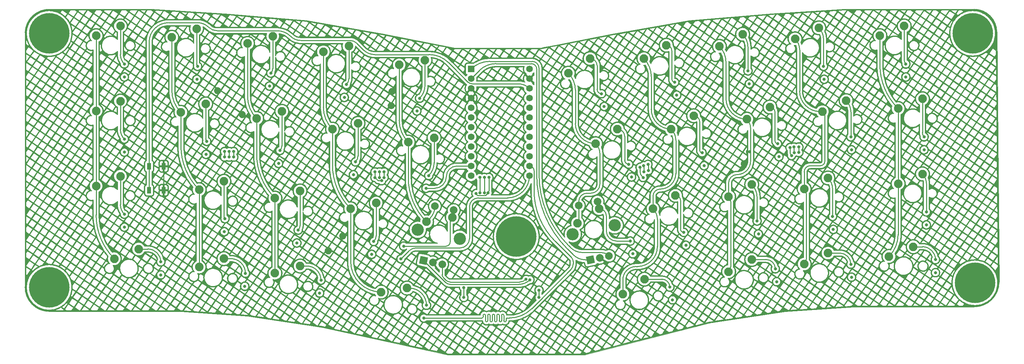
<source format=gbr>
%TF.GenerationSoftware,KiCad,Pcbnew,7.0.6*%
%TF.CreationDate,2023-09-29T23:08:13-04:00*%
%TF.ProjectId,tiddlywink_square,74696464-6c79-4776-996e-6b5f73717561,rev?*%
%TF.SameCoordinates,Original*%
%TF.FileFunction,Copper,L1,Top*%
%TF.FilePolarity,Positive*%
%FSLAX46Y46*%
G04 Gerber Fmt 4.6, Leading zero omitted, Abs format (unit mm)*
G04 Created by KiCad (PCBNEW 7.0.6) date 2023-09-29 23:08:13*
%MOMM*%
%LPD*%
G01*
G04 APERTURE LIST*
G04 Aperture macros list*
%AMRotRect*
0 Rectangle, with rotation*
0 The origin of the aperture is its center*
0 $1 length*
0 $2 width*
0 $3 Rotation angle, in degrees counterclockwise*
0 Add horizontal line*
21,1,$1,$2,0,0,$3*%
G04 Aperture macros list end*
%TA.AperFunction,ComponentPad*%
%ADD10C,2.250000*%
%TD*%
%TA.AperFunction,SMDPad,CuDef*%
%ADD11R,1.000000X1.700000*%
%TD*%
%TA.AperFunction,ComponentPad*%
%ADD12C,0.900000*%
%TD*%
%TA.AperFunction,ComponentPad*%
%ADD13C,10.600000*%
%TD*%
%TA.AperFunction,ComponentPad*%
%ADD14RotRect,2.000000X2.000000X78.000000*%
%TD*%
%TA.AperFunction,ComponentPad*%
%ADD15C,2.000000*%
%TD*%
%TA.AperFunction,ComponentPad*%
%ADD16C,3.200000*%
%TD*%
%TA.AperFunction,ComponentPad*%
%ADD17R,1.752600X1.752600*%
%TD*%
%TA.AperFunction,ComponentPad*%
%ADD18C,1.752600*%
%TD*%
%TA.AperFunction,ComponentPad*%
%ADD19RotRect,2.000000X2.000000X102.000000*%
%TD*%
%TA.AperFunction,ComponentPad*%
%ADD20C,0.800000*%
%TD*%
%TA.AperFunction,ViaPad*%
%ADD21C,0.800000*%
%TD*%
%TA.AperFunction,Conductor*%
%ADD22C,0.250000*%
%TD*%
%TA.AperFunction,Profile*%
%ADD23C,0.100000*%
%TD*%
G04 APERTURE END LIST*
D10*
%TO.P,MX30,1,COL*%
%TO.N,c10*%
X239077704Y-63539743D03*
%TO.P,MX30,2,ROW*%
%TO.N,Net-(D30-A)*%
X245427704Y-60999743D03*
%TD*%
%TO.P,MX13,1,COL*%
%TO.N,c3*%
X71485812Y-46486640D03*
%TO.P,MX13,2,ROW*%
%TO.N,Net-(D13-A)*%
X78066528Y-44624310D03*
%TD*%
%TO.P,MX24,1,COL*%
%TO.N,c4*%
X96051522Y-70118755D03*
%TO.P,MX24,2,ROW*%
%TO.N,Net-(D24-A)*%
X102720686Y-68603386D03*
%TD*%
%TO.P,MX18,1,COL*%
%TO.N,c8*%
X199542415Y-46687834D03*
%TO.P,MX18,2,ROW*%
%TO.N,Net-(D18-A)*%
X205592127Y-43497992D03*
%TD*%
%TO.P,MX10,1,COL*%
%TO.N,c10*%
X234315200Y-24844398D03*
%TO.P,MX10,2,ROW*%
%TO.N,Net-(D10-A)*%
X240665200Y-22304398D03*
%TD*%
%TO.P,MX29,1,COL*%
%TO.N,c9*%
X214542159Y-64933250D03*
%TO.P,MX29,2,ROW*%
%TO.N,Net-(D29-A)*%
X220750523Y-62064398D03*
%TD*%
%TO.P,MX8,1,COL*%
%TO.N,c8*%
X192398659Y-27637818D03*
%TO.P,MX8,2,ROW*%
%TO.N,Net-(D8-A)*%
X198448371Y-24447976D03*
%TD*%
%TO.P,MX6,1,COL*%
%TO.N,c6*%
X152907794Y-34621742D03*
%TO.P,MX6,2,ROW*%
%TO.N,Net-(D6-A)*%
X158590936Y-30817007D03*
%TD*%
%TO.P,MX27,1,COL*%
%TO.N,c7*%
X175028777Y-70120160D03*
%TO.P,MX27,2,ROW*%
%TO.N,Net-(D27-A)*%
X180903254Y-66618073D03*
%TD*%
%TO.P,MX31,1,COL*%
%TO.N,c1*%
X34290032Y-83185072D03*
%TO.P,MX31,2,ROW*%
%TO.N,Net-(D31-A)*%
X40640032Y-80645072D03*
%TD*%
D11*
%TO.P,RST1,1,1*%
%TO.N,RST*%
X43400000Y-65280000D03*
X43400000Y-58980000D03*
%TO.P,RST1,2,2*%
%TO.N,GND*%
X47200000Y-65280000D03*
X47200000Y-58980000D03*
%TD*%
D12*
%TO.P,REF\u002A\u002A,1*%
%TO.N,N/C*%
X13289077Y-24220962D03*
X14453328Y-21410213D03*
X14453328Y-27031711D03*
X17264077Y-20245962D03*
D13*
X17264077Y-24220962D03*
D12*
X17264077Y-28195962D03*
X20074826Y-21410213D03*
X20074826Y-27031711D03*
X21239077Y-24220962D03*
%TD*%
%TO.P,REF\u002A\u002A,1*%
%TO.N,N/C*%
X255184155Y-89494950D03*
X256348406Y-86684201D03*
X256348406Y-92305699D03*
X259159155Y-85519950D03*
D13*
X259159155Y-89494950D03*
D12*
X259159155Y-93469950D03*
X261969904Y-86684201D03*
X261969904Y-92305699D03*
X263134155Y-89494950D03*
%TD*%
D10*
%TO.P,MX28,1,COL*%
%TO.N,c8*%
X194779911Y-66928476D03*
%TO.P,MX28,2,ROW*%
%TO.N,Net-(D28-A)*%
X200829623Y-63738634D03*
%TD*%
%TO.P,MX36,1,COL*%
%TO.N,c8*%
X194779911Y-86573805D03*
%TO.P,MX36,2,ROW*%
%TO.N,Net-(D36-A)*%
X200829623Y-83383963D03*
%TD*%
%TO.P,MX4,1,COL*%
%TO.N,c4*%
X88907766Y-29042158D03*
%TO.P,MX4,2,ROW*%
%TO.N,Net-(D4-A)*%
X95576930Y-27526789D03*
%TD*%
%TO.P,MX22,1,COL*%
%TO.N,c2*%
X56454768Y-65129763D03*
%TO.P,MX22,2,ROW*%
%TO.N,Net-(D22-A)*%
X62928999Y-62925577D03*
%TD*%
%TO.P,MX25,1,COL*%
%TO.N,c5*%
X115863953Y-73518739D03*
%TO.P,MX25,2,ROW*%
%TO.N,Net-(D25-A)*%
X122603286Y-72354483D03*
%TD*%
D14*
%TO.P,KNOB2,A,A*%
%TO.N,PM1*%
X115057893Y-83611705D03*
D15*
%TO.P,KNOB2,B,B*%
%TO.N,PM2*%
X119948631Y-84651263D03*
%TO.P,KNOB2,C,C*%
%TO.N,GND*%
X117503262Y-84131484D03*
D16*
%TO.P,KNOB2,MP*%
%TO.N,N/C*%
X113584973Y-75631072D03*
X124540227Y-77959682D03*
D15*
%TO.P,KNOB2,S1,S1*%
%TO.N,Net-(D25-A)*%
X122963351Y-70468123D03*
%TO.P,KNOB2,S2,S2*%
%TO.N,c5*%
X118072613Y-69428565D03*
%TD*%
D12*
%TO.P,REF\u002A\u002A,1*%
%TO.N,N/C*%
X135328242Y-77390690D03*
X136492493Y-74579941D03*
X136492493Y-80201439D03*
X139303242Y-73415690D03*
D13*
X139303242Y-77390690D03*
D12*
X139303242Y-81365690D03*
X142113991Y-74579941D03*
X142113991Y-80201439D03*
X143278242Y-77390690D03*
%TD*%
D10*
%TO.P,MX15,1,COL*%
%TO.N,c5*%
X111101449Y-52682784D03*
%TO.P,MX15,2,ROW*%
%TO.N,Net-(D15-A)*%
X117840782Y-51518528D03*
%TD*%
%TO.P,MX17,1,COL*%
%TO.N,c7*%
X179791281Y-49284205D03*
%TO.P,MX17,2,ROW*%
%TO.N,Net-(D17-A)*%
X185665758Y-45782118D03*
%TD*%
%TO.P,MX3,1,COL*%
%TO.N,c3*%
X69104560Y-26841311D03*
%TO.P,MX3,2,ROW*%
%TO.N,Net-(D3-A)*%
X75685276Y-24978981D03*
%TD*%
%TO.P,MX34,1,COL*%
%TO.N,c4*%
X104015366Y-91918117D03*
%TO.P,MX34,2,ROW*%
%TO.N,Net-(D34-A)*%
X110773991Y-90871656D03*
%TD*%
D17*
%TO.P,PM1,1,TX0/PD3*%
%TO.N,PM2*%
X127516051Y-33552638D03*
D18*
%TO.P,PM1,2,RX1/PD2*%
%TO.N,PM1*%
X127516051Y-36092638D03*
%TO.P,PM1,3,GND*%
%TO.N,GND*%
X127516051Y-38632638D03*
%TO.P,PM1,4,GND*%
X127516051Y-41172638D03*
%TO.P,PM1,5,2/PD1*%
%TO.N,c1*%
X127516051Y-43712638D03*
%TO.P,PM1,6,3/PD0*%
%TO.N,c2*%
X127516051Y-46252638D03*
%TO.P,PM1,7,4/PD4*%
%TO.N,c3*%
X127516051Y-48792638D03*
%TO.P,PM1,8,5/PC6*%
%TO.N,c4*%
X127516051Y-51332638D03*
%TO.P,PM1,9,6/PD7*%
%TO.N,c5*%
X127516051Y-53872638D03*
%TO.P,PM1,10,7/PE6*%
%TO.N,r1*%
X127516051Y-56412638D03*
%TO.P,PM1,11,8/PB4*%
%TO.N,r2*%
X127516051Y-58952638D03*
%TO.P,PM1,12,9/PB5*%
%TO.N,RGB*%
X127516051Y-61492638D03*
%TO.P,PM1,13,10/PB6*%
%TO.N,r3*%
X142756051Y-61492638D03*
%TO.P,PM1,14,16/PB2*%
%TO.N,r4*%
X142756051Y-58952638D03*
%TO.P,PM1,15,14/PB3*%
%TO.N,unconnected-(PM1-14{slash}PB3-Pad15)*%
X142756051Y-56412638D03*
%TO.P,PM1,16,15/PB1*%
%TO.N,c6*%
X142756051Y-53872638D03*
%TO.P,PM1,17,A0/PF7*%
%TO.N,c7*%
X142756051Y-51332638D03*
%TO.P,PM1,18,A1/PF6*%
%TO.N,c8*%
X142756051Y-48792638D03*
%TO.P,PM1,19,A2/PF5*%
%TO.N,c9*%
X142756051Y-46252638D03*
%TO.P,PM1,20,A3/PF4*%
%TO.N,c10*%
X142756051Y-43712638D03*
%TO.P,PM1,21,VCC*%
%TO.N,VCC*%
X142756051Y-41172638D03*
%TO.P,PM1,22,RST*%
%TO.N,RST*%
X142756051Y-38632638D03*
%TO.P,PM1,23,GND*%
%TO.N,GND*%
X142756051Y-36092638D03*
%TO.P,PM1,24,RAW*%
%TO.N,unconnected-(PM1-RAW-Pad24)*%
X142756051Y-33552638D03*
%TD*%
D10*
%TO.P,MX38,1,COL*%
%TO.N,c10*%
X236696452Y-82589759D03*
%TO.P,MX38,2,ROW*%
%TO.N,Net-(D38-A)*%
X243046452Y-80049759D03*
%TD*%
%TO.P,MX7,1,COL*%
%TO.N,c7*%
X172647525Y-30829502D03*
%TO.P,MX7,2,ROW*%
%TO.N,Net-(D7-A)*%
X178522002Y-27327415D03*
%TD*%
D12*
%TO.P,REF\u002A\u002A,1*%
%TO.N,N/C*%
X13289077Y-90686018D03*
X14453328Y-87875269D03*
X14453328Y-93496767D03*
X17264077Y-86711018D03*
D13*
X17264077Y-90686018D03*
D12*
X17264077Y-94661018D03*
X20074826Y-87875269D03*
X20074826Y-93496767D03*
X21239077Y-90686018D03*
%TD*%
D10*
%TO.P,MX32,1,COL*%
%TO.N,c2*%
X56454768Y-85370405D03*
%TO.P,MX32,2,ROW*%
%TO.N,Net-(D32-A)*%
X62928999Y-83166219D03*
%TD*%
%TO.P,MX19,1,COL*%
%TO.N,c9*%
X219304663Y-44692608D03*
%TO.P,MX19,2,ROW*%
%TO.N,Net-(D19-A)*%
X225513027Y-41823756D03*
%TD*%
%TO.P,MX9,1,COL*%
%TO.N,c9*%
X212160907Y-25642592D03*
%TO.P,MX9,2,ROW*%
%TO.N,Net-(D9-A)*%
X218369271Y-22773740D03*
%TD*%
%TO.P,MX35,1,COL*%
%TO.N,c7*%
X167166418Y-92441618D03*
%TO.P,MX35,2,ROW*%
%TO.N,Net-(D35-A)*%
X172782293Y-88538278D03*
%TD*%
%TO.P,MX20,1,COL*%
%TO.N,c10*%
X239077704Y-43894414D03*
%TO.P,MX20,2,ROW*%
%TO.N,Net-(D20-A)*%
X245427704Y-41354414D03*
%TD*%
%TO.P,MX23,1,COL*%
%TO.N,c3*%
X76248316Y-67322595D03*
%TO.P,MX23,2,ROW*%
%TO.N,Net-(D23-A)*%
X82829032Y-65460265D03*
%TD*%
%TO.P,MX33,1,COL*%
%TO.N,c3*%
X76248316Y-86967924D03*
%TO.P,MX33,2,ROW*%
%TO.N,Net-(D33-A)*%
X82829032Y-85105594D03*
%TD*%
D19*
%TO.P,KNOB1,A,A*%
%TO.N,PM1*%
X158657853Y-83460637D03*
D15*
%TO.P,KNOB1,B,B*%
%TO.N,PM2*%
X163548591Y-82421079D03*
%TO.P,KNOB1,C,C*%
%TO.N,GND*%
X161103222Y-82940858D03*
D16*
%TO.P,KNOB1,MP*%
%TO.N,N/C*%
X154066257Y-76769056D03*
X165021511Y-74440446D03*
D15*
%TO.P,KNOB1,S1,S1*%
%TO.N,Net-(D26-A)*%
X160533871Y-68237939D03*
%TO.P,KNOB1,S2,S2*%
%TO.N,c6*%
X155643133Y-69277497D03*
%TD*%
D10*
%TO.P,MX14,1,COL*%
%TO.N,c4*%
X91289018Y-49282800D03*
%TO.P,MX14,2,ROW*%
%TO.N,Net-(D14-A)*%
X97958182Y-47767431D03*
%TD*%
%TO.P,MX37,1,COL*%
%TO.N,c9*%
X214542159Y-84578579D03*
%TO.P,MX37,2,ROW*%
%TO.N,Net-(D37-A)*%
X220750523Y-81709727D03*
%TD*%
%TO.P,MX21,1,COL*%
%TO.N,c1*%
X29527528Y-64135056D03*
%TO.P,MX21,2,ROW*%
%TO.N,Net-(D21-A)*%
X35877528Y-61595056D03*
%TD*%
%TO.P,MX12,1,COL*%
%TO.N,c2*%
X51692264Y-44889121D03*
%TO.P,MX12,2,ROW*%
%TO.N,Net-(D12-A)*%
X58166495Y-42684935D03*
%TD*%
%TO.P,MX2,1,COL*%
%TO.N,c2*%
X49311012Y-25243792D03*
%TO.P,MX2,2,ROW*%
%TO.N,Net-(D2-A)*%
X55785243Y-23039606D03*
%TD*%
D12*
%TO.P,REF\u002A\u002A,1*%
%TO.N,N/C*%
X254589155Y-24209520D03*
X255753406Y-21398771D03*
X255753406Y-27020269D03*
X258564155Y-20234520D03*
D13*
X258564155Y-24209520D03*
D12*
X258564155Y-28184520D03*
X261374904Y-21398771D03*
X261374904Y-27020269D03*
X262539155Y-24209520D03*
%TD*%
D10*
%TO.P,MX5,1,COL*%
%TO.N,c5*%
X108720197Y-32442142D03*
%TO.P,MX5,2,ROW*%
%TO.N,Net-(D5-A)*%
X115459530Y-31277886D03*
%TD*%
%TO.P,MX11,1,COL*%
%TO.N,c1*%
X29527528Y-44489727D03*
%TO.P,MX11,2,ROW*%
%TO.N,Net-(D11-A)*%
X35877528Y-41949727D03*
%TD*%
%TO.P,MX16,1,COL*%
%TO.N,c6*%
X160051550Y-53076445D03*
%TO.P,MX16,2,ROW*%
%TO.N,Net-(D16-A)*%
X165734692Y-49271710D03*
%TD*%
%TO.P,MX1,1,COL*%
%TO.N,c1*%
X29527528Y-24844398D03*
%TO.P,MX1,2,ROW*%
%TO.N,Net-(D1-A)*%
X35877528Y-22304398D03*
%TD*%
%TO.P,MX26,1,COL*%
%TO.N,c6*%
X155289046Y-73912400D03*
%TO.P,MX26,2,ROW*%
%TO.N,Net-(D26-A)*%
X160972188Y-70107665D03*
%TD*%
D20*
%TO.P,D17,1,K*%
%TO.N,r2*%
X188384847Y-58829118D03*
%TO.P,D17,2,A*%
%TO.N,Net-(D17-A)*%
X187852969Y-55470978D03*
%TD*%
%TO.P,D13,1,K*%
%TO.N,r2*%
X77212992Y-58245422D03*
%TO.P,D13,2,A*%
%TO.N,Net-(D13-A)*%
X77568388Y-54864048D03*
%TD*%
%TO.P,D14,1,K*%
%TO.N,r2*%
X96770080Y-61210370D03*
%TO.P,D14,2,A*%
%TO.N,Net-(D14-A)*%
X97301958Y-57852230D03*
%TD*%
%TO.P,D33,1,K*%
%TO.N,r4*%
X87928478Y-92178111D03*
%TO.P,D33,2,A*%
%TO.N,Net-(D33-A)*%
X88283874Y-88796737D03*
%TD*%
%TO.P,D3,1,K*%
%TO.N,r1*%
X74831740Y-38004780D03*
%TO.P,D3,2,A*%
%TO.N,Net-(D3-A)*%
X75187136Y-34623406D03*
%TD*%
%TO.P,D38,1,K*%
%TO.N,r4*%
X248840834Y-86829759D03*
%TO.P,D38,2,A*%
%TO.N,Net-(D38-A)*%
X248840834Y-83429759D03*
%TD*%
%TO.P,D9,1,K*%
%TO.N,r1*%
X219759468Y-36225824D03*
%TO.P,D9,2,A*%
%TO.N,Net-(D9-A)*%
X219581526Y-32830484D03*
%TD*%
%TO.P,D10,1,K*%
%TO.N,r1*%
X241101765Y-35632841D03*
%TO.P,D10,2,A*%
%TO.N,Net-(D10-A)*%
X241101765Y-32232841D03*
%TD*%
%TO.P,D31,1,K*%
%TO.N,r4*%
X46434414Y-87425072D03*
%TO.P,D31,2,A*%
%TO.N,Net-(D31-A)*%
X46434414Y-84025072D03*
%TD*%
%TO.P,D11,1,K*%
%TO.N,r2*%
X36909406Y-55278170D03*
%TO.P,D11,2,A*%
%TO.N,Net-(D11-A)*%
X36909406Y-51878170D03*
%TD*%
%TO.P,D15,1,K*%
%TO.N,r2*%
X115732585Y-64766029D03*
%TO.P,D15,2,A*%
%TO.N,Net-(D15-A)*%
X116439485Y-61440327D03*
%TD*%
%TO.P,D24,1,K*%
%TO.N,r3*%
X101532584Y-82046325D03*
%TO.P,D24,2,A*%
%TO.N,Net-(D24-A)*%
X102064462Y-78688185D03*
%TD*%
%TO.P,D37,1,K*%
%TO.N,r4*%
X226903224Y-88018055D03*
%TO.P,D37,2,A*%
%TO.N,Net-(D37-A)*%
X226725282Y-84622715D03*
%TD*%
%TO.P,D16,1,K*%
%TO.N,r2*%
X169422342Y-61789464D03*
%TO.P,D16,2,A*%
%TO.N,Net-(D16-A)*%
X168715442Y-58463762D03*
%TD*%
%TO.P,D12,1,K*%
%TO.N,r2*%
X58251703Y-55871153D03*
%TO.P,D12,2,A*%
%TO.N,Net-(D12-A)*%
X58429645Y-52475813D03*
%TD*%
%TO.P,D32,1,K*%
%TO.N,r4*%
X68372024Y-90399307D03*
%TO.P,D32,2,A*%
%TO.N,Net-(D32-A)*%
X68549966Y-87003967D03*
%TD*%
%TO.P,D18,1,K*%
%TO.N,r2*%
X207941935Y-56459483D03*
%TO.P,D18,2,A*%
%TO.N,Net-(D18-A)*%
X207586539Y-53078109D03*
%TD*%
%TO.P,D7,1,K*%
%TO.N,r1*%
X181241091Y-40374415D03*
%TO.P,D7,2,A*%
%TO.N,Net-(D7-A)*%
X180709213Y-37016275D03*
%TD*%
%TO.P,D29,1,K*%
%TO.N,r3*%
X222140720Y-75516482D03*
%TO.P,D29,2,A*%
%TO.N,Net-(D29-A)*%
X221962778Y-72121142D03*
%TD*%
%TO.P,D1,1,K*%
%TO.N,r1*%
X36909406Y-35632841D03*
%TO.P,D1,2,A*%
%TO.N,Net-(D1-A)*%
X36909406Y-32232841D03*
%TD*%
%TO.P,D20,1,K*%
%TO.N,r2*%
X245864269Y-54682857D03*
%TO.P,D20,2,A*%
%TO.N,Net-(D20-A)*%
X245864269Y-51282857D03*
%TD*%
%TO.P,D19,1,K*%
%TO.N,r2*%
X226903224Y-54680527D03*
%TO.P,D19,2,A*%
%TO.N,Net-(D19-A)*%
X226725282Y-51285187D03*
%TD*%
%TO.P,D28,1,K*%
%TO.N,r3*%
X202584118Y-76700125D03*
%TO.P,D28,2,A*%
%TO.N,Net-(D28-A)*%
X202228722Y-73318751D03*
%TD*%
%TO.P,D27,1,K*%
%TO.N,r3*%
X183622343Y-79665073D03*
%TO.P,D27,2,A*%
%TO.N,Net-(D27-A)*%
X183090465Y-76306933D03*
%TD*%
%TO.P,D8,1,K*%
%TO.N,r1*%
X200202866Y-37409467D03*
%TO.P,D8,2,A*%
%TO.N,Net-(D8-A)*%
X199847470Y-34028093D03*
%TD*%
%TO.P,D2,1,K*%
%TO.N,r1*%
X55870451Y-36225824D03*
%TO.P,D2,2,A*%
%TO.N,Net-(D2-A)*%
X56048393Y-32830484D03*
%TD*%
%TO.P,D26,1,K*%
%TO.N,r3*%
X169775792Y-81907018D03*
%TO.P,D26,2,A*%
%TO.N,Net-(D26-A)*%
X169068892Y-78581316D03*
%TD*%
%TO.P,D23,1,K*%
%TO.N,r3*%
X81975496Y-79081377D03*
%TO.P,D23,2,A*%
%TO.N,Net-(D23-A)*%
X82330892Y-75700003D03*
%TD*%
%TO.P,D6,1,K*%
%TO.N,r1*%
X162278586Y-43334761D03*
%TO.P,D6,2,A*%
%TO.N,Net-(D6-A)*%
X161571686Y-40009059D03*
%TD*%
%TO.P,D30,1,K*%
%TO.N,r3*%
X246459582Y-74328186D03*
%TO.P,D30,2,A*%
%TO.N,Net-(D30-A)*%
X246459582Y-70928186D03*
%TD*%
%TO.P,D25,1,K*%
%TO.N,r3*%
X109184142Y-83220732D03*
%TO.P,D25,2,A*%
%TO.N,Net-(D25-A)*%
X109891042Y-79895030D03*
%TD*%
%TO.P,D22,1,K*%
%TO.N,r3*%
X63014207Y-76111795D03*
%TO.P,D22,2,A*%
%TO.N,Net-(D22-A)*%
X63192149Y-72716455D03*
%TD*%
%TO.P,D36,1,K*%
%TO.N,r4*%
X207346622Y-89201698D03*
%TO.P,D36,2,A*%
%TO.N,Net-(D36-A)*%
X206991226Y-85820324D03*
%TD*%
%TO.P,D5,1,K*%
%TO.N,r1*%
X113351333Y-44525387D03*
%TO.P,D5,2,A*%
%TO.N,Net-(D5-A)*%
X114058233Y-41199685D03*
%TD*%
%TO.P,D35,1,K*%
%TO.N,r4*%
X180137976Y-93936366D03*
%TO.P,D35,2,A*%
%TO.N,Net-(D35-A)*%
X179431076Y-90610664D03*
%TD*%
%TO.P,D4,1,K*%
%TO.N,r1*%
X94388828Y-40969728D03*
%TO.P,D4,2,A*%
%TO.N,Net-(D4-A)*%
X94920706Y-37611588D03*
%TD*%
%TO.P,D34,1,K*%
%TO.N,r4*%
X115137272Y-98698870D03*
%TO.P,D34,2,A*%
%TO.N,Net-(D34-A)*%
X115844172Y-95373168D03*
%TD*%
%TO.P,D21,1,K*%
%TO.N,r3*%
X36909406Y-74923499D03*
%TO.P,D21,2,A*%
%TO.N,Net-(D21-A)*%
X36909406Y-71523499D03*
%TD*%
D21*
%TO.N,GND*%
X200248680Y-55229722D03*
X90186660Y-81113259D03*
X67715766Y-45464313D03*
X198886968Y-58342206D03*
X93980000Y-77237494D03*
X106832799Y-39428345D03*
X106624374Y-43138314D03*
X61254583Y-39211555D03*
%TO.N,Net-(RGB4-DOUT)*%
X172610316Y-58855688D03*
X104775088Y-61934870D03*
X172660966Y-60408629D03*
X104775088Y-60485870D03*
%TO.N,VCC*%
X131968363Y-65946412D03*
X125578921Y-90740123D03*
X128795239Y-66127312D03*
X102393836Y-61934870D03*
X211221899Y-56211267D03*
X63103178Y-55146653D03*
X171664180Y-59280377D03*
X102393836Y-60485870D03*
X125611043Y-93330523D03*
X172453667Y-61933627D03*
X63103178Y-56595653D03*
X132159486Y-61912552D03*
X210839771Y-54100583D03*
X104145819Y-62761842D03*
%TO.N,Net-(RGB3-DOUT)*%
X103584462Y-60485870D03*
X103584462Y-61934870D03*
%TO.N,RGB*%
X129778234Y-61912552D03*
X129778234Y-65946412D03*
%TO.N,Net-(RGB2-DOUT)*%
X65484430Y-56595653D03*
X65484430Y-55146653D03*
%TO.N,Net-(RGB1-DOUT)*%
X64293804Y-56595653D03*
X64293804Y-55146653D03*
%TO.N,Net-(RGB5-DOUT)*%
X173831396Y-60126613D03*
X173720241Y-58485022D03*
%TO.N,Net-(RGB6-DOUT)*%
X211844037Y-53968207D03*
X211928413Y-55415049D03*
%TO.N,Net-(RGB7-DOUT)*%
X213122054Y-53956027D03*
X213122054Y-55405027D03*
%TO.N,Net-(RGB8-DOUT)*%
X145256372Y-91425500D03*
X145256372Y-93330523D03*
%TO.N,PM1*%
X142875120Y-88701637D03*
%TO.N,Net-(RGB10-DIN)*%
X130968860Y-65946412D03*
X130968860Y-61912552D03*
%TO.N,PM2*%
X141860233Y-88599506D03*
%TD*%
D22*
%TO.N,Net-(D25-A)*%
X122963351Y-70468123D02*
X122963351Y-71994418D01*
X122039165Y-78813655D02*
X122039165Y-72918604D01*
X109891042Y-79895030D02*
X120957790Y-79895030D01*
X122603286Y-72354451D02*
G75*
G03*
X122963351Y-71994418I14J360051D01*
G01*
X122603286Y-72354465D02*
G75*
G03*
X122039165Y-72918604I14J-564135D01*
G01*
X120957790Y-79895065D02*
G75*
G03*
X122039165Y-78813655I10J1081365D01*
G01*
%TO.N,Net-(D26-A)*%
X160533871Y-68237939D02*
X160533871Y-69669348D01*
X162840000Y-71975477D02*
X162840000Y-75924302D01*
X165497014Y-78581316D02*
X169068892Y-78581316D01*
X160533871Y-69669348D02*
X160972188Y-70107665D01*
X162839984Y-75924302D02*
G75*
G03*
X165497014Y-78581316I2657016J2D01*
G01*
X162840035Y-71975477D02*
G75*
G03*
X160972188Y-70107665I-1867835J-23D01*
G01*
%TO.N,Net-(D37-A)*%
X220750523Y-81709727D02*
X223812294Y-81709727D01*
X226725273Y-84622715D02*
G75*
G03*
X223812294Y-81709727I-2912973J15D01*
G01*
%TO.N,Net-(D6-A)*%
X160420000Y-32646071D02*
X160420000Y-38857373D01*
X160420041Y-38857373D02*
G75*
G03*
X161571686Y-40009059I1151659J-27D01*
G01*
X160419993Y-32646071D02*
G75*
G03*
X158590936Y-30817007I-1829093J-29D01*
G01*
%TO.N,r2*%
X115732585Y-64766029D02*
X117953971Y-64766029D01*
X123767362Y-58952638D02*
X127516051Y-58952638D01*
X123767362Y-58952600D02*
G75*
G03*
X121050000Y-61670000I38J-2717400D01*
G01*
X117953971Y-64766000D02*
G75*
G03*
X121050000Y-61670000I29J3096000D01*
G01*
%TO.N,Net-(D9-A)*%
X219581526Y-25700382D02*
X219581526Y-32830484D01*
X219581530Y-25700382D02*
G75*
G03*
X218369271Y-22773740I-4138930J-18D01*
G01*
%TO.N,r4*%
X134251130Y-99398870D02*
X134251130Y-98698870D01*
X131851130Y-99398870D02*
X131851130Y-98698870D01*
X133051130Y-99398870D02*
X133051130Y-98698870D01*
X133651130Y-97998870D02*
X133651130Y-98698870D01*
X134851130Y-98698870D02*
X134851130Y-99398870D01*
X136951130Y-98698870D02*
X137507243Y-98698870D01*
X143956862Y-65375546D02*
X143956862Y-60153449D01*
X145205579Y-94405930D02*
X153556036Y-86055474D01*
X136051130Y-98698870D02*
X136051130Y-99398870D01*
X131851130Y-98698870D02*
X131851130Y-97998870D01*
X133051130Y-98698870D02*
X133051130Y-97998870D01*
X115137272Y-98698870D02*
X130351130Y-98698870D01*
X132451130Y-97998870D02*
X132451130Y-98698870D01*
X130651130Y-98398870D02*
X130651130Y-97998870D01*
X153765117Y-82922870D02*
X149429210Y-78586963D01*
X135451130Y-98698870D02*
X135451130Y-97998870D01*
X131251130Y-97998870D02*
X131251130Y-98398870D01*
X154186067Y-84534446D02*
X154186067Y-83939133D01*
X135451130Y-99398870D02*
X135451130Y-98698870D01*
X131251130Y-98398870D02*
X131251130Y-99398870D01*
X132451130Y-98698870D02*
X132451130Y-99398870D01*
X133651130Y-98698870D02*
X133651130Y-99398870D01*
X134851130Y-97998870D02*
X134851130Y-98698870D01*
X136651130Y-99398870D02*
X136651130Y-98998870D01*
X143320618Y-96290891D02*
X145205579Y-94405930D01*
X134251130Y-98698870D02*
X134251130Y-97998870D01*
X136051130Y-97998870D02*
X136051130Y-98698870D01*
X136051130Y-97998870D02*
G75*
G03*
X135751130Y-97698870I-300030J-30D01*
G01*
X153556015Y-86055453D02*
G75*
G03*
X154186067Y-84534446I-1521015J1521053D01*
G01*
X131551130Y-99698930D02*
G75*
G03*
X131851130Y-99398870I-30J300030D01*
G01*
X130351130Y-98698930D02*
G75*
G03*
X130651130Y-98398870I-30J300030D01*
G01*
X132451130Y-99398870D02*
G75*
G03*
X132751130Y-99698870I299970J-30D01*
G01*
X132751130Y-99698930D02*
G75*
G03*
X133051130Y-99398870I-30J300030D01*
G01*
X135751130Y-97698930D02*
G75*
G03*
X135451130Y-97998870I-30J-299970D01*
G01*
X131251130Y-99398870D02*
G75*
G03*
X131551130Y-99698870I299970J-30D01*
G01*
X143956862Y-60153449D02*
G75*
G03*
X142756051Y-58952638I-1200762J49D01*
G01*
X133951130Y-99698930D02*
G75*
G03*
X134251130Y-99398870I-30J300030D01*
G01*
X134551130Y-97698930D02*
G75*
G03*
X134251130Y-97998870I-30J-299970D01*
G01*
X143956822Y-65375546D02*
G75*
G03*
X149429210Y-78586963I18683778J46D01*
G01*
X137507243Y-98698895D02*
G75*
G03*
X143320618Y-96290891I-43J8221395D01*
G01*
X136051130Y-99398870D02*
G75*
G03*
X136351130Y-99698870I299970J-30D01*
G01*
X131251130Y-97998870D02*
G75*
G03*
X130951130Y-97698870I-300030J-30D01*
G01*
X132151130Y-97698930D02*
G75*
G03*
X131851130Y-97998870I-30J-299970D01*
G01*
X130951130Y-97698930D02*
G75*
G03*
X130651130Y-97998870I-30J-299970D01*
G01*
X154186057Y-83939133D02*
G75*
G03*
X153765117Y-82922870I-1437157J33D01*
G01*
X133651130Y-97998870D02*
G75*
G03*
X133351130Y-97698870I-300030J-30D01*
G01*
X132451130Y-97998870D02*
G75*
G03*
X132151130Y-97698870I-300030J-30D01*
G01*
X136351130Y-99698930D02*
G75*
G03*
X136651130Y-99398870I-30J300030D01*
G01*
X135151130Y-99698930D02*
G75*
G03*
X135451130Y-99398870I-30J300030D01*
G01*
X133351130Y-97698930D02*
G75*
G03*
X133051130Y-97998870I-30J-299970D01*
G01*
X136951130Y-98698930D02*
G75*
G03*
X136651130Y-98998870I-30J-299970D01*
G01*
X134851130Y-99398870D02*
G75*
G03*
X135151130Y-99698870I299970J-30D01*
G01*
X133651130Y-99398870D02*
G75*
G03*
X133951130Y-99698870I299970J-30D01*
G01*
X134851130Y-97998870D02*
G75*
G03*
X134551130Y-97698870I-300030J-30D01*
G01*
%TO.N,Net-(D8-A)*%
X199847470Y-27825699D02*
X199847470Y-34028093D01*
X199847485Y-27825699D02*
G75*
G03*
X198448371Y-24447976I-4776785J-1D01*
G01*
%TO.N,Net-(D7-A)*%
X179950000Y-28755413D02*
X179950000Y-36257062D01*
X179949985Y-28755413D02*
G75*
G03*
X178522002Y-27327415I-1427985J13D01*
G01*
X179950025Y-36257062D02*
G75*
G03*
X180709213Y-37016275I759175J-38D01*
G01*
%TO.N,Net-(D1-A)*%
X35877528Y-22304398D02*
X35877528Y-29741668D01*
X35877526Y-29741668D02*
G75*
G03*
X36909406Y-32232841I3523064J8D01*
G01*
%TO.N,Net-(D32-A)*%
X64712218Y-83166219D02*
X62928999Y-83166219D01*
X68549981Y-87003967D02*
G75*
G03*
X64712218Y-83166219I-3837781J-33D01*
G01*
%TO.N,Net-(D36-A)*%
X200829623Y-83383963D02*
X204554865Y-83383963D01*
X206991237Y-85820324D02*
G75*
G03*
X204554865Y-83383963I-2436337J24D01*
G01*
%TO.N,Net-(D2-A)*%
X55785243Y-23039606D02*
X55785243Y-32195184D01*
X55785257Y-32195184D02*
G75*
G03*
X56048393Y-32830484I898443J-16D01*
G01*
%TO.N,Net-(D3-A)*%
X75685276Y-24978981D02*
X75685276Y-33420790D01*
X75187145Y-34623415D02*
G75*
G03*
X75685276Y-33420790I-1202645J1202615D01*
G01*
%TO.N,Net-(D33-A)*%
X82829032Y-85105594D02*
X84592731Y-85105594D01*
X88283806Y-88796737D02*
G75*
G03*
X84592731Y-85105594I-3691106J37D01*
G01*
%TO.N,Net-(D17-A)*%
X187240000Y-47356360D02*
X187240000Y-54858009D01*
X187240082Y-47356360D02*
G75*
G03*
X185665758Y-45782118I-1574282J-40D01*
G01*
X187240022Y-54858009D02*
G75*
G03*
X187852969Y-55470978I612978J9D01*
G01*
%TO.N,c1*%
X29527528Y-64135056D02*
X29527528Y-71687371D01*
X29527528Y-24844398D02*
X29527528Y-44489727D01*
X29527528Y-44489727D02*
X29527528Y-64135056D01*
X29527530Y-71687371D02*
G75*
G03*
X34290032Y-83185072I16260210J1D01*
G01*
%TO.N,Net-(D4-A)*%
X95576930Y-27526789D02*
X95576930Y-36027324D01*
X94920703Y-37611585D02*
G75*
G03*
X95576930Y-36027324I-1584303J1584285D01*
G01*
%TO.N,Net-(D5-A)*%
X115459530Y-31277886D02*
X115459530Y-37816655D01*
X114058256Y-41199708D02*
G75*
G03*
X115459530Y-37816655I-3383056J3383008D01*
G01*
%TO.N,Net-(D29-A)*%
X221962778Y-64991040D02*
X221962778Y-72121142D01*
X221962755Y-64991040D02*
G75*
G03*
X220750523Y-62064398I-4138855J40D01*
G01*
%TO.N,Net-(D28-A)*%
X202228722Y-67116357D02*
X202228722Y-73318751D01*
X202228752Y-67116357D02*
G75*
G03*
X200829623Y-63738634I-4776852J-43D01*
G01*
%TO.N,Net-(D27-A)*%
X182230000Y-67944819D02*
X182230000Y-75446468D01*
X182230027Y-67944819D02*
G75*
G03*
X180903254Y-66618073I-1326727J19D01*
G01*
X182230067Y-75446468D02*
G75*
G03*
X183090465Y-76306933I860433J-32D01*
G01*
%TO.N,Net-(D24-A)*%
X102720686Y-68603386D02*
X102720686Y-77103921D01*
X102064451Y-78688174D02*
G75*
G03*
X102720686Y-77103921I-1584251J1584274D01*
G01*
%TO.N,Net-(D23-A)*%
X82829032Y-65460265D02*
X82829032Y-74497387D01*
X82330894Y-75700005D02*
G75*
G03*
X82829032Y-74497387I-1202594J1202605D01*
G01*
%TO.N,Net-(D22-A)*%
X62928999Y-62925577D02*
X62928999Y-72081155D01*
X62929046Y-72081155D02*
G75*
G03*
X63192149Y-72716455I898454J-45D01*
G01*
%TO.N,c2*%
X51692264Y-44889121D02*
X51692264Y-53632062D01*
X56454768Y-65129763D02*
X56454768Y-85370405D01*
X49311012Y-25243792D02*
X49311012Y-39140271D01*
X49311011Y-39140271D02*
G75*
G03*
X51692264Y-44889121I8130099J1D01*
G01*
X51692264Y-53632062D02*
G75*
G03*
X56454769Y-65129762I16260206J2D01*
G01*
%TO.N,Net-(D20-A)*%
X245427704Y-41354414D02*
X245427704Y-50228896D01*
X245427699Y-50228896D02*
G75*
G03*
X245864270Y-51282856I1490501J-4D01*
G01*
%TO.N,Net-(D19-A)*%
X226725282Y-44750398D02*
X226725282Y-51285187D01*
X226725287Y-44750398D02*
G75*
G03*
X225513027Y-41823756I-4138887J-2D01*
G01*
%TO.N,Net-(D18-A)*%
X206890000Y-44795865D02*
X206890000Y-52381570D01*
X206890008Y-44795865D02*
G75*
G03*
X205592127Y-43497992I-1297908J-35D01*
G01*
X206889991Y-52381570D02*
G75*
G03*
X207586539Y-53078109I696509J-30D01*
G01*
%TO.N,Net-(D16-A)*%
X167640000Y-51177018D02*
X167640000Y-57388320D01*
X167639990Y-51177018D02*
G75*
G03*
X165734692Y-49271710I-1905290J18D01*
G01*
X167639938Y-57388320D02*
G75*
G03*
X168715442Y-58463762I1075462J20D01*
G01*
%TO.N,Net-(D15-A)*%
X117840782Y-51518528D02*
X117840782Y-58057297D01*
X116439498Y-61440340D02*
G75*
G03*
X117840782Y-58057297I-3383098J3383040D01*
G01*
%TO.N,Net-(D14-A)*%
X97958182Y-47767431D02*
X97958182Y-56267966D01*
X97301974Y-57852246D02*
G75*
G03*
X97958182Y-56267966I-1584274J1584246D01*
G01*
%TO.N,Net-(D13-A)*%
X78066528Y-44624310D02*
X78066528Y-53661432D01*
X77568366Y-54864026D02*
G75*
G03*
X78066528Y-53661432I-1202566J1202626D01*
G01*
%TO.N,Net-(D12-A)*%
X58166495Y-42684935D02*
X58166495Y-51840513D01*
X58166503Y-51840513D02*
G75*
G03*
X58429646Y-52475812I898497J13D01*
G01*
%TO.N,c3*%
X69104560Y-26841311D02*
X69104560Y-40737790D01*
X71485812Y-46486640D02*
X71485812Y-55824894D01*
X76248316Y-67322595D02*
X76248316Y-86967924D01*
X71485812Y-55824894D02*
G75*
G03*
X76248316Y-67322595I16260188J-6D01*
G01*
X69104579Y-40737790D02*
G75*
G03*
X71485812Y-46486640I8130121J-10D01*
G01*
%TO.N,c4*%
X88907766Y-29042158D02*
X88907766Y-43533950D01*
X91289018Y-49282800D02*
X91289018Y-58621054D01*
X96051522Y-70118755D02*
X96051522Y-83954273D01*
X88907767Y-43533950D02*
G75*
G03*
X91289018Y-49282800I8130103J0D01*
G01*
X91289018Y-58621054D02*
G75*
G03*
X96051522Y-70118755I16260212J4D01*
G01*
X96051523Y-83954273D02*
G75*
G03*
X104015366Y-91918117I7963847J3D01*
G01*
%TO.N,c5*%
X108720197Y-32442142D02*
X108720197Y-46933934D01*
X111101449Y-52682784D02*
X111101449Y-62021038D01*
X116742182Y-72640511D02*
X115863953Y-73518739D01*
X108720174Y-46933934D02*
G75*
G03*
X111101449Y-52682784I8130126J34D01*
G01*
X111101453Y-62021038D02*
G75*
G03*
X115863953Y-73518739I16260207J-2D01*
G01*
X116742207Y-72640536D02*
G75*
G03*
X118072613Y-69428565I-3212007J3211936D01*
G01*
%TO.N,c6*%
X158780000Y-66050000D02*
X157790000Y-66050000D01*
X154750000Y-39069220D02*
X154750000Y-47774895D01*
X155643133Y-69277497D02*
X155643133Y-73558313D01*
X161160000Y-55752480D02*
X161160000Y-63670000D01*
X155643133Y-68196867D02*
X155643133Y-69277497D01*
X157790000Y-66050033D02*
G75*
G03*
X155643133Y-68196867I0J-2146867D01*
G01*
X158780000Y-66050000D02*
G75*
G03*
X161160000Y-63670000I0J2380000D01*
G01*
X161160009Y-55752480D02*
G75*
G03*
X160051549Y-53076446I-3784509J-20D01*
G01*
X155289046Y-73912433D02*
G75*
G03*
X155643133Y-73558313I-46J354133D01*
G01*
X154749980Y-39069220D02*
G75*
G03*
X152907793Y-34621743I-6289680J20D01*
G01*
X154749955Y-47774895D02*
G75*
G03*
X160051550Y-53076445I5301545J-5D01*
G01*
%TO.N,c7*%
X167166418Y-88683582D02*
X167166418Y-92441618D01*
X175028777Y-70120160D02*
X175028777Y-66821223D01*
X174590000Y-35519051D02*
X174590000Y-44082924D01*
X176180000Y-72899458D02*
X176180000Y-80010000D01*
X181000000Y-60850000D02*
X181000000Y-52202310D01*
X170960000Y-85230000D02*
X170620000Y-85230000D01*
X170620000Y-85230018D02*
G75*
G03*
X167166418Y-88683582I0J-3453582D01*
G01*
X174590041Y-35519051D02*
G75*
G03*
X172647525Y-30829502I-6632041J-49D01*
G01*
X174589995Y-44082924D02*
G75*
G03*
X179791281Y-49284205I5201305J24D01*
G01*
X170960000Y-85230000D02*
G75*
G03*
X176180000Y-80010000I0J5220000D01*
G01*
X176880000Y-64970000D02*
G75*
G03*
X181000000Y-60850000I0J4120000D01*
G01*
X176880000Y-64969977D02*
G75*
G03*
X175028777Y-66821223I0J-1851223D01*
G01*
X176180035Y-72899458D02*
G75*
G03*
X175028776Y-70120161I-3930535J-42D01*
G01*
X180999999Y-52202310D02*
G75*
G03*
X179791281Y-49284205I-4126799J10D01*
G01*
%TO.N,c8*%
X194779911Y-66928476D02*
X194779911Y-63410089D01*
X195320000Y-85269915D02*
X195320000Y-68232366D01*
X200530000Y-57660000D02*
X200530000Y-49072075D01*
X194100000Y-31745218D02*
X194100000Y-41245419D01*
X197020000Y-61170011D02*
G75*
G03*
X194779911Y-63410089I0J-2240089D01*
G01*
X194099966Y-41245419D02*
G75*
G03*
X199542415Y-46687834I5442434J19D01*
G01*
X194779908Y-86573802D02*
G75*
G03*
X195320000Y-85269915I-1303908J1303902D01*
G01*
X195320017Y-68232366D02*
G75*
G03*
X194779910Y-66928477I-1844017J-34D01*
G01*
X194099999Y-31745218D02*
G75*
G03*
X192398659Y-27637818I-5808699J18D01*
G01*
X197020000Y-61170000D02*
G75*
G03*
X200530000Y-57660000I0J3510000D01*
G01*
X200530025Y-49072075D02*
G75*
G03*
X199542415Y-46687834I-3371825J-25D01*
G01*
%TO.N,c9*%
X216160000Y-58840000D02*
X218800000Y-58840000D01*
X219910000Y-57730000D02*
X219910000Y-45297945D01*
X214542159Y-64933250D02*
X214542159Y-60457841D01*
X215100000Y-66279997D02*
X215100000Y-83231832D01*
X218702608Y-44692608D02*
X219304663Y-44692608D01*
X213340000Y-28489174D02*
X213340000Y-39330000D01*
X213339992Y-39330000D02*
G75*
G03*
X218702608Y-44692608I5362608J0D01*
G01*
X215099998Y-66279997D02*
G75*
G03*
X214542159Y-64933250I-1904598J-3D01*
G01*
X219909992Y-45297945D02*
G75*
G03*
X219304663Y-44692608I-605292J45D01*
G01*
X213340010Y-28489174D02*
G75*
G03*
X212160906Y-25642593I-4025710J-26D01*
G01*
X218800000Y-58840000D02*
G75*
G03*
X219910000Y-57730000I0J1110000D01*
G01*
X216160000Y-58839959D02*
G75*
G03*
X214542159Y-60457841I0J-1617841D01*
G01*
X214542146Y-84578566D02*
G75*
G03*
X215100000Y-83231832I-1346746J1346766D01*
G01*
%TO.N,c10*%
X234315200Y-24844398D02*
X234315200Y-32396713D01*
X239077704Y-43894414D02*
X239077704Y-63539743D01*
X239077704Y-63539743D02*
X239077704Y-76840909D01*
X236696448Y-82589755D02*
G75*
G03*
X239077704Y-76840909I-5748848J5748855D01*
G01*
X234315190Y-32396713D02*
G75*
G03*
X239077704Y-43894414I16260210J13D01*
G01*
%TO.N,r3*%
X129390000Y-67280000D02*
X136968689Y-67280000D01*
X113109470Y-80367255D02*
X124612745Y-80367255D01*
X109184142Y-83220732D02*
X111279705Y-81125169D01*
X127080000Y-77900000D02*
X127080000Y-69590000D01*
X113109470Y-80367225D02*
G75*
G03*
X111279705Y-81125169I30J-2587675D01*
G01*
X129390000Y-67280000D02*
G75*
G03*
X127080000Y-69590000I0J-2310000D01*
G01*
X142840062Y-61576587D02*
G75*
G03*
X142756051Y-61492638I-83962J-13D01*
G01*
X124612745Y-80367300D02*
G75*
G03*
X127080000Y-77900000I-45J2467300D01*
G01*
X136968689Y-67279951D02*
G75*
G03*
X142756051Y-61492638I11J5787351D01*
G01*
%TO.N,Net-(D35-A)*%
X172782293Y-88538278D02*
X177358690Y-88538278D01*
X179431122Y-90610664D02*
G75*
G03*
X177358690Y-88538278I-2072422J-36D01*
G01*
%TO.N,Net-(D34-A)*%
X110773991Y-90871656D02*
X111342660Y-90871656D01*
X115844244Y-95373168D02*
G75*
G03*
X111342660Y-90871656I-4501544J-32D01*
G01*
%TO.N,Net-(D21-A)*%
X35877528Y-61595056D02*
X35877528Y-69032326D01*
X35877517Y-69032326D02*
G75*
G03*
X36909407Y-71523498I3523083J26D01*
G01*
%TO.N,Net-(D30-A)*%
X246459582Y-63490916D02*
X246459582Y-70928186D01*
X246459561Y-63490916D02*
G75*
G03*
X245427704Y-60999743I-3523061J16D01*
G01*
%TO.N,Net-(D38-A)*%
X243046452Y-80049759D02*
X245460834Y-80049759D01*
X248840841Y-83429759D02*
G75*
G03*
X245460834Y-80049759I-3380041J-41D01*
G01*
%TO.N,Net-(D31-A)*%
X40640032Y-80645072D02*
X43054414Y-80645072D01*
X46434428Y-84025072D02*
G75*
G03*
X43054414Y-80645072I-3380028J-28D01*
G01*
%TO.N,Net-(D10-A)*%
X240665200Y-22304398D02*
X240665200Y-31178880D01*
X240665207Y-31178880D02*
G75*
G03*
X241101765Y-32232841I1490493J-20D01*
G01*
%TO.N,Net-(D11-A)*%
X35877528Y-41949727D02*
X35877528Y-49386997D01*
X35877537Y-49386997D02*
G75*
G03*
X36909406Y-51878170I3523063J-3D01*
G01*
%TO.N,GND*%
X47200000Y-58980000D02*
X47200000Y-65280000D01*
%TO.N,Net-(RGB4-DOUT)*%
X172660966Y-60408629D02*
X172660966Y-58977967D01*
X104775088Y-60485870D02*
X104775088Y-61934870D01*
X172660978Y-58977967D02*
G75*
G03*
X172610316Y-58855688I-172978J-33D01*
G01*
%TO.N,VCC*%
X131968363Y-65946412D02*
X131968363Y-65971523D01*
X104145819Y-62761842D02*
X103220808Y-62761842D01*
X172164587Y-61644548D02*
X172453667Y-61933627D01*
X131268963Y-66670923D02*
X129178788Y-66670923D01*
X63103178Y-56595653D02*
X63103178Y-55146653D01*
X128702449Y-66127312D02*
X128795239Y-66127312D01*
X210839771Y-55288729D02*
X210839771Y-54100583D01*
X171664180Y-59280377D02*
X171664180Y-60436457D01*
X131968363Y-65971523D02*
X131268963Y-66670923D01*
X125611043Y-93330523D02*
X125611043Y-90817672D01*
X132159486Y-61912552D02*
X132159486Y-65485001D01*
X102393836Y-61934870D02*
X102393836Y-60485870D01*
X129178788Y-66670923D02*
X128587608Y-66079743D01*
X103220808Y-62761842D02*
X102393836Y-61934870D01*
X131968373Y-65946422D02*
G75*
G03*
X132159486Y-65485001I-461473J461422D01*
G01*
X125611070Y-90817672D02*
G75*
G03*
X125578920Y-90740124I-109670J-28D01*
G01*
X171664217Y-60436457D02*
G75*
G03*
X172164588Y-61644547I1708483J-43D01*
G01*
X128587583Y-66079768D02*
G75*
G03*
X128702449Y-66127312I114817J114868D01*
G01*
X210839740Y-55288729D02*
G75*
G03*
X211221899Y-56211267I1304660J29D01*
G01*
%TO.N,RST*%
X43400000Y-26470000D02*
X43400000Y-58980000D01*
X43400000Y-58980000D02*
X43400000Y-65280000D01*
X116544350Y-29765650D02*
X102291696Y-29765650D01*
X56061562Y-21431268D02*
X48438732Y-21431268D01*
X126182605Y-36457395D02*
X126694030Y-36968820D01*
X76809487Y-23529470D02*
X61127069Y-23529470D01*
X99417271Y-28575024D02*
X97679051Y-26836804D01*
X139857037Y-37431827D02*
X127811827Y-37431827D01*
X121574357Y-31849147D02*
X123257605Y-33532395D01*
X126182605Y-36457395D02*
X123257605Y-33532395D01*
X95845393Y-26077278D02*
X82960439Y-26077278D01*
X58936000Y-22621881D02*
G75*
G03*
X61127069Y-23529470I2191100J2191081D01*
G01*
X142756022Y-38632667D02*
G75*
G03*
X139857037Y-37431827I-2899022J-2898933D01*
G01*
X58936002Y-22621879D02*
G75*
G03*
X56061562Y-21431268I-2874402J-2874421D01*
G01*
X48438732Y-21431270D02*
G75*
G03*
X43400000Y-26470000I-2J-5038730D01*
G01*
X121574391Y-31849113D02*
G75*
G03*
X116544350Y-29765650I-5029991J-5030087D01*
G01*
X80367259Y-25003142D02*
G75*
G03*
X76809487Y-23529470I-3557759J-3557758D01*
G01*
X97679062Y-26836793D02*
G75*
G03*
X95845393Y-26077278I-1833662J-1833707D01*
G01*
X99417273Y-28575022D02*
G75*
G03*
X102291696Y-29765650I2874427J2874422D01*
G01*
X126694012Y-36968838D02*
G75*
G03*
X127811827Y-37431827I1117788J1117838D01*
G01*
X80367243Y-25003158D02*
G75*
G03*
X82960439Y-26077278I2593157J2593158D01*
G01*
%TO.N,Net-(RGB3-DOUT)*%
X103584462Y-60485870D02*
X103584462Y-61934870D01*
%TO.N,RGB*%
X129778234Y-65490529D02*
X129778234Y-65946412D01*
X129778234Y-61912552D02*
X129778234Y-65490529D01*
%TO.N,Net-(RGB2-DOUT)*%
X65484430Y-55146653D02*
X65484430Y-56595653D01*
%TO.N,Net-(RGB1-DOUT)*%
X64293804Y-55146653D02*
X64293804Y-56595653D01*
%TO.N,Net-(RGB5-DOUT)*%
X173831396Y-58753373D02*
X173831396Y-60126613D01*
X173831417Y-58753373D02*
G75*
G03*
X173720241Y-58485022I-379517J-27D01*
G01*
%TO.N,Net-(RGB6-DOUT)*%
X211844037Y-55211348D02*
X211844037Y-53968207D01*
X211844070Y-55211348D02*
G75*
G03*
X211928413Y-55415049I288030J-52D01*
G01*
%TO.N,Net-(RGB7-DOUT)*%
X213122054Y-53956027D02*
X213122054Y-55405027D01*
%TO.N,Net-(RGB8-DOUT)*%
X145256372Y-93330523D02*
X145256372Y-91425500D01*
%TO.N,PM1*%
X120842972Y-89396783D02*
X115057893Y-83611705D01*
X133945425Y-32146902D02*
X143223847Y-32146902D01*
X157342513Y-83460637D02*
X158657853Y-83460637D01*
X115057893Y-83611705D02*
X115057893Y-84084818D01*
X129705589Y-33903099D02*
X127516051Y-36092638D01*
X152659106Y-80626234D02*
X154186067Y-82153194D01*
X144661059Y-33584114D02*
X144661059Y-61317239D01*
X122039165Y-89892263D02*
X140000695Y-89892263D01*
X140000695Y-89892255D02*
G75*
G03*
X142875119Y-88701636I5J4065055D01*
G01*
X144661062Y-61317239D02*
G75*
G03*
X152659106Y-80626234I27307048J-1D01*
G01*
X133945425Y-32146909D02*
G75*
G03*
X129705589Y-33903099I-25J-5995991D01*
G01*
X120842991Y-89396764D02*
G75*
G03*
X122039165Y-89892263I1196209J1196164D01*
G01*
X144660998Y-33584114D02*
G75*
G03*
X143223847Y-32146902I-1437198J14D01*
G01*
X154186071Y-82153190D02*
G75*
G03*
X157342513Y-83460637I3156429J3156390D01*
G01*
%TO.N,Net-(RGB10-DIN)*%
X130968860Y-61912552D02*
X130968860Y-65946412D01*
%TO.N,PM2*%
X122039165Y-89296950D02*
X140176455Y-89296950D01*
X120253226Y-88106324D02*
X121022902Y-88876000D01*
X132347010Y-31551589D02*
X143470433Y-31551589D01*
X119948631Y-84651263D02*
X119948631Y-87370967D01*
X145256372Y-33337528D02*
X145256372Y-60126613D01*
X145256372Y-60126613D02*
X145256372Y-61088177D01*
X156567319Y-81557881D02*
X161464647Y-81557881D01*
X152995441Y-79771942D02*
X153518530Y-80295031D01*
X132347010Y-31551598D02*
G75*
G03*
X127516052Y-33552639I-10J-6832002D01*
G01*
X119948660Y-87370967D02*
G75*
G03*
X120253226Y-88106324I1039940J-33D01*
G01*
X145256311Y-33337528D02*
G75*
G03*
X143470433Y-31551589I-1785911J28D01*
G01*
X153518512Y-80295049D02*
G75*
G03*
X156567319Y-81557881I3048788J3048849D01*
G01*
X163548563Y-82421107D02*
G75*
G03*
X161464647Y-81557881I-2083963J-2083893D01*
G01*
X121022912Y-88875990D02*
G75*
G03*
X122039165Y-89296950I1016288J1016290D01*
G01*
X145256369Y-61088177D02*
G75*
G03*
X152995441Y-79771942I26422841J7D01*
G01*
X140176455Y-89296909D02*
G75*
G03*
X141860233Y-88599506I45J2381209D01*
G01*
%TD*%
%TA.AperFunction,Conductor*%
%TO.N,GND*%
G36*
X139858575Y-38065402D02*
G01*
X140001225Y-38072412D01*
X140193692Y-38081869D01*
X140199847Y-38082474D01*
X140271268Y-38093070D01*
X140530204Y-38131483D01*
X140536271Y-38132690D01*
X140860246Y-38213844D01*
X140866155Y-38215636D01*
X141180611Y-38328154D01*
X141186315Y-38330517D01*
X141304895Y-38386603D01*
X141357922Y-38433809D01*
X141377010Y-38502192D01*
X141376591Y-38510908D01*
X141367101Y-38625440D01*
X141366505Y-38632638D01*
X141385170Y-38857891D01*
X141385458Y-38861357D01*
X141441792Y-39083819D01*
X141441795Y-39083826D01*
X141533981Y-39293988D01*
X141659503Y-39486115D01*
X141814930Y-39654954D01*
X141814935Y-39654958D01*
X141814937Y-39654960D01*
X141996041Y-39795919D01*
X141996046Y-39795922D01*
X141997933Y-39797155D01*
X141998533Y-39797858D01*
X142000154Y-39799120D01*
X141999894Y-39799453D01*
X142044021Y-39851159D01*
X142053596Y-39921507D01*
X142023618Y-39985864D01*
X141997933Y-40008121D01*
X141996042Y-40009356D01*
X141814930Y-40150321D01*
X141659503Y-40319160D01*
X141533981Y-40511287D01*
X141441795Y-40721449D01*
X141441792Y-40721456D01*
X141385458Y-40943918D01*
X141385457Y-40943924D01*
X141385457Y-40943926D01*
X141366505Y-41172638D01*
X141384957Y-41395321D01*
X141385458Y-41401357D01*
X141441792Y-41623819D01*
X141441795Y-41623826D01*
X141533981Y-41833988D01*
X141659503Y-42026115D01*
X141814930Y-42194954D01*
X141814935Y-42194958D01*
X141814937Y-42194960D01*
X141996041Y-42335919D01*
X141996046Y-42335922D01*
X141997933Y-42337155D01*
X141998533Y-42337858D01*
X142000154Y-42339120D01*
X141999894Y-42339453D01*
X142044021Y-42391159D01*
X142053596Y-42461507D01*
X142023618Y-42525864D01*
X141997933Y-42548121D01*
X141996042Y-42549356D01*
X141814930Y-42690321D01*
X141659503Y-42859160D01*
X141533981Y-43051287D01*
X141441795Y-43261449D01*
X141441792Y-43261456D01*
X141385458Y-43483918D01*
X141385457Y-43483924D01*
X141385457Y-43483926D01*
X141366505Y-43712638D01*
X141385167Y-43937853D01*
X141385458Y-43941357D01*
X141441792Y-44163819D01*
X141441795Y-44163826D01*
X141533981Y-44373988D01*
X141659503Y-44566115D01*
X141814930Y-44734954D01*
X141814935Y-44734958D01*
X141814937Y-44734960D01*
X141996041Y-44875919D01*
X141996046Y-44875922D01*
X141997933Y-44877155D01*
X141998533Y-44877858D01*
X142000154Y-44879120D01*
X141999894Y-44879453D01*
X142044021Y-44931159D01*
X142053596Y-45001507D01*
X142023618Y-45065864D01*
X141997933Y-45088121D01*
X141996042Y-45089356D01*
X141814930Y-45230321D01*
X141659503Y-45399160D01*
X141533981Y-45591287D01*
X141441795Y-45801449D01*
X141441792Y-45801456D01*
X141385458Y-46023918D01*
X141385457Y-46023924D01*
X141385457Y-46023926D01*
X141373530Y-46167860D01*
X141368077Y-46233673D01*
X141366505Y-46252638D01*
X141385430Y-46481030D01*
X141385458Y-46481357D01*
X141441792Y-46703819D01*
X141441795Y-46703826D01*
X141533981Y-46913988D01*
X141659503Y-47106115D01*
X141814930Y-47274954D01*
X141814935Y-47274958D01*
X141814937Y-47274960D01*
X141996041Y-47415919D01*
X141996046Y-47415922D01*
X141997933Y-47417155D01*
X141998533Y-47417858D01*
X142000154Y-47419120D01*
X141999894Y-47419453D01*
X142044021Y-47471159D01*
X142053596Y-47541507D01*
X142023618Y-47605864D01*
X141997933Y-47628121D01*
X141996042Y-47629356D01*
X141814930Y-47770321D01*
X141659503Y-47939160D01*
X141533981Y-48131287D01*
X141441795Y-48341449D01*
X141441792Y-48341456D01*
X141385458Y-48563918D01*
X141385457Y-48563924D01*
X141385457Y-48563926D01*
X141374689Y-48693878D01*
X141366769Y-48789458D01*
X141366505Y-48792638D01*
X141385420Y-49020905D01*
X141385458Y-49021357D01*
X141441792Y-49243819D01*
X141441795Y-49243826D01*
X141533981Y-49453988D01*
X141659503Y-49646115D01*
X141814930Y-49814954D01*
X141814935Y-49814958D01*
X141814937Y-49814960D01*
X141996041Y-49955919D01*
X141996046Y-49955922D01*
X141997933Y-49957155D01*
X141998533Y-49957858D01*
X142000154Y-49959120D01*
X141999894Y-49959453D01*
X142044021Y-50011159D01*
X142053596Y-50081507D01*
X142023618Y-50145864D01*
X141997933Y-50168121D01*
X141996042Y-50169356D01*
X141814930Y-50310321D01*
X141659503Y-50479160D01*
X141533981Y-50671287D01*
X141441795Y-50881449D01*
X141441792Y-50881456D01*
X141385458Y-51103918D01*
X141385457Y-51103924D01*
X141385457Y-51103926D01*
X141366505Y-51332638D01*
X141385331Y-51559835D01*
X141385458Y-51561357D01*
X141441792Y-51783819D01*
X141441795Y-51783826D01*
X141533981Y-51993988D01*
X141659503Y-52186115D01*
X141814930Y-52354954D01*
X141814935Y-52354958D01*
X141814937Y-52354960D01*
X141996041Y-52495919D01*
X141996046Y-52495922D01*
X141997933Y-52497155D01*
X141998533Y-52497858D01*
X142000154Y-52499120D01*
X141999894Y-52499453D01*
X142044021Y-52551159D01*
X142053596Y-52621507D01*
X142023618Y-52685864D01*
X141997933Y-52708121D01*
X141996042Y-52709356D01*
X141814930Y-52850321D01*
X141659503Y-53019160D01*
X141533981Y-53211287D01*
X141441795Y-53421449D01*
X141441792Y-53421456D01*
X141385458Y-53643918D01*
X141385457Y-53643924D01*
X141385457Y-53643926D01*
X141366505Y-53872638D01*
X141385393Y-54100583D01*
X141385458Y-54101357D01*
X141441792Y-54323819D01*
X141441795Y-54323826D01*
X141533981Y-54533988D01*
X141659503Y-54726115D01*
X141814930Y-54894954D01*
X141814935Y-54894958D01*
X141814937Y-54894960D01*
X141996041Y-55035919D01*
X141996046Y-55035922D01*
X141997933Y-55037155D01*
X141998533Y-55037858D01*
X142000154Y-55039120D01*
X141999894Y-55039453D01*
X142044021Y-55091159D01*
X142053596Y-55161507D01*
X142023618Y-55225864D01*
X141997933Y-55248121D01*
X141996042Y-55249356D01*
X141814930Y-55390321D01*
X141659503Y-55559160D01*
X141533981Y-55751287D01*
X141441795Y-55961449D01*
X141441794Y-55961453D01*
X141385458Y-56183918D01*
X141385457Y-56183924D01*
X141385457Y-56183926D01*
X141373727Y-56325488D01*
X141366882Y-56408094D01*
X141366505Y-56412638D01*
X141384761Y-56632954D01*
X141385458Y-56641357D01*
X141441792Y-56863819D01*
X141441795Y-56863826D01*
X141533981Y-57073988D01*
X141659503Y-57266115D01*
X141814930Y-57434954D01*
X141814935Y-57434958D01*
X141814937Y-57434960D01*
X141996041Y-57575919D01*
X141996046Y-57575922D01*
X141997933Y-57577155D01*
X141998533Y-57577858D01*
X142000154Y-57579120D01*
X141999894Y-57579453D01*
X142044021Y-57631159D01*
X142053596Y-57701507D01*
X142023618Y-57765864D01*
X141997933Y-57788121D01*
X141996042Y-57789356D01*
X141814930Y-57930321D01*
X141659503Y-58099160D01*
X141533981Y-58291287D01*
X141441795Y-58501449D01*
X141441792Y-58501456D01*
X141385458Y-58723918D01*
X141385457Y-58723924D01*
X141385457Y-58723926D01*
X141366505Y-58952638D01*
X141385058Y-59176538D01*
X141385458Y-59181357D01*
X141441792Y-59403819D01*
X141441795Y-59403826D01*
X141533981Y-59613988D01*
X141659503Y-59806115D01*
X141814930Y-59974954D01*
X141814935Y-59974958D01*
X141814937Y-59974960D01*
X141996041Y-60115919D01*
X141996046Y-60115922D01*
X141997933Y-60117155D01*
X141998533Y-60117858D01*
X142000154Y-60119120D01*
X141999894Y-60119453D01*
X142044021Y-60171159D01*
X142053596Y-60241507D01*
X142023618Y-60305864D01*
X141997933Y-60328121D01*
X141996042Y-60329356D01*
X141814930Y-60470321D01*
X141659503Y-60639160D01*
X141533981Y-60831287D01*
X141441795Y-61041449D01*
X141441792Y-61041456D01*
X141385458Y-61263918D01*
X141385457Y-61263924D01*
X141385457Y-61263926D01*
X141366505Y-61492638D01*
X141384407Y-61708682D01*
X141385458Y-61721357D01*
X141441792Y-61943819D01*
X141441795Y-61943826D01*
X141533981Y-62153988D01*
X141659503Y-62346115D01*
X141814930Y-62514954D01*
X141814935Y-62514958D01*
X141814937Y-62514960D01*
X141925524Y-62601034D01*
X141966995Y-62658658D01*
X141971451Y-62726322D01*
X141969227Y-62736932D01*
X141965714Y-62753687D01*
X141965374Y-62755307D01*
X141964095Y-62760358D01*
X141844032Y-63163629D01*
X141842341Y-63168555D01*
X141689393Y-63560520D01*
X141687301Y-63565290D01*
X141502506Y-63943291D01*
X141500032Y-63947862D01*
X141389995Y-64132528D01*
X141284654Y-64309310D01*
X141281805Y-64313670D01*
X141037306Y-64656109D01*
X141034107Y-64660220D01*
X140762181Y-64981280D01*
X140758653Y-64985112D01*
X140461130Y-65282631D01*
X140457298Y-65286159D01*
X140136228Y-65558089D01*
X140132117Y-65561289D01*
X139985037Y-65666302D01*
X139789684Y-65805779D01*
X139785332Y-65808623D01*
X139423875Y-66024002D01*
X139419295Y-66026480D01*
X139283468Y-66092882D01*
X139041308Y-66211266D01*
X139036537Y-66213359D01*
X138644559Y-66366307D01*
X138639632Y-66367999D01*
X138236369Y-66488055D01*
X138231320Y-66489333D01*
X138220488Y-66491605D01*
X137819524Y-66575676D01*
X137814387Y-66576533D01*
X137616458Y-66601205D01*
X137396854Y-66628578D01*
X137391684Y-66629006D01*
X136968704Y-66646500D01*
X132831450Y-66646500D01*
X132763329Y-66626498D01*
X132716836Y-66572842D01*
X132706732Y-66502568D01*
X132722331Y-66457500D01*
X132729110Y-66445758D01*
X132802890Y-66317968D01*
X132809216Y-66298500D01*
X133265633Y-66298500D01*
X135006007Y-66298500D01*
X134915835Y-66237678D01*
X135538161Y-66237678D01*
X135628333Y-66298500D01*
X136961512Y-66298500D01*
X137318843Y-66283721D01*
X137623283Y-65832371D01*
X137484062Y-65738465D01*
X138106388Y-65738465D01*
X138542452Y-66032594D01*
X138899062Y-65893445D01*
X139255865Y-65719016D01*
X139597069Y-65515705D01*
X139920315Y-65284913D01*
X140008834Y-65209942D01*
X138946295Y-64493251D01*
X138106388Y-65738465D01*
X137484062Y-65738465D01*
X136378069Y-64992464D01*
X135538161Y-66237678D01*
X134915835Y-66237678D01*
X133809842Y-65491676D01*
X133265633Y-66298500D01*
X132809216Y-66298500D01*
X132861905Y-66136340D01*
X132881867Y-65946412D01*
X132861905Y-65756484D01*
X132802890Y-65574856D01*
X132802888Y-65574854D01*
X132800849Y-65568576D01*
X132801991Y-65568204D01*
X132792986Y-65525829D01*
X132792986Y-65408079D01*
X132792986Y-65203171D01*
X134004442Y-65203171D01*
X135249656Y-66043078D01*
X136089563Y-64797864D01*
X135950342Y-64703958D01*
X136572668Y-64703958D01*
X137817882Y-65543866D01*
X138657790Y-64298652D01*
X138518569Y-64204746D01*
X139140895Y-64204746D01*
X140279123Y-64972490D01*
X140504250Y-64747366D01*
X140760933Y-64444303D01*
X140991742Y-64121038D01*
X141195043Y-63779860D01*
X141195526Y-63778872D01*
X139980802Y-62959532D01*
X139140895Y-64204746D01*
X138518569Y-64204746D01*
X137412576Y-63458744D01*
X136572668Y-64703958D01*
X135950342Y-64703958D01*
X134844349Y-63957957D01*
X134004442Y-65203171D01*
X132792986Y-65203171D01*
X132792986Y-64620762D01*
X133140984Y-64620762D01*
X133715936Y-65008571D01*
X134555844Y-63763357D01*
X134416623Y-63669451D01*
X135038949Y-63669451D01*
X136284163Y-64509359D01*
X137124070Y-63264145D01*
X136984849Y-63170239D01*
X137607175Y-63170239D01*
X138852389Y-64010146D01*
X139692296Y-62764932D01*
X139553075Y-62671026D01*
X140175402Y-62671026D01*
X141349849Y-63463201D01*
X141369484Y-63423037D01*
X141513860Y-63053038D01*
X141593971Y-62783961D01*
X141593466Y-62783568D01*
X141586465Y-62777640D01*
X141572045Y-62764367D01*
X141565550Y-62757874D01*
X141396838Y-62574602D01*
X141390907Y-62567600D01*
X141378863Y-62552127D01*
X141373529Y-62544656D01*
X141237293Y-62336131D01*
X141232594Y-62328247D01*
X141223258Y-62310995D01*
X141219228Y-62302750D01*
X141119168Y-62074638D01*
X141115829Y-62066083D01*
X141109465Y-62047541D01*
X141106848Y-62038749D01*
X141045700Y-61797280D01*
X141043815Y-61788293D01*
X141040588Y-61768947D01*
X141039455Y-61759845D01*
X141018884Y-61511610D01*
X141018505Y-61502440D01*
X141018505Y-61482836D01*
X141018884Y-61473667D01*
X141022450Y-61430628D01*
X141015309Y-61425811D01*
X140175402Y-62671026D01*
X139553075Y-62671026D01*
X138447082Y-61925025D01*
X137607175Y-63170239D01*
X136984849Y-63170239D01*
X135878856Y-62424237D01*
X135038949Y-63669451D01*
X134416623Y-63669451D01*
X133310630Y-62923450D01*
X133140985Y-63174959D01*
X133140984Y-64620762D01*
X132792986Y-64620762D01*
X132792986Y-64012976D01*
X132792985Y-62634944D01*
X133505229Y-62634944D01*
X134750443Y-63474852D01*
X135590351Y-62229638D01*
X135451130Y-62135732D01*
X136073456Y-62135732D01*
X137318670Y-62975639D01*
X138158577Y-61730425D01*
X138019356Y-61636519D01*
X138641682Y-61636519D01*
X139886896Y-62476427D01*
X140726803Y-61231213D01*
X139481589Y-60391305D01*
X138641682Y-61636519D01*
X138019356Y-61636519D01*
X136913363Y-60890518D01*
X136073456Y-62135732D01*
X135451130Y-62135732D01*
X134345137Y-61389731D01*
X133505229Y-62634944D01*
X132792985Y-62634944D01*
X132792985Y-62615076D01*
X132812987Y-62546956D01*
X132825349Y-62530766D01*
X132898526Y-62449496D01*
X132994013Y-62284108D01*
X133053028Y-62102480D01*
X133072990Y-61912552D01*
X133053028Y-61722624D01*
X132994013Y-61540996D01*
X132898526Y-61375608D01*
X132898524Y-61375606D01*
X132898520Y-61375600D01*
X132770741Y-61233687D01*
X132616238Y-61121434D01*
X132441774Y-61043758D01*
X132254973Y-61004052D01*
X132063999Y-61004052D01*
X131877197Y-61043758D01*
X131702733Y-61121434D01*
X131638233Y-61168296D01*
X131571365Y-61192154D01*
X131502214Y-61176072D01*
X131490113Y-61168296D01*
X131425612Y-61121434D01*
X131425613Y-61121434D01*
X131251148Y-61043758D01*
X131064347Y-61004052D01*
X130873373Y-61004052D01*
X130686571Y-61043758D01*
X130512107Y-61121434D01*
X130447607Y-61168296D01*
X130380739Y-61192154D01*
X130311588Y-61176072D01*
X130299487Y-61168296D01*
X130234986Y-61121434D01*
X130234987Y-61121434D01*
X130060522Y-61043758D01*
X129873721Y-61004052D01*
X129682747Y-61004052D01*
X129495945Y-61043758D01*
X129321481Y-61121434D01*
X129166980Y-61233686D01*
X129100068Y-61307999D01*
X129039621Y-61345238D01*
X128968638Y-61343886D01*
X128909653Y-61304372D01*
X128884288Y-61254621D01*
X128830308Y-61041453D01*
X128829347Y-61039263D01*
X128738120Y-60831287D01*
X128612598Y-60639160D01*
X128545186Y-60565931D01*
X130437790Y-60565931D01*
X130634993Y-60698946D01*
X130811550Y-60661418D01*
X130814792Y-60660817D01*
X130823021Y-60659513D01*
X130826297Y-60659082D01*
X130847713Y-60656832D01*
X130850999Y-60656574D01*
X130859310Y-60656138D01*
X130862608Y-60656052D01*
X131075112Y-60656052D01*
X131078410Y-60656138D01*
X131086721Y-60656574D01*
X131090007Y-60656832D01*
X131111423Y-60659082D01*
X131114699Y-60659513D01*
X131122928Y-60660817D01*
X131126170Y-60661418D01*
X131334033Y-60705601D01*
X131337238Y-60706371D01*
X131345280Y-60708525D01*
X131348443Y-60709462D01*
X131368924Y-60716116D01*
X131372036Y-60717218D01*
X131379811Y-60720203D01*
X131382857Y-60721465D01*
X131564173Y-60802192D01*
X131745489Y-60721465D01*
X131748535Y-60720203D01*
X131752669Y-60718616D01*
X132566305Y-60718616D01*
X132570436Y-60720203D01*
X132573483Y-60721465D01*
X132767620Y-60807900D01*
X132770601Y-60809322D01*
X132778021Y-60813103D01*
X132780918Y-60814676D01*
X132799566Y-60825443D01*
X132802378Y-60827166D01*
X132809360Y-60831701D01*
X132812078Y-60833569D01*
X132983998Y-60958476D01*
X132986615Y-60960484D01*
X132993085Y-60965723D01*
X132995593Y-60967865D01*
X133011595Y-60982273D01*
X133013989Y-60984545D01*
X133019878Y-60990434D01*
X133022149Y-60992827D01*
X133164344Y-61150751D01*
X133166484Y-61153257D01*
X133171726Y-61159729D01*
X133173738Y-61162351D01*
X133186393Y-61179771D01*
X133188255Y-61182481D01*
X133192790Y-61189461D01*
X133194518Y-61192280D01*
X133300773Y-61376321D01*
X133302348Y-61379222D01*
X133306129Y-61386643D01*
X133307549Y-61389619D01*
X133316305Y-61409286D01*
X133317565Y-61412327D01*
X133320549Y-61420100D01*
X133321652Y-61423215D01*
X133387323Y-61625325D01*
X133388261Y-61628490D01*
X133390415Y-61636531D01*
X133391184Y-61639735D01*
X133395663Y-61660801D01*
X133396266Y-61664055D01*
X133397568Y-61672282D01*
X133397997Y-61675544D01*
X133420209Y-61886886D01*
X133420468Y-61890175D01*
X133420904Y-61898489D01*
X133420990Y-61901786D01*
X133420990Y-61923318D01*
X133420904Y-61926615D01*
X133420468Y-61934929D01*
X133420209Y-61938218D01*
X133397997Y-62149560D01*
X133397568Y-62152822D01*
X133396266Y-62161049D01*
X133395663Y-62164303D01*
X133392323Y-62180009D01*
X134056631Y-61195131D01*
X133917410Y-61101225D01*
X134539736Y-61101225D01*
X135784950Y-61941132D01*
X136624857Y-60695918D01*
X136485636Y-60602012D01*
X137107963Y-60602012D01*
X138353176Y-61441920D01*
X139193084Y-60196706D01*
X139053863Y-60102800D01*
X139676189Y-60102800D01*
X140921403Y-60942707D01*
X141475956Y-60120547D01*
X141396838Y-60034602D01*
X141390907Y-60027600D01*
X141378863Y-60012127D01*
X141373529Y-60004656D01*
X141237293Y-59796131D01*
X141232594Y-59788247D01*
X141223258Y-59770995D01*
X141219228Y-59762750D01*
X141119168Y-59534638D01*
X141115829Y-59526083D01*
X141109465Y-59507541D01*
X141106848Y-59498749D01*
X141045700Y-59257280D01*
X141043815Y-59248293D01*
X141040588Y-59228947D01*
X141039455Y-59219846D01*
X141038642Y-59210047D01*
X140516096Y-58857586D01*
X139676189Y-60102800D01*
X139053863Y-60102800D01*
X137947870Y-59356798D01*
X137107963Y-60602012D01*
X136485636Y-60602012D01*
X135379643Y-59856011D01*
X134539736Y-61101225D01*
X133917410Y-61101225D01*
X132811417Y-60355224D01*
X132566305Y-60718616D01*
X131752669Y-60718616D01*
X131756310Y-60717218D01*
X131759422Y-60716116D01*
X131779903Y-60709462D01*
X131783066Y-60708525D01*
X131791108Y-60706371D01*
X131794313Y-60705601D01*
X132002176Y-60661418D01*
X132005418Y-60660817D01*
X132013647Y-60659513D01*
X132016923Y-60659082D01*
X132038339Y-60656832D01*
X132041625Y-60656574D01*
X132049936Y-60656138D01*
X132053234Y-60656052D01*
X132188742Y-60656052D01*
X132522911Y-60160624D01*
X132383690Y-60066718D01*
X133006017Y-60066718D01*
X134251231Y-60906625D01*
X135091138Y-59661412D01*
X134951915Y-59567505D01*
X135574243Y-59567505D01*
X136819457Y-60407413D01*
X137659364Y-59162199D01*
X137520143Y-59068293D01*
X138142469Y-59068293D01*
X139387683Y-59908200D01*
X140227591Y-58662986D01*
X138982377Y-57823079D01*
X138142469Y-59068293D01*
X137520143Y-59068293D01*
X136414150Y-58322292D01*
X135574243Y-59567505D01*
X134951915Y-59567505D01*
X133845924Y-58821504D01*
X133006017Y-60066718D01*
X132383690Y-60066718D01*
X131277698Y-59320717D01*
X130437790Y-60565931D01*
X128545186Y-60565931D01*
X128457171Y-60470321D01*
X128455985Y-60469398D01*
X128276061Y-60329357D01*
X128276059Y-60329356D01*
X128274176Y-60328126D01*
X128273576Y-60327423D01*
X128271948Y-60326156D01*
X128272208Y-60325821D01*
X128228084Y-60274125D01*
X128218504Y-60203778D01*
X128248477Y-60139419D01*
X128274176Y-60117150D01*
X128276052Y-60115923D01*
X128276061Y-60115919D01*
X128457165Y-59974960D01*
X128457650Y-59974434D01*
X128612598Y-59806115D01*
X128622331Y-59791218D01*
X128706954Y-59661692D01*
X129097201Y-59661692D01*
X130149285Y-60371331D01*
X130989192Y-59126117D01*
X130849971Y-59032211D01*
X131472297Y-59032211D01*
X132717511Y-59872119D01*
X133557418Y-58626905D01*
X133418197Y-58532999D01*
X134040523Y-58532999D01*
X135285737Y-59372906D01*
X136125645Y-58127692D01*
X135986424Y-58033786D01*
X136608750Y-58033786D01*
X137853964Y-58873693D01*
X138693871Y-57628479D01*
X138554650Y-57534573D01*
X139176976Y-57534573D01*
X140422190Y-58374481D01*
X141211273Y-57204617D01*
X141142977Y-57048919D01*
X140016884Y-56289359D01*
X139176976Y-57534573D01*
X138554650Y-57534573D01*
X137448657Y-56788572D01*
X136608750Y-58033786D01*
X135986424Y-58033786D01*
X134880431Y-57287785D01*
X134040523Y-58532999D01*
X133418197Y-58532999D01*
X132312204Y-57786997D01*
X131472297Y-59032211D01*
X130849971Y-59032211D01*
X129743978Y-58286210D01*
X129249232Y-59019700D01*
X129232647Y-59219845D01*
X129231514Y-59228947D01*
X129228287Y-59248293D01*
X129226402Y-59257280D01*
X129165254Y-59498749D01*
X129162637Y-59507541D01*
X129156273Y-59526083D01*
X129152934Y-59534638D01*
X129097201Y-59661692D01*
X128706954Y-59661692D01*
X128738120Y-59613989D01*
X128830308Y-59403823D01*
X128886645Y-59181350D01*
X128905597Y-58952638D01*
X128886645Y-58723926D01*
X128876119Y-58682359D01*
X128830309Y-58501456D01*
X128830306Y-58501449D01*
X128828430Y-58497173D01*
X128738120Y-58291287D01*
X128729405Y-58277948D01*
X128612598Y-58099160D01*
X128519201Y-57997704D01*
X129938578Y-57997704D01*
X131183792Y-58837612D01*
X132023699Y-57592398D01*
X131884478Y-57498492D01*
X132506804Y-57498492D01*
X133752018Y-58338399D01*
X134591925Y-57093185D01*
X134452704Y-56999279D01*
X135075030Y-56999279D01*
X136320244Y-57839186D01*
X137160152Y-56593973D01*
X137020929Y-56500066D01*
X137643257Y-56500066D01*
X138888471Y-57339974D01*
X139728378Y-56094760D01*
X139589157Y-56000854D01*
X140211483Y-56000854D01*
X141028876Y-56552192D01*
X141018884Y-56431610D01*
X141018505Y-56422440D01*
X141018505Y-56402836D01*
X141018884Y-56393666D01*
X141039455Y-56145431D01*
X141040588Y-56136329D01*
X141043815Y-56116983D01*
X141045700Y-56107996D01*
X141106848Y-55866527D01*
X141109465Y-55857735D01*
X141115829Y-55839193D01*
X141119168Y-55830638D01*
X141219228Y-55602526D01*
X141223258Y-55594281D01*
X141232594Y-55577029D01*
X141237293Y-55569145D01*
X141373529Y-55360620D01*
X141378863Y-55353149D01*
X141390907Y-55337676D01*
X141396838Y-55330674D01*
X141565550Y-55147402D01*
X141570315Y-55142638D01*
X141565550Y-55137874D01*
X141479512Y-55044411D01*
X141051390Y-54755640D01*
X140211483Y-56000854D01*
X139589157Y-56000854D01*
X138483164Y-55254853D01*
X137643257Y-56500066D01*
X137020929Y-56500066D01*
X135914938Y-55754065D01*
X135075030Y-56999279D01*
X134452704Y-56999279D01*
X133346711Y-56253278D01*
X132506804Y-57498492D01*
X131884478Y-57498492D01*
X130778485Y-56752490D01*
X129938578Y-57997704D01*
X128519201Y-57997704D01*
X128457171Y-57930321D01*
X128454520Y-57928258D01*
X128276061Y-57789357D01*
X128276059Y-57789356D01*
X128274176Y-57788126D01*
X128273576Y-57787423D01*
X128271948Y-57786156D01*
X128272208Y-57785821D01*
X128228084Y-57734125D01*
X128218504Y-57663778D01*
X128248477Y-57599419D01*
X128274176Y-57577150D01*
X128276052Y-57575923D01*
X128276061Y-57575919D01*
X128457165Y-57434960D01*
X128459653Y-57432258D01*
X128537462Y-57347735D01*
X128974959Y-57347735D01*
X129650072Y-57803105D01*
X130489979Y-56557891D01*
X130350758Y-56463985D01*
X130973084Y-56463985D01*
X132218298Y-57303892D01*
X133058206Y-56058678D01*
X132918985Y-55964772D01*
X133541311Y-55964772D01*
X134786525Y-56804680D01*
X135626432Y-55559466D01*
X135487211Y-55465560D01*
X136109537Y-55465560D01*
X137354751Y-56305467D01*
X138194658Y-55060253D01*
X138055437Y-54966347D01*
X138677764Y-54966347D01*
X139922978Y-55806254D01*
X140762885Y-54561040D01*
X139517671Y-53721133D01*
X138677764Y-54966347D01*
X138055437Y-54966347D01*
X136949445Y-54220346D01*
X136109537Y-55465560D01*
X135487211Y-55465560D01*
X134381218Y-54719558D01*
X133541311Y-55964772D01*
X132918985Y-55964772D01*
X131812992Y-55218771D01*
X130973084Y-56463985D01*
X130350758Y-56463985D01*
X129244765Y-55717983D01*
X129158544Y-55845811D01*
X129162637Y-55857735D01*
X129165254Y-55866527D01*
X129226402Y-56107996D01*
X129228287Y-56116983D01*
X129231514Y-56136329D01*
X129232647Y-56145431D01*
X129253218Y-56393666D01*
X129253597Y-56402836D01*
X129253597Y-56422440D01*
X129253218Y-56431610D01*
X129232647Y-56679845D01*
X129231514Y-56688947D01*
X129228287Y-56708293D01*
X129226402Y-56717280D01*
X129165254Y-56958749D01*
X129162637Y-56967541D01*
X129156273Y-56986083D01*
X129152934Y-56994638D01*
X129052874Y-57222750D01*
X129048844Y-57230995D01*
X129039508Y-57248247D01*
X129034808Y-57256131D01*
X128974959Y-57347735D01*
X128537462Y-57347735D01*
X128612598Y-57266115D01*
X128633653Y-57233888D01*
X128738120Y-57073989D01*
X128830308Y-56863823D01*
X128886645Y-56641350D01*
X128905597Y-56412638D01*
X128886645Y-56183926D01*
X128879374Y-56155215D01*
X128830308Y-55961453D01*
X128830306Y-55961449D01*
X128828370Y-55957036D01*
X128738120Y-55751287D01*
X128716458Y-55718131D01*
X128612598Y-55559160D01*
X128493218Y-55429478D01*
X129439365Y-55429478D01*
X130684579Y-56269385D01*
X131524486Y-55024171D01*
X131385265Y-54930265D01*
X132007591Y-54930265D01*
X133252805Y-55770173D01*
X134092713Y-54524959D01*
X133953492Y-54431053D01*
X134575818Y-54431053D01*
X135821032Y-55270960D01*
X136660939Y-54025746D01*
X136521718Y-53931840D01*
X137144044Y-53931840D01*
X138389258Y-54771747D01*
X139229165Y-53526534D01*
X139089942Y-53432627D01*
X139712270Y-53432627D01*
X140957484Y-54272535D01*
X141040639Y-54149253D01*
X141040588Y-54148947D01*
X141039455Y-54139845D01*
X141018884Y-53891610D01*
X141018505Y-53882440D01*
X141018505Y-53862836D01*
X141018884Y-53853666D01*
X141039455Y-53605431D01*
X141040588Y-53596329D01*
X141043815Y-53576983D01*
X141045700Y-53567996D01*
X141106848Y-53326527D01*
X141109465Y-53317735D01*
X141115829Y-53299193D01*
X141119168Y-53290638D01*
X141219228Y-53062526D01*
X141223258Y-53054281D01*
X141232594Y-53037029D01*
X141237293Y-53029145D01*
X141373529Y-52820620D01*
X141378863Y-52813149D01*
X141390907Y-52797676D01*
X141396838Y-52790674D01*
X141415880Y-52769988D01*
X140552178Y-52187414D01*
X139712270Y-53432627D01*
X139089942Y-53432627D01*
X137983951Y-52686626D01*
X137144044Y-53931840D01*
X136521718Y-53931840D01*
X135415725Y-53185839D01*
X134575818Y-54431053D01*
X133953492Y-54431053D01*
X132847499Y-53685051D01*
X132007591Y-54930265D01*
X131385265Y-54930265D01*
X130279272Y-54184264D01*
X129439365Y-55429478D01*
X128493218Y-55429478D01*
X128457171Y-55390321D01*
X128456703Y-55389957D01*
X128276061Y-55249357D01*
X128276059Y-55249356D01*
X128274176Y-55248126D01*
X128273576Y-55247423D01*
X128271948Y-55246156D01*
X128272208Y-55245821D01*
X128228084Y-55194125D01*
X128218504Y-55123778D01*
X128248477Y-55059419D01*
X128274176Y-55037150D01*
X128276052Y-55035923D01*
X128276061Y-55035919D01*
X128305724Y-55012831D01*
X128821660Y-55012831D01*
X129150859Y-55234878D01*
X129990767Y-53989665D01*
X129851544Y-53895758D01*
X130473872Y-53895758D01*
X131719086Y-54735666D01*
X132558993Y-53490452D01*
X132419772Y-53396546D01*
X133042098Y-53396546D01*
X134287312Y-54236453D01*
X135127219Y-52991239D01*
X134987998Y-52897333D01*
X135610325Y-52897333D01*
X136855538Y-53737241D01*
X137695446Y-52492027D01*
X137556225Y-52398121D01*
X138178551Y-52398121D01*
X139423765Y-53238028D01*
X140263672Y-51992814D01*
X139018458Y-51152907D01*
X138178551Y-52398121D01*
X137556225Y-52398121D01*
X136450232Y-51652119D01*
X135610325Y-52897333D01*
X134987998Y-52897333D01*
X133882006Y-52151332D01*
X133042098Y-53396546D01*
X132419772Y-53396546D01*
X131313779Y-52650545D01*
X130473872Y-53895758D01*
X129851544Y-53895758D01*
X129197724Y-53454750D01*
X129226402Y-53567996D01*
X129228287Y-53576983D01*
X129231514Y-53596329D01*
X129232647Y-53605431D01*
X129253218Y-53853666D01*
X129253597Y-53862836D01*
X129253597Y-53882440D01*
X129253218Y-53891610D01*
X129232647Y-54139845D01*
X129231514Y-54148947D01*
X129228287Y-54168293D01*
X129226402Y-54177280D01*
X129165254Y-54418749D01*
X129162637Y-54427541D01*
X129156273Y-54446083D01*
X129152934Y-54454638D01*
X129052874Y-54682750D01*
X129048844Y-54690995D01*
X129039508Y-54708247D01*
X129034809Y-54716131D01*
X128898573Y-54924656D01*
X128893239Y-54932127D01*
X128881195Y-54947600D01*
X128875264Y-54954602D01*
X128821660Y-55012831D01*
X128305724Y-55012831D01*
X128457165Y-54894960D01*
X128457219Y-54894902D01*
X128612598Y-54726115D01*
X128617379Y-54718797D01*
X128738120Y-54533989D01*
X128830308Y-54323823D01*
X128886645Y-54101350D01*
X128905597Y-53872638D01*
X128886645Y-53643926D01*
X128885044Y-53637602D01*
X128830309Y-53421456D01*
X128830306Y-53421449D01*
X128828984Y-53418436D01*
X128738120Y-53211287D01*
X128734552Y-53205826D01*
X128612598Y-53019160D01*
X128467233Y-52861251D01*
X128940151Y-52861251D01*
X130185366Y-53701159D01*
X131025274Y-52455945D01*
X130886053Y-52362039D01*
X131508379Y-52362039D01*
X132753593Y-53201946D01*
X133593500Y-51956732D01*
X133454279Y-51862826D01*
X134076605Y-51862826D01*
X135321819Y-52702734D01*
X136161726Y-51457520D01*
X136022505Y-51363614D01*
X136644831Y-51363614D01*
X137890045Y-52203521D01*
X138729953Y-50958307D01*
X138590732Y-50864401D01*
X139213058Y-50864401D01*
X140458272Y-51704308D01*
X141151967Y-50675863D01*
X141219228Y-50522526D01*
X141223258Y-50514281D01*
X141232594Y-50497029D01*
X141237293Y-50489145D01*
X141269545Y-50439779D01*
X140052965Y-49619187D01*
X139213058Y-50864401D01*
X138590732Y-50864401D01*
X137484739Y-50118400D01*
X136644831Y-51363614D01*
X136022505Y-51363614D01*
X134916512Y-50617612D01*
X134076605Y-51862826D01*
X133454279Y-51862826D01*
X132348286Y-51116825D01*
X131508379Y-52362039D01*
X130886053Y-52362039D01*
X129780060Y-51616038D01*
X128940151Y-52861251D01*
X128467233Y-52861251D01*
X128457171Y-52850321D01*
X128455278Y-52848848D01*
X128276061Y-52709357D01*
X128276059Y-52709356D01*
X128274176Y-52708126D01*
X128273576Y-52707423D01*
X128271948Y-52706156D01*
X128272208Y-52705821D01*
X128228084Y-52654125D01*
X128218504Y-52583778D01*
X128248477Y-52519419D01*
X128274176Y-52497150D01*
X128276052Y-52495923D01*
X128276061Y-52495919D01*
X128457165Y-52354960D01*
X128458255Y-52353777D01*
X128612598Y-52186115D01*
X128628101Y-52162386D01*
X128738120Y-51993989D01*
X128830308Y-51783823D01*
X128886645Y-51561350D01*
X128905597Y-51332638D01*
X128905174Y-51327532D01*
X129974659Y-51327532D01*
X131219873Y-52167439D01*
X132059780Y-50922226D01*
X131920557Y-50828319D01*
X132542886Y-50828319D01*
X133788099Y-51668227D01*
X134628007Y-50423013D01*
X134488786Y-50329107D01*
X135111112Y-50329107D01*
X136356326Y-51169014D01*
X137196233Y-49923800D01*
X137057012Y-49829894D01*
X137679338Y-49829894D01*
X138924552Y-50669802D01*
X139764460Y-49424588D01*
X139625239Y-49330682D01*
X140247565Y-49330682D01*
X141479070Y-50161342D01*
X141553691Y-50080282D01*
X141567494Y-50059818D01*
X141565550Y-50057874D01*
X141396838Y-49874602D01*
X141390907Y-49867600D01*
X141378863Y-49852127D01*
X141373529Y-49844656D01*
X141237293Y-49636131D01*
X141232594Y-49628247D01*
X141223258Y-49610995D01*
X141219228Y-49602750D01*
X141119168Y-49374638D01*
X141115829Y-49366083D01*
X141109465Y-49347541D01*
X141106848Y-49338749D01*
X141045700Y-49097280D01*
X141043815Y-49088293D01*
X141040588Y-49068947D01*
X141039455Y-49059845D01*
X141018884Y-48811610D01*
X141018505Y-48802440D01*
X141018505Y-48782836D01*
X141018884Y-48773666D01*
X141039455Y-48525431D01*
X141040588Y-48516329D01*
X141043815Y-48496983D01*
X141045700Y-48487996D01*
X141106848Y-48246527D01*
X141109465Y-48237735D01*
X141115829Y-48219193D01*
X141119168Y-48210638D01*
X141154300Y-48130544D01*
X141087472Y-48085468D01*
X140247565Y-49330682D01*
X139625239Y-49330682D01*
X138519246Y-48584680D01*
X137679338Y-49829894D01*
X137057012Y-49829894D01*
X135951019Y-49083893D01*
X135111112Y-50329107D01*
X134488786Y-50329107D01*
X133382793Y-49583106D01*
X132542886Y-50828319D01*
X131920557Y-50828319D01*
X130814567Y-50082318D01*
X129974659Y-51327532D01*
X128905174Y-51327532D01*
X128886645Y-51103926D01*
X128886380Y-51102878D01*
X128830309Y-50881456D01*
X128830306Y-50881449D01*
X128830292Y-50881418D01*
X128738120Y-50671287D01*
X128726722Y-50653841D01*
X128612598Y-50479160D01*
X128457171Y-50310321D01*
X128452480Y-50306670D01*
X128276061Y-50169357D01*
X128276059Y-50169356D01*
X128274176Y-50168126D01*
X128273576Y-50167423D01*
X128271948Y-50166156D01*
X128272208Y-50165821D01*
X128228084Y-50114125D01*
X128221072Y-50062638D01*
X128701786Y-50062638D01*
X128706552Y-50067402D01*
X128875264Y-50250674D01*
X128881195Y-50257676D01*
X128893239Y-50273149D01*
X128898573Y-50280620D01*
X129034809Y-50489145D01*
X129039508Y-50497029D01*
X129048844Y-50514281D01*
X129052874Y-50522526D01*
X129152934Y-50750638D01*
X129156273Y-50759193D01*
X129162637Y-50777735D01*
X129163412Y-50780338D01*
X129686154Y-51132933D01*
X130526061Y-49887719D01*
X130386840Y-49793813D01*
X131009166Y-49793813D01*
X132254380Y-50633720D01*
X133094287Y-49388506D01*
X132955066Y-49294600D01*
X133577392Y-49294600D01*
X134822606Y-50134507D01*
X135662514Y-48889293D01*
X135523293Y-48795387D01*
X136145619Y-48795387D01*
X137390833Y-49635295D01*
X138230740Y-48390081D01*
X138091519Y-48296175D01*
X138713845Y-48296175D01*
X139959059Y-49136082D01*
X140798966Y-47890868D01*
X139553753Y-47050961D01*
X138713845Y-48296175D01*
X138091519Y-48296175D01*
X136985526Y-47550173D01*
X136145619Y-48795387D01*
X135523293Y-48795387D01*
X134417300Y-48049386D01*
X133577392Y-49294600D01*
X132955066Y-49294600D01*
X131849073Y-48548599D01*
X131009166Y-49793813D01*
X130386840Y-49793813D01*
X129280847Y-49047811D01*
X129213731Y-49147314D01*
X129165254Y-49338749D01*
X129162637Y-49347541D01*
X129156273Y-49366083D01*
X129152934Y-49374638D01*
X129052874Y-49602750D01*
X129048844Y-49610995D01*
X129039508Y-49628247D01*
X129034809Y-49636131D01*
X128898573Y-49844656D01*
X128893239Y-49852127D01*
X128881195Y-49867600D01*
X128875264Y-49874602D01*
X128706552Y-50057874D01*
X128701786Y-50062638D01*
X128221072Y-50062638D01*
X128218504Y-50043778D01*
X128248477Y-49979419D01*
X128274176Y-49957150D01*
X128276052Y-49955923D01*
X128276061Y-49955919D01*
X128457165Y-49814960D01*
X128462076Y-49809626D01*
X128612598Y-49646115D01*
X128619764Y-49635147D01*
X128738120Y-49453989D01*
X128830308Y-49243823D01*
X128886645Y-49021350D01*
X128905597Y-48792638D01*
X128902835Y-48759306D01*
X129475447Y-48759306D01*
X130720660Y-49599213D01*
X131560568Y-48353999D01*
X131421347Y-48260093D01*
X132043673Y-48260093D01*
X133288887Y-49100000D01*
X134128794Y-47854787D01*
X133989571Y-47760880D01*
X134611899Y-47760880D01*
X135857113Y-48600788D01*
X136697021Y-47355574D01*
X136557800Y-47261668D01*
X137180126Y-47261668D01*
X138425340Y-48101575D01*
X139265247Y-46856361D01*
X139126026Y-46762455D01*
X139748352Y-46762455D01*
X140993566Y-47602363D01*
X141285379Y-47169732D01*
X141237293Y-47096131D01*
X141232594Y-47088247D01*
X141223258Y-47070995D01*
X141219228Y-47062750D01*
X141119168Y-46834638D01*
X141115829Y-46826083D01*
X141109465Y-46807541D01*
X141106848Y-46798749D01*
X141045700Y-46557280D01*
X141043815Y-46548293D01*
X141040588Y-46528947D01*
X141039455Y-46519845D01*
X141018884Y-46271610D01*
X141018505Y-46262440D01*
X141018505Y-46242836D01*
X141018884Y-46233666D01*
X141039455Y-45985431D01*
X141040588Y-45976329D01*
X141043815Y-45956983D01*
X141045700Y-45947996D01*
X141072131Y-45843617D01*
X140588259Y-45517241D01*
X139748352Y-46762455D01*
X139126026Y-46762455D01*
X138020033Y-46016454D01*
X137180126Y-47261668D01*
X136557800Y-47261668D01*
X135451807Y-46515667D01*
X134611899Y-47760880D01*
X133989571Y-47760880D01*
X132883580Y-47014879D01*
X132043673Y-48260093D01*
X131421347Y-48260093D01*
X130315354Y-47514092D01*
X129475447Y-48759306D01*
X128902835Y-48759306D01*
X128886645Y-48563926D01*
X128877651Y-48528408D01*
X128830309Y-48341456D01*
X128830306Y-48341449D01*
X128828992Y-48338454D01*
X128738120Y-48131287D01*
X128737219Y-48129908D01*
X128612598Y-47939160D01*
X128457171Y-47770321D01*
X128456924Y-47770129D01*
X128276061Y-47629357D01*
X128276059Y-47629356D01*
X128274176Y-47628126D01*
X128273576Y-47627423D01*
X128271948Y-47626156D01*
X128272208Y-47625821D01*
X128228084Y-47574125D01*
X128221072Y-47522638D01*
X128701786Y-47522638D01*
X128706552Y-47527402D01*
X128875264Y-47710674D01*
X128881195Y-47717676D01*
X128893239Y-47733149D01*
X128898573Y-47740620D01*
X129034809Y-47949145D01*
X129039508Y-47957029D01*
X129048844Y-47974281D01*
X129052874Y-47982526D01*
X129152934Y-48210638D01*
X129156273Y-48219193D01*
X129162637Y-48237735D01*
X129165254Y-48246527D01*
X129226402Y-48487996D01*
X129228287Y-48496983D01*
X129229146Y-48502135D01*
X130026848Y-47319492D01*
X129887627Y-47225586D01*
X130509953Y-47225586D01*
X131755167Y-48065494D01*
X132595075Y-46820280D01*
X132455854Y-46726374D01*
X133078180Y-46726374D01*
X134323394Y-47566281D01*
X135163301Y-46321067D01*
X135024080Y-46227161D01*
X135646406Y-46227161D01*
X136891620Y-47067068D01*
X137731527Y-45821854D01*
X137592306Y-45727948D01*
X138214633Y-45727948D01*
X139459846Y-46567856D01*
X140299754Y-45322642D01*
X139054540Y-44482734D01*
X138214633Y-45727948D01*
X137592306Y-45727948D01*
X136486314Y-44981947D01*
X135646406Y-46227161D01*
X135024080Y-46227161D01*
X133918087Y-45481160D01*
X133078180Y-46726374D01*
X132455854Y-46726374D01*
X131349861Y-45980372D01*
X130509953Y-47225586D01*
X129887627Y-47225586D01*
X129178319Y-46747152D01*
X129165254Y-46798749D01*
X129162637Y-46807541D01*
X129156273Y-46826083D01*
X129152934Y-46834638D01*
X129052874Y-47062750D01*
X129048844Y-47070995D01*
X129039508Y-47088247D01*
X129034809Y-47096131D01*
X128898573Y-47304656D01*
X128893239Y-47312127D01*
X128881195Y-47327600D01*
X128875264Y-47334602D01*
X128706552Y-47517874D01*
X128701786Y-47522638D01*
X128221072Y-47522638D01*
X128218504Y-47503778D01*
X128248477Y-47439419D01*
X128274176Y-47417150D01*
X128276052Y-47415923D01*
X128276061Y-47415919D01*
X128457165Y-47274960D01*
X128458162Y-47273878D01*
X128612598Y-47106115D01*
X128613398Y-47104891D01*
X128738120Y-46913989D01*
X128830308Y-46703823D01*
X128886645Y-46481350D01*
X128905597Y-46252638D01*
X128886645Y-46023926D01*
X128881159Y-46002262D01*
X128843887Y-45855075D01*
X129202870Y-45855075D01*
X129226402Y-45947996D01*
X129228287Y-45956983D01*
X129231514Y-45976329D01*
X129232647Y-45985431D01*
X129253218Y-46233666D01*
X129253597Y-46242836D01*
X129253597Y-46262440D01*
X129253218Y-46271610D01*
X129244875Y-46372280D01*
X130221448Y-47030987D01*
X131061355Y-45785773D01*
X130922134Y-45691867D01*
X131544460Y-45691867D01*
X132789674Y-46531774D01*
X133629582Y-45286560D01*
X133490361Y-45192654D01*
X134112687Y-45192654D01*
X135357901Y-46032561D01*
X136197808Y-44787347D01*
X136058587Y-44693441D01*
X136680913Y-44693441D01*
X137926127Y-45533349D01*
X138766034Y-44288135D01*
X138626813Y-44194229D01*
X139249139Y-44194229D01*
X140494353Y-45034136D01*
X141082421Y-44162289D01*
X141045700Y-44017280D01*
X141043815Y-44008293D01*
X141040588Y-43988947D01*
X141039455Y-43979845D01*
X141018884Y-43731610D01*
X141018505Y-43722440D01*
X141018505Y-43702836D01*
X141018884Y-43693666D01*
X141028102Y-43582415D01*
X140089047Y-42949015D01*
X139249139Y-44194229D01*
X138626813Y-44194229D01*
X137520820Y-43448228D01*
X136680913Y-44693441D01*
X136058587Y-44693441D01*
X134952594Y-43947440D01*
X134112687Y-45192654D01*
X133490361Y-45192654D01*
X132384368Y-44446653D01*
X131544460Y-45691867D01*
X130922134Y-45691867D01*
X129816141Y-44945865D01*
X129202870Y-45855075D01*
X128843887Y-45855075D01*
X128830309Y-45801456D01*
X128830306Y-45801449D01*
X128829731Y-45800139D01*
X128738120Y-45591287D01*
X128715243Y-45556271D01*
X128612598Y-45399160D01*
X128457171Y-45230321D01*
X128454944Y-45228588D01*
X128276061Y-45089357D01*
X128276059Y-45089356D01*
X128274176Y-45088126D01*
X128273576Y-45087423D01*
X128271948Y-45086156D01*
X128272208Y-45085821D01*
X128228084Y-45034125D01*
X128218504Y-44963778D01*
X128248477Y-44899419D01*
X128274176Y-44877150D01*
X128276052Y-44875923D01*
X128276061Y-44875919D01*
X128457165Y-44734960D01*
X128462748Y-44728896D01*
X128528601Y-44657360D01*
X130010741Y-44657360D01*
X131255955Y-45497267D01*
X132095862Y-44252053D01*
X131956641Y-44158147D01*
X132578967Y-44158147D01*
X133824181Y-44998055D01*
X134664088Y-43752841D01*
X134524867Y-43658935D01*
X135147194Y-43658935D01*
X136392407Y-44498842D01*
X137232315Y-43253628D01*
X137093094Y-43159722D01*
X137715420Y-43159722D01*
X138960634Y-43999629D01*
X139800541Y-42754415D01*
X139661320Y-42660509D01*
X140283646Y-42660509D01*
X141096197Y-43208582D01*
X141106848Y-43166527D01*
X141109465Y-43157735D01*
X141115829Y-43139193D01*
X141119168Y-43130638D01*
X141219228Y-42902526D01*
X141223258Y-42894281D01*
X141232594Y-42877029D01*
X141237293Y-42869145D01*
X141373529Y-42660620D01*
X141378863Y-42653149D01*
X141390907Y-42637676D01*
X141396838Y-42630674D01*
X141565550Y-42447402D01*
X141570315Y-42442638D01*
X141565550Y-42437874D01*
X141396838Y-42254602D01*
X141390907Y-42247600D01*
X141378863Y-42232127D01*
X141373529Y-42224656D01*
X141237293Y-42016131D01*
X141232594Y-42008247D01*
X141223258Y-41990995D01*
X141219228Y-41982750D01*
X141119168Y-41754638D01*
X141115829Y-41746083D01*
X141109465Y-41727541D01*
X141106848Y-41718749D01*
X141055538Y-41516132D01*
X140283646Y-42660509D01*
X139661320Y-42660509D01*
X138555327Y-41914508D01*
X137715420Y-43159722D01*
X137093094Y-43159722D01*
X135987101Y-42413721D01*
X135147194Y-43658935D01*
X134524867Y-43658935D01*
X133418875Y-42912933D01*
X132578967Y-44158147D01*
X131956641Y-44158147D01*
X130850648Y-43412146D01*
X130010741Y-44657360D01*
X128528601Y-44657360D01*
X128612598Y-44566115D01*
X128638081Y-44527110D01*
X128738120Y-44373989D01*
X128830308Y-44163823D01*
X128886645Y-43941350D01*
X128905597Y-43712638D01*
X128886645Y-43483926D01*
X128886643Y-43483918D01*
X128830309Y-43261456D01*
X128830306Y-43261449D01*
X128829824Y-43260351D01*
X128738120Y-43051287D01*
X128728876Y-43037138D01*
X128612598Y-42859160D01*
X128587538Y-42831938D01*
X129010499Y-42831938D01*
X129034808Y-42869145D01*
X129039508Y-42877029D01*
X129048844Y-42894281D01*
X129052874Y-42902526D01*
X129152934Y-43130638D01*
X129156273Y-43139193D01*
X129162637Y-43157735D01*
X129165254Y-43166527D01*
X129226402Y-43407996D01*
X129228287Y-43416983D01*
X129231514Y-43436329D01*
X129232647Y-43445431D01*
X129253218Y-43693666D01*
X129253597Y-43702836D01*
X129253597Y-43722440D01*
X129253218Y-43731610D01*
X129232647Y-43979845D01*
X129231514Y-43988947D01*
X129228287Y-44008293D01*
X129226402Y-44017280D01*
X129202385Y-44112117D01*
X129722235Y-44462760D01*
X130562143Y-43217546D01*
X130422922Y-43123640D01*
X131045248Y-43123640D01*
X132290462Y-43963548D01*
X133130369Y-42718334D01*
X132991148Y-42624428D01*
X133613474Y-42624428D01*
X134858688Y-43464335D01*
X135698595Y-42219121D01*
X135559374Y-42125215D01*
X136181700Y-42125215D01*
X137426914Y-42965122D01*
X138266822Y-41719908D01*
X138127601Y-41626002D01*
X138749927Y-41626002D01*
X139995141Y-42465910D01*
X140835048Y-41220696D01*
X139589834Y-40380788D01*
X138749927Y-41626002D01*
X138127601Y-41626002D01*
X137021608Y-40880001D01*
X136181700Y-42125215D01*
X135559374Y-42125215D01*
X134453381Y-41379214D01*
X133613474Y-42624428D01*
X132991148Y-42624428D01*
X131885155Y-41878426D01*
X131045248Y-43123640D01*
X130422922Y-43123640D01*
X129316929Y-42377639D01*
X129010499Y-42831938D01*
X128587538Y-42831938D01*
X128457171Y-42690321D01*
X128453274Y-42687288D01*
X128346805Y-42604419D01*
X128276055Y-42549352D01*
X128273715Y-42547824D01*
X128272970Y-42546952D01*
X128271948Y-42546156D01*
X128272111Y-42545945D01*
X128227624Y-42493823D01*
X128218045Y-42423476D01*
X128248019Y-42359117D01*
X128273719Y-42336849D01*
X128275785Y-42335499D01*
X128300481Y-42316277D01*
X128073337Y-42089133D01*
X129511528Y-42089133D01*
X130756742Y-42929041D01*
X131596649Y-41683827D01*
X131457428Y-41589921D01*
X132079755Y-41589921D01*
X133324968Y-42429828D01*
X134164876Y-41184614D01*
X134025655Y-41090708D01*
X134647981Y-41090708D01*
X135893195Y-41930616D01*
X136733102Y-40685402D01*
X136593881Y-40591496D01*
X137216207Y-40591496D01*
X138461421Y-41431403D01*
X139301329Y-40186189D01*
X139162108Y-40092283D01*
X139784434Y-40092283D01*
X141029648Y-40932190D01*
X141038300Y-40919364D01*
X141039455Y-40905431D01*
X141040588Y-40896329D01*
X141043815Y-40876983D01*
X141045700Y-40867996D01*
X141106848Y-40626527D01*
X141109465Y-40617735D01*
X141115829Y-40599193D01*
X141119168Y-40590638D01*
X141219228Y-40362526D01*
X141223258Y-40354281D01*
X141232594Y-40337029D01*
X141237293Y-40329145D01*
X141373529Y-40120620D01*
X141378863Y-40113149D01*
X141390907Y-40097676D01*
X141396838Y-40090674D01*
X141565550Y-39907402D01*
X141570315Y-39902638D01*
X141565550Y-39897874D01*
X141396838Y-39714602D01*
X141390907Y-39707600D01*
X141378863Y-39692127D01*
X141373529Y-39684656D01*
X141237293Y-39476131D01*
X141232594Y-39468247D01*
X141223258Y-39450995D01*
X141219228Y-39442750D01*
X141119168Y-39214638D01*
X141115829Y-39206083D01*
X141109465Y-39187541D01*
X141106848Y-39178749D01*
X141104946Y-39171240D01*
X140624341Y-38847069D01*
X139784434Y-40092283D01*
X139162108Y-40092283D01*
X138056115Y-39346282D01*
X137216207Y-40591496D01*
X136593881Y-40591496D01*
X135487888Y-39845494D01*
X134647981Y-41090708D01*
X134025655Y-41090708D01*
X132919662Y-40344707D01*
X132079755Y-41589921D01*
X131457428Y-41589921D01*
X130351436Y-40843920D01*
X129511528Y-42089133D01*
X128073337Y-42089133D01*
X127680711Y-41696507D01*
X127802463Y-41643623D01*
X127918913Y-41548884D01*
X128005484Y-41426241D01*
X128037835Y-41335211D01*
X128658129Y-41955506D01*
X128658130Y-41955506D01*
X128737680Y-41833746D01*
X128829831Y-41623663D01*
X128829834Y-41623656D01*
X128886148Y-41401274D01*
X128905094Y-41172637D01*
X128886148Y-40944001D01*
X128829834Y-40721619D01*
X128829831Y-40721612D01*
X128737680Y-40511529D01*
X128658129Y-40389768D01*
X128658128Y-40389768D01*
X128039654Y-41008241D01*
X128035457Y-40988041D01*
X127966393Y-40854752D01*
X127863928Y-40745040D01*
X127735663Y-40667040D01*
X127678465Y-40651013D01*
X128289177Y-40040301D01*
X128661980Y-40040301D01*
X128775272Y-40052050D01*
X128827887Y-40069809D01*
X128864918Y-40092396D01*
X128904789Y-40131050D01*
X129034368Y-40329384D01*
X129039067Y-40337268D01*
X129048403Y-40354520D01*
X129052433Y-40362765D01*
X129152459Y-40590801D01*
X129155798Y-40599356D01*
X129162162Y-40617898D01*
X129164779Y-40626690D01*
X129225907Y-40868079D01*
X129227792Y-40877066D01*
X129231020Y-40896414D01*
X129232153Y-40905517D01*
X129252716Y-41153668D01*
X129253095Y-41162839D01*
X129253095Y-41182437D01*
X129252716Y-41191608D01*
X129232153Y-41439759D01*
X129231020Y-41448862D01*
X129227792Y-41468210D01*
X129225907Y-41477197D01*
X129164779Y-41718586D01*
X129162162Y-41727378D01*
X129155798Y-41745920D01*
X129152459Y-41754475D01*
X129121160Y-41825827D01*
X129223023Y-41894534D01*
X130062930Y-40649320D01*
X129923709Y-40555414D01*
X130546035Y-40555414D01*
X131791249Y-41395321D01*
X132631156Y-40150107D01*
X132491935Y-40056201D01*
X133114261Y-40056201D01*
X134359475Y-40896109D01*
X135199383Y-39650895D01*
X135060162Y-39556989D01*
X135682488Y-39556989D01*
X136927702Y-40396896D01*
X137767609Y-39151682D01*
X137628388Y-39057776D01*
X138250714Y-39057776D01*
X139495928Y-39897683D01*
X140335835Y-38652469D01*
X139991725Y-38420363D01*
X139848502Y-38413327D01*
X138685401Y-38413327D01*
X138250714Y-39057776D01*
X137628388Y-39057776D01*
X136672953Y-38413327D01*
X136453897Y-38413327D01*
X135682488Y-39556989D01*
X135060162Y-39556989D01*
X133954169Y-38810987D01*
X133114261Y-40056201D01*
X132491935Y-40056201D01*
X131385942Y-39310200D01*
X130546035Y-40555414D01*
X129923709Y-40555414D01*
X128817716Y-39809413D01*
X128661980Y-40040301D01*
X128289177Y-40040301D01*
X128300481Y-40028997D01*
X128300480Y-40028996D01*
X128275785Y-40009776D01*
X128273245Y-40008116D01*
X128272438Y-40007171D01*
X128271674Y-40006576D01*
X128271796Y-40006418D01*
X128227160Y-39954109D01*
X128217589Y-39883761D01*
X128247571Y-39819405D01*
X128273263Y-39797147D01*
X128275783Y-39795500D01*
X128300480Y-39776277D01*
X128045110Y-39520907D01*
X129012316Y-39520907D01*
X130257529Y-40360814D01*
X131097437Y-39115601D01*
X130958214Y-39021694D01*
X131580542Y-39021694D01*
X132825756Y-39861602D01*
X133665663Y-38616388D01*
X133526442Y-38522482D01*
X134148768Y-38522482D01*
X135393982Y-39362389D01*
X136034134Y-38413327D01*
X134222394Y-38413327D01*
X134148768Y-38522482D01*
X133526442Y-38522482D01*
X133364613Y-38413327D01*
X131990891Y-38413327D01*
X131580542Y-39021694D01*
X130958214Y-39021694D01*
X130056274Y-38413327D01*
X129759388Y-38413327D01*
X129012316Y-39520907D01*
X128045110Y-39520907D01*
X127680710Y-39156508D01*
X127802463Y-39103623D01*
X127918913Y-39008884D01*
X128005484Y-38886241D01*
X128037834Y-38795212D01*
X128658128Y-39415506D01*
X128658130Y-39415506D01*
X128737680Y-39293746D01*
X128829831Y-39083663D01*
X128829834Y-39083656D01*
X128886148Y-38861274D01*
X128905094Y-38632638D01*
X128886148Y-38404001D01*
X128840125Y-38222258D01*
X128842792Y-38151312D01*
X128883392Y-38093070D01*
X128949036Y-38066024D01*
X128962269Y-38065327D01*
X139855488Y-38065327D01*
X139858575Y-38065402D01*
G37*
%TD.AperFunction*%
%TA.AperFunction,Conductor*%
G36*
X143901506Y-36878884D02*
G01*
X143958380Y-36889366D01*
X144010161Y-36937938D01*
X144027559Y-37001826D01*
X144027559Y-37646308D01*
X144007557Y-37714429D01*
X143953901Y-37760922D01*
X143883627Y-37771026D01*
X143819047Y-37741532D01*
X143808858Y-37731646D01*
X143697168Y-37610319D01*
X143697167Y-37610318D01*
X143697165Y-37610316D01*
X143532721Y-37482324D01*
X143516055Y-37469352D01*
X143513715Y-37467824D01*
X143512970Y-37466952D01*
X143511948Y-37466156D01*
X143512111Y-37465945D01*
X143467624Y-37413823D01*
X143458045Y-37343476D01*
X143488019Y-37279117D01*
X143513719Y-37256849D01*
X143515785Y-37255499D01*
X143540480Y-37236277D01*
X142920710Y-36616507D01*
X143042463Y-36563623D01*
X143158913Y-36468884D01*
X143245484Y-36346241D01*
X143277834Y-36255212D01*
X143901506Y-36878884D01*
G37*
%TD.AperFunction*%
%TA.AperFunction,Conductor*%
G36*
X141457884Y-32800404D02*
G01*
X141504377Y-32854060D01*
X141514481Y-32924334D01*
X141505150Y-32957016D01*
X141441795Y-33101449D01*
X141441792Y-33101456D01*
X141385458Y-33323918D01*
X141385457Y-33323924D01*
X141385457Y-33323926D01*
X141366505Y-33552638D01*
X141385122Y-33777313D01*
X141385458Y-33781357D01*
X141441792Y-34003819D01*
X141441795Y-34003826D01*
X141533981Y-34213988D01*
X141659503Y-34406115D01*
X141814930Y-34574954D01*
X141814935Y-34574958D01*
X141814937Y-34574960D01*
X141978593Y-34702339D01*
X141996041Y-34715919D01*
X141998382Y-34717448D01*
X141999126Y-34718320D01*
X142000154Y-34719120D01*
X141999989Y-34719331D01*
X142044475Y-34771448D01*
X142054057Y-34841795D01*
X142024085Y-34906155D01*
X141998401Y-34928414D01*
X141996322Y-34929772D01*
X141971620Y-34948996D01*
X141971620Y-34948998D01*
X142591390Y-35568768D01*
X142469639Y-35621653D01*
X142353189Y-35716392D01*
X142266618Y-35839035D01*
X142234266Y-35930063D01*
X141613971Y-35309767D01*
X141534420Y-35431532D01*
X141534418Y-35431535D01*
X141442270Y-35641612D01*
X141442267Y-35641619D01*
X141385953Y-35864001D01*
X141367007Y-36092637D01*
X141385953Y-36321274D01*
X141442267Y-36543656D01*
X141442270Y-36543663D01*
X141534421Y-36753746D01*
X141625946Y-36893835D01*
X141646459Y-36961804D01*
X141626970Y-37030073D01*
X141573665Y-37076968D01*
X141503469Y-37087600D01*
X141481526Y-37082584D01*
X141326827Y-37032318D01*
X141142844Y-36972536D01*
X141098144Y-36961804D01*
X140860272Y-36904693D01*
X140781181Y-36885704D01*
X140781182Y-36885704D01*
X140781179Y-36885703D01*
X140781177Y-36885703D01*
X140594585Y-36856148D01*
X140413821Y-36827516D01*
X140413817Y-36827515D01*
X140413813Y-36827515D01*
X140222176Y-36812431D01*
X140043020Y-36798329D01*
X140043019Y-36798329D01*
X139937070Y-36798327D01*
X139937067Y-36798327D01*
X139857043Y-36798327D01*
X139780122Y-36798326D01*
X139780121Y-36798326D01*
X139776322Y-36798326D01*
X139776307Y-36798327D01*
X128911529Y-36798327D01*
X128843408Y-36778325D01*
X128796915Y-36724669D01*
X128786811Y-36654395D01*
X128796142Y-36621713D01*
X128806813Y-36597385D01*
X128830308Y-36543823D01*
X128853984Y-36450327D01*
X129212969Y-36450327D01*
X130454346Y-36450327D01*
X131083448Y-36450327D01*
X132895188Y-36450327D01*
X133166451Y-36048161D01*
X133027230Y-35954255D01*
X133649556Y-35954255D01*
X134385012Y-36450327D01*
X135126692Y-36450327D01*
X135546455Y-36450327D01*
X137071025Y-36450327D01*
X137777959Y-36450327D01*
X139589698Y-36450327D01*
X139836623Y-36084243D01*
X139697402Y-35990337D01*
X140319728Y-35990337D01*
X141071588Y-36497473D01*
X141046195Y-36397197D01*
X141044310Y-36388210D01*
X141041082Y-36368862D01*
X141039949Y-36359759D01*
X141019386Y-36111608D01*
X141019007Y-36102437D01*
X141019007Y-36082839D01*
X141019386Y-36073668D01*
X141039949Y-35825517D01*
X141041082Y-35816414D01*
X141044310Y-35797066D01*
X141046195Y-35788079D01*
X141107323Y-35546690D01*
X141109940Y-35537898D01*
X141116304Y-35519356D01*
X141119643Y-35510801D01*
X141219675Y-35282751D01*
X141223710Y-35274500D01*
X141233034Y-35257274D01*
X141237728Y-35249395D01*
X141367311Y-35051051D01*
X141407181Y-35012398D01*
X141444211Y-34989811D01*
X141496321Y-34972220D01*
X141159635Y-34745123D01*
X140319728Y-35990337D01*
X139697402Y-35990337D01*
X138591409Y-35244336D01*
X137777959Y-36450327D01*
X137071025Y-36450327D01*
X136023183Y-35743548D01*
X135546455Y-36450327D01*
X135126692Y-36450327D01*
X135734677Y-35548949D01*
X135595456Y-35455043D01*
X136217782Y-35455043D01*
X137462996Y-36294950D01*
X138302903Y-35049736D01*
X138163682Y-34955830D01*
X138786008Y-34955830D01*
X140031222Y-35795737D01*
X140871130Y-34550524D01*
X139625916Y-33710616D01*
X138786008Y-34955830D01*
X138163682Y-34955830D01*
X137057689Y-34209829D01*
X136217782Y-35455043D01*
X135595456Y-35455043D01*
X134489463Y-34709041D01*
X133649556Y-35954255D01*
X133027230Y-35954255D01*
X131921237Y-35208254D01*
X131083448Y-36450327D01*
X130454346Y-36450327D01*
X129353010Y-35707467D01*
X129237110Y-35879294D01*
X129253218Y-36073666D01*
X129253597Y-36082836D01*
X129253597Y-36102440D01*
X129253218Y-36111610D01*
X129232647Y-36359845D01*
X129231514Y-36368947D01*
X129228287Y-36388293D01*
X129226402Y-36397280D01*
X129212969Y-36450327D01*
X128853984Y-36450327D01*
X128886645Y-36321350D01*
X128905597Y-36092638D01*
X128886645Y-35863926D01*
X128878742Y-35832716D01*
X128854517Y-35737052D01*
X128857184Y-35666106D01*
X128887564Y-35617028D01*
X129073481Y-35431111D01*
X129565623Y-35431111D01*
X130792824Y-36258869D01*
X131632731Y-35013655D01*
X131493510Y-34919749D01*
X132115836Y-34919749D01*
X133361050Y-35759656D01*
X134200957Y-34514442D01*
X134061736Y-34420536D01*
X134684063Y-34420536D01*
X135929276Y-35260443D01*
X136769184Y-34015229D01*
X136629963Y-33921323D01*
X137252289Y-33921323D01*
X138497503Y-34761231D01*
X139337410Y-33516017D01*
X139198189Y-33422111D01*
X139820515Y-33422111D01*
X141065729Y-34262018D01*
X141131967Y-34163817D01*
X141119168Y-34134638D01*
X141115829Y-34126083D01*
X141109465Y-34107541D01*
X141106848Y-34098749D01*
X141045700Y-33857280D01*
X141043815Y-33848293D01*
X141040588Y-33828947D01*
X141039455Y-33819845D01*
X141018884Y-33571610D01*
X141018505Y-33562440D01*
X141018505Y-33542836D01*
X141018884Y-33533666D01*
X141039455Y-33285431D01*
X141040588Y-33276329D01*
X141043815Y-33256983D01*
X141045700Y-33247996D01*
X141075985Y-33128402D01*
X140018624Y-33128402D01*
X139820515Y-33422111D01*
X139198189Y-33422111D01*
X138762748Y-33128402D01*
X137787121Y-33128402D01*
X137252289Y-33921323D01*
X136629963Y-33921323D01*
X135523970Y-33175321D01*
X134684063Y-34420536D01*
X134061736Y-34420536D01*
X132955743Y-33674535D01*
X132115836Y-34919749D01*
X131493510Y-34919749D01*
X130659531Y-34357222D01*
X130394783Y-34601955D01*
X129565623Y-35431111D01*
X129073481Y-35431111D01*
X130153542Y-34351050D01*
X130393575Y-34129165D01*
X130943748Y-34129165D01*
X131827331Y-34725149D01*
X132667238Y-33479935D01*
X132528017Y-33386029D01*
X133150342Y-33386029D01*
X134395557Y-34225936D01*
X135135854Y-33128402D01*
X133952439Y-33128402D01*
X133552014Y-33144131D01*
X133292812Y-33174808D01*
X133150342Y-33386029D01*
X132528017Y-33386029D01*
X132476586Y-33351338D01*
X132395921Y-33374088D01*
X132026558Y-33510353D01*
X131668998Y-33675189D01*
X131325472Y-33867572D01*
X130998112Y-34086308D01*
X130943748Y-34129165D01*
X130393575Y-34129165D01*
X130460929Y-34066903D01*
X130464670Y-34063708D01*
X130791474Y-33806076D01*
X130795467Y-33803177D01*
X130817120Y-33788709D01*
X131141490Y-33571971D01*
X131145624Y-33569438D01*
X131508758Y-33366073D01*
X131513108Y-33363858D01*
X131891033Y-33189632D01*
X131895577Y-33187750D01*
X132286024Y-33043708D01*
X132290655Y-33042203D01*
X132691199Y-32929239D01*
X132695981Y-32928091D01*
X133104128Y-32846907D01*
X133108978Y-32846139D01*
X133446056Y-32806244D01*
X133522226Y-32797229D01*
X133527140Y-32796841D01*
X133845702Y-32784326D01*
X133945606Y-32780402D01*
X134022343Y-32780402D01*
X141389763Y-32780402D01*
X141457884Y-32800404D01*
G37*
%TD.AperFunction*%
%TA.AperFunction,Conductor*%
G36*
X143940675Y-34419192D02*
G01*
X143999220Y-34459354D01*
X144026759Y-34524792D01*
X144027559Y-34538967D01*
X144027559Y-35183448D01*
X144007557Y-35251569D01*
X143953901Y-35298062D01*
X143901193Y-35306704D01*
X143279655Y-35928242D01*
X143275457Y-35908041D01*
X143206393Y-35774752D01*
X143103928Y-35665040D01*
X142975663Y-35587040D01*
X142918465Y-35571013D01*
X143540481Y-34948997D01*
X143540480Y-34948996D01*
X143515780Y-34929772D01*
X143513705Y-34928416D01*
X143513046Y-34927643D01*
X143511674Y-34926576D01*
X143511893Y-34926293D01*
X143467619Y-34874410D01*
X143458048Y-34804062D01*
X143488029Y-34739706D01*
X143513720Y-34717448D01*
X143516055Y-34715922D01*
X143516061Y-34715919D01*
X143697165Y-34574960D01*
X143701002Y-34570792D01*
X143808858Y-34453630D01*
X143869710Y-34417059D01*
X143940675Y-34419192D01*
G37*
%TD.AperFunction*%
%TA.AperFunction,Conductor*%
G36*
X118536672Y-85256433D02*
G01*
X118555784Y-85265188D01*
X118589567Y-85312096D01*
X118600388Y-85338221D01*
X118600390Y-85338224D01*
X118600391Y-85338226D01*
X118723820Y-85539643D01*
X118724456Y-85540680D01*
X118724457Y-85540682D01*
X118878661Y-85721232D01*
X119053035Y-85870161D01*
X119059215Y-85875439D01*
X119254968Y-85995397D01*
X119302597Y-86048043D01*
X119315131Y-86102828D01*
X119315131Y-86668847D01*
X119295129Y-86736968D01*
X119241473Y-86783461D01*
X119171199Y-86793565D01*
X119106619Y-86764071D01*
X119100036Y-86757942D01*
X118062678Y-85720584D01*
X118028652Y-85658272D01*
X118033717Y-85587457D01*
X118076264Y-85530621D01*
X118099688Y-85517281D01*
X118099902Y-85516593D01*
X117525105Y-84631484D01*
X117539025Y-84631484D01*
X117645577Y-84616164D01*
X117776362Y-84556436D01*
X117885023Y-84462282D01*
X117952628Y-84357085D01*
X118536672Y-85256433D01*
G37*
%TD.AperFunction*%
%TA.AperFunction,Conductor*%
G36*
X259197159Y-17869161D02*
G01*
X259432191Y-17878892D01*
X259436922Y-17879269D01*
X259675299Y-17907481D01*
X259908533Y-17936553D01*
X259912957Y-17937267D01*
X260149690Y-17984355D01*
X260378622Y-18032356D01*
X260382722Y-18033363D01*
X260615748Y-18099081D01*
X260839428Y-18165672D01*
X260843209Y-18166931D01*
X261038007Y-18238794D01*
X261070714Y-18250860D01*
X261288014Y-18335649D01*
X261291448Y-18337108D01*
X261431312Y-18401586D01*
X261511929Y-18438751D01*
X261574439Y-18469309D01*
X261721425Y-18541165D01*
X261724514Y-18542784D01*
X261744499Y-18553976D01*
X261936375Y-18661431D01*
X261936556Y-18661532D01*
X262136855Y-18780884D01*
X262139608Y-18782622D01*
X262341827Y-18917739D01*
X262360055Y-18930753D01*
X262531683Y-19053292D01*
X262534016Y-19055043D01*
X262633426Y-19133411D01*
X262725173Y-19205739D01*
X262904259Y-19357416D01*
X262967861Y-19416208D01*
X263084096Y-19523654D01*
X263250031Y-19689589D01*
X263332474Y-19778775D01*
X263412299Y-19865129D01*
X263416268Y-19869422D01*
X263567946Y-20048509D01*
X263718615Y-20239630D01*
X263720403Y-20242012D01*
X263853475Y-20428390D01*
X263855942Y-20431846D01*
X263927519Y-20538967D01*
X263991055Y-20634055D01*
X263992793Y-20636808D01*
X264112163Y-20837136D01*
X264154468Y-20912677D01*
X264227992Y-21043963D01*
X264230898Y-21049151D01*
X264232523Y-21052254D01*
X264331478Y-21254670D01*
X264334929Y-21261728D01*
X264359408Y-21314827D01*
X264436564Y-21482193D01*
X264438041Y-21485668D01*
X264522833Y-21702968D01*
X264606080Y-21928620D01*
X264606743Y-21930415D01*
X264608016Y-21934239D01*
X264672546Y-22150990D01*
X264674617Y-22157949D01*
X264736480Y-22377300D01*
X264740322Y-22390921D01*
X264741346Y-22395094D01*
X264789329Y-22623936D01*
X264836421Y-22860685D01*
X264837148Y-22865184D01*
X264851895Y-22983494D01*
X264852294Y-22988028D01*
X264917776Y-24251622D01*
X265509083Y-89295474D01*
X265509042Y-89298402D01*
X265499159Y-89562584D01*
X265490234Y-89789720D01*
X265489886Y-89794301D01*
X265460822Y-90052277D01*
X265432874Y-90288406D01*
X265432213Y-90292714D01*
X265384266Y-90546135D01*
X265337510Y-90781197D01*
X265336574Y-90785213D01*
X265269991Y-91033711D01*
X265204702Y-91265212D01*
X265203531Y-91268920D01*
X265118659Y-91511473D01*
X265035240Y-91737592D01*
X265033877Y-91740980D01*
X264931155Y-91976427D01*
X264830124Y-92195582D01*
X264828610Y-92198645D01*
X264708595Y-92425730D01*
X264590538Y-92636534D01*
X264588915Y-92639269D01*
X264452280Y-92856723D01*
X264317921Y-93057806D01*
X264316228Y-93060216D01*
X264163709Y-93266872D01*
X264013036Y-93458001D01*
X263844558Y-93653776D01*
X263679344Y-93832504D01*
X263496704Y-94015144D01*
X263317986Y-94180349D01*
X263122200Y-94348837D01*
X262931089Y-94499496D01*
X262724394Y-94652042D01*
X262721984Y-94653735D01*
X262520927Y-94788077D01*
X262303486Y-94924704D01*
X262300751Y-94926328D01*
X262089897Y-95044412D01*
X261862867Y-95164399D01*
X261859804Y-95165913D01*
X261640584Y-95266975D01*
X261405207Y-95369667D01*
X261401819Y-95371030D01*
X261175669Y-95454461D01*
X260933110Y-95539334D01*
X260929403Y-95540504D01*
X260697958Y-95605778D01*
X260449413Y-95672374D01*
X260445397Y-95673310D01*
X260210340Y-95720065D01*
X259956917Y-95768012D01*
X259952609Y-95768673D01*
X259716495Y-95796620D01*
X259458508Y-95825686D01*
X259453926Y-95826034D01*
X259225554Y-95835005D01*
X258961280Y-95844892D01*
X227413311Y-95844892D01*
X227411470Y-95844785D01*
X227409634Y-95844887D01*
X227409632Y-95844887D01*
X227409542Y-95844892D01*
X227409467Y-95844893D01*
X227409464Y-95844893D01*
X227407923Y-95844914D01*
X227406250Y-95845111D01*
X209553854Y-97035272D01*
X209551694Y-97035292D01*
X209548921Y-97035594D01*
X209546843Y-97036017D01*
X196804055Y-98966743D01*
X189907824Y-100011626D01*
X189905072Y-100011910D01*
X189904612Y-100012003D01*
X189901963Y-100012801D01*
X162978022Y-106866169D01*
X158684495Y-107959067D01*
X157177868Y-108342572D01*
X157146786Y-108346466D01*
X121457491Y-108346466D01*
X121430632Y-108343570D01*
X118573831Y-107720268D01*
X120946820Y-107720268D01*
X121300854Y-107959067D01*
X121481430Y-107998466D01*
X122570913Y-107998466D01*
X123031942Y-107314961D01*
X122892721Y-107221055D01*
X123515047Y-107221055D01*
X124667606Y-107998466D01*
X124802417Y-107998466D01*
X125222180Y-107998466D01*
X127033920Y-107998466D01*
X127133888Y-107850255D01*
X126994667Y-107756349D01*
X127616993Y-107756349D01*
X127975945Y-107998466D01*
X129265424Y-107998466D01*
X129702114Y-107351043D01*
X129562893Y-107257137D01*
X130185219Y-107257137D01*
X131284284Y-107998466D01*
X131496926Y-107998466D01*
X131916690Y-107998466D01*
X133728429Y-107998466D01*
X133804060Y-107886337D01*
X133664839Y-107792431D01*
X134287165Y-107792431D01*
X134592624Y-107998466D01*
X135959932Y-107998466D01*
X136372286Y-107387124D01*
X136233065Y-107293218D01*
X136855391Y-107293218D01*
X137900963Y-107998466D01*
X138191436Y-107998466D01*
X138611200Y-107998466D01*
X140422939Y-107998466D01*
X140474232Y-107922419D01*
X140335009Y-107828512D01*
X140957337Y-107828512D01*
X141209303Y-107998466D01*
X142654442Y-107998466D01*
X143042458Y-107423206D01*
X142903237Y-107329300D01*
X143525564Y-107329300D01*
X144517643Y-107998466D01*
X144885946Y-107998466D01*
X145305709Y-107998466D01*
X147117448Y-107998466D01*
X147144404Y-107958500D01*
X147005183Y-107864594D01*
X147627509Y-107864594D01*
X147825982Y-107998466D01*
X149348952Y-107998466D01*
X149712631Y-107459288D01*
X149573408Y-107365381D01*
X150195736Y-107365381D01*
X151134322Y-107998466D01*
X151580455Y-107998466D01*
X152000219Y-107998466D01*
X153811958Y-107998466D01*
X153814577Y-107994582D01*
X153675356Y-107900676D01*
X154297682Y-107900676D01*
X154442661Y-107998466D01*
X156043462Y-107998466D01*
X156382803Y-107495369D01*
X156243582Y-107401463D01*
X156865908Y-107401463D01*
X157577836Y-107881664D01*
X158514578Y-107643221D01*
X158951029Y-106996156D01*
X158811808Y-106902250D01*
X159434135Y-106902250D01*
X159979745Y-107270269D01*
X161208633Y-106957461D01*
X161519256Y-106496944D01*
X161380035Y-106403038D01*
X162002361Y-106403038D01*
X162381654Y-106658874D01*
X163902686Y-106271702D01*
X164087482Y-105997731D01*
X163948261Y-105903825D01*
X164570587Y-105903825D01*
X164783563Y-106047478D01*
X166596740Y-105585942D01*
X166655709Y-105498518D01*
X166516488Y-105404612D01*
X167138814Y-105404612D01*
X167185472Y-105436083D01*
X169135561Y-104939697D01*
X168885733Y-104771186D01*
X169797568Y-104771186D01*
X171537470Y-104328301D01*
X170546947Y-103660186D01*
X169797568Y-104771186D01*
X168885733Y-104771186D01*
X167978721Y-104159399D01*
X167138814Y-105404612D01*
X166516488Y-105404612D01*
X165410495Y-104658611D01*
X164570587Y-105903825D01*
X163948261Y-105903825D01*
X162842268Y-105157824D01*
X162002361Y-106403038D01*
X161380035Y-106403038D01*
X160274042Y-105657036D01*
X159434135Y-106902250D01*
X158811808Y-106902250D01*
X157705816Y-106156249D01*
X156865908Y-107401463D01*
X156243582Y-107401463D01*
X155137589Y-106655462D01*
X154297682Y-107900676D01*
X153675356Y-107900676D01*
X152569363Y-107154674D01*
X152000219Y-107998466D01*
X151580455Y-107998466D01*
X152280857Y-106960075D01*
X152141636Y-106866169D01*
X152763962Y-106866169D01*
X154009176Y-107706076D01*
X154849084Y-106460862D01*
X154709863Y-106366956D01*
X155332189Y-106366956D01*
X156577403Y-107206863D01*
X157417310Y-105961650D01*
X157278089Y-105867744D01*
X157900415Y-105867744D01*
X159145629Y-106707651D01*
X159985536Y-105462437D01*
X159846315Y-105368531D01*
X160468641Y-105368531D01*
X161713855Y-106208438D01*
X162553763Y-104963224D01*
X162414542Y-104869318D01*
X163036868Y-104869318D01*
X164282082Y-105709226D01*
X165121989Y-104464012D01*
X164982768Y-104370106D01*
X165605094Y-104370106D01*
X166850308Y-105210013D01*
X167690215Y-103964799D01*
X167550994Y-103870893D01*
X168173321Y-103870893D01*
X169418534Y-104710800D01*
X170258442Y-103465586D01*
X170119221Y-103371680D01*
X170741547Y-103371680D01*
X171986761Y-104211588D01*
X172071858Y-104085427D01*
X172491620Y-104085427D01*
X173939380Y-103716906D01*
X173115174Y-103160973D01*
X172491620Y-104085427D01*
X172071858Y-104085427D01*
X172826668Y-102966374D01*
X172687447Y-102872468D01*
X173309773Y-102872468D01*
X174391198Y-103601898D01*
X174678901Y-103528665D01*
X175394895Y-102467161D01*
X175255674Y-102373255D01*
X175878000Y-102373255D01*
X176793108Y-102990502D01*
X177372955Y-102842905D01*
X177963121Y-101967948D01*
X177823900Y-101874042D01*
X178446226Y-101874042D01*
X179195016Y-102379107D01*
X180067008Y-102157146D01*
X180531347Y-101468736D01*
X180392126Y-101374830D01*
X181014452Y-101374830D01*
X181596925Y-101767712D01*
X182761062Y-101471387D01*
X183099574Y-100969523D01*
X182960353Y-100875617D01*
X183582679Y-100875617D01*
X183998835Y-101156317D01*
X185455116Y-100785627D01*
X185667800Y-100470311D01*
X185528577Y-100376404D01*
X186150905Y-100376404D01*
X186400743Y-100544922D01*
X188149168Y-100099868D01*
X188236026Y-99971097D01*
X188096806Y-99877192D01*
X188719131Y-99877192D01*
X188802652Y-99933527D01*
X189804208Y-99678586D01*
X189807499Y-99677440D01*
X189812889Y-99675827D01*
X189826675Y-99672365D01*
X189832187Y-99671239D01*
X189835872Y-99670656D01*
X189840153Y-99669603D01*
X189845880Y-99668471D01*
X189860462Y-99666286D01*
X189866268Y-99665690D01*
X189868999Y-99665536D01*
X190765227Y-99529743D01*
X190804253Y-99471885D01*
X190665032Y-99377979D01*
X191287358Y-99377979D01*
X191375314Y-99437306D01*
X193250745Y-99153149D01*
X193372479Y-98972672D01*
X193233259Y-98878767D01*
X193855584Y-98878767D01*
X194076813Y-99027988D01*
X195736263Y-98776556D01*
X195940706Y-98473460D01*
X195801485Y-98379554D01*
X196423811Y-98379554D01*
X196778314Y-98618669D01*
X198221783Y-98399962D01*
X198508932Y-97974247D01*
X198369711Y-97880341D01*
X198992037Y-97880341D01*
X199479814Y-98209351D01*
X200707302Y-98023368D01*
X201077158Y-97475035D01*
X200937937Y-97381129D01*
X201560263Y-97381129D01*
X202181314Y-97800033D01*
X203192821Y-97646774D01*
X203645385Y-96975822D01*
X203506164Y-96881916D01*
X204128490Y-96881916D01*
X204882815Y-97390715D01*
X205678340Y-97270181D01*
X206213611Y-96476609D01*
X206074390Y-96382703D01*
X206696716Y-96382703D01*
X207584315Y-96981396D01*
X208163859Y-96893587D01*
X208781838Y-95977397D01*
X208642617Y-95883491D01*
X209264943Y-95883491D01*
X210374354Y-96631798D01*
X210581244Y-96618005D01*
X210601008Y-96588704D01*
X211020772Y-96588704D01*
X212818768Y-96468837D01*
X212744563Y-96418785D01*
X213366888Y-96418785D01*
X213385117Y-96431081D01*
X215254389Y-96306462D01*
X215452010Y-96013478D01*
X215312789Y-95919572D01*
X215935115Y-95919572D01*
X216395880Y-96230363D01*
X217590962Y-96150690D01*
X218020236Y-95514266D01*
X217881015Y-95420360D01*
X218503341Y-95420360D01*
X219406643Y-96029645D01*
X219927534Y-95994919D01*
X219947298Y-95965617D01*
X220367063Y-95965617D01*
X221851057Y-95866684D01*
X221766791Y-95809846D01*
X222703636Y-95809846D01*
X224600679Y-95683375D01*
X224690408Y-95550347D01*
X224551187Y-95456441D01*
X225173514Y-95456441D01*
X225428170Y-95628210D01*
X226937252Y-95527604D01*
X227258635Y-95051135D01*
X227119414Y-94957229D01*
X227741740Y-94957229D01*
X228541823Y-95496892D01*
X229189473Y-95496892D01*
X229609237Y-95496892D01*
X231227837Y-95496892D01*
X231221360Y-95492523D01*
X231843685Y-95492523D01*
X231850162Y-95496892D01*
X233652479Y-95496892D01*
X233928807Y-95087216D01*
X233789586Y-94993310D01*
X234411912Y-94993310D01*
X235158502Y-95496892D01*
X235883982Y-95496892D01*
X236303746Y-95496892D01*
X237844516Y-95496892D01*
X238535249Y-95496892D01*
X240346988Y-95496892D01*
X240598979Y-95123298D01*
X240459758Y-95029392D01*
X241082084Y-95029392D01*
X241775181Y-95496892D01*
X242578491Y-95496892D01*
X242998255Y-95496892D01*
X244461195Y-95496892D01*
X245229758Y-95496892D01*
X247041498Y-95496892D01*
X247269152Y-95159380D01*
X247129929Y-95065473D01*
X247752257Y-95065473D01*
X248391861Y-95496892D01*
X249273002Y-95496892D01*
X249692765Y-95496892D01*
X251077875Y-95496892D01*
X251924269Y-95496892D01*
X253736008Y-95496892D01*
X253939324Y-95195461D01*
X253800103Y-95101555D01*
X254422429Y-95101555D01*
X255008540Y-95496892D01*
X255967510Y-95496892D01*
X256327367Y-94963380D01*
X256232947Y-94917221D01*
X256220295Y-94910374D01*
X255795162Y-94657050D01*
X255783118Y-94649180D01*
X255380395Y-94361640D01*
X255369040Y-94352806D01*
X255088012Y-94114786D01*
X254422429Y-95101555D01*
X253800103Y-95101555D01*
X252694110Y-94355554D01*
X251924269Y-95496892D01*
X251077875Y-95496892D01*
X250125884Y-94854766D01*
X249692765Y-95496892D01*
X249273002Y-95496892D01*
X249837378Y-94660167D01*
X249698157Y-94566261D01*
X250320483Y-94566261D01*
X251565697Y-95406168D01*
X252405604Y-94160954D01*
X252266383Y-94067048D01*
X252888710Y-94067048D01*
X254133923Y-94906956D01*
X254831039Y-93873439D01*
X254630881Y-93673282D01*
X254621138Y-93662696D01*
X254301299Y-93285065D01*
X254292464Y-93273710D01*
X254193912Y-93135679D01*
X253728617Y-92821834D01*
X252888710Y-94067048D01*
X252266383Y-94067048D01*
X251160390Y-93321047D01*
X250320483Y-94566261D01*
X249698157Y-94566261D01*
X248592164Y-93820260D01*
X247752257Y-95065473D01*
X247129929Y-95065473D01*
X246023938Y-94319472D01*
X245229758Y-95496892D01*
X244461195Y-95496892D01*
X243455711Y-94818685D01*
X242998255Y-95496892D01*
X242578491Y-95496892D01*
X243167206Y-94624085D01*
X243027985Y-94530179D01*
X243650311Y-94530179D01*
X244895525Y-95370087D01*
X245735432Y-94124873D01*
X245596211Y-94030967D01*
X246218537Y-94030967D01*
X247463751Y-94870874D01*
X248303658Y-93625660D01*
X248164437Y-93531754D01*
X248786764Y-93531754D01*
X250031978Y-94371661D01*
X250871885Y-93126447D01*
X250732664Y-93032541D01*
X251354990Y-93032541D01*
X252600204Y-93872449D01*
X253440111Y-92627235D01*
X252194897Y-91787327D01*
X251354990Y-93032541D01*
X250732664Y-93032541D01*
X249626671Y-92286540D01*
X248786764Y-93531754D01*
X248164437Y-93531754D01*
X247058445Y-92785753D01*
X246218537Y-94030967D01*
X245596211Y-94030967D01*
X244490218Y-93284965D01*
X243650311Y-94530179D01*
X243027985Y-94530179D01*
X241921992Y-93784178D01*
X241082084Y-95029392D01*
X240459758Y-95029392D01*
X239353765Y-94283391D01*
X238535249Y-95496892D01*
X237844516Y-95496892D01*
X236785539Y-94782603D01*
X236303746Y-95496892D01*
X235883982Y-95496892D01*
X236497033Y-94588004D01*
X236357812Y-94494098D01*
X236980139Y-94494098D01*
X238225352Y-95334005D01*
X239065260Y-94088791D01*
X238926039Y-93994885D01*
X239548365Y-93994885D01*
X240793579Y-94834792D01*
X241633486Y-93589578D01*
X241494265Y-93495672D01*
X242116591Y-93495672D01*
X243361805Y-94335580D01*
X244201713Y-93090366D01*
X244062492Y-92996460D01*
X244684818Y-92996460D01*
X245930032Y-93836367D01*
X246769939Y-92591153D01*
X246630718Y-92497247D01*
X247253044Y-92497247D01*
X248498258Y-93337154D01*
X249338165Y-92091941D01*
X249198942Y-91998034D01*
X249821270Y-91998034D01*
X251066484Y-92837942D01*
X251906392Y-91592728D01*
X251767171Y-91498822D01*
X252389497Y-91498822D01*
X253634711Y-92338729D01*
X253670586Y-92285542D01*
X253519542Y-91976577D01*
X253513761Y-91963401D01*
X253333875Y-91502388D01*
X253329202Y-91488781D01*
X253187994Y-91014474D01*
X253184463Y-91000527D01*
X253082905Y-90516182D01*
X253080538Y-90501990D01*
X253077625Y-90478627D01*
X252389497Y-91498822D01*
X251767171Y-91498822D01*
X250661178Y-90752821D01*
X249821270Y-91998034D01*
X249198942Y-91998034D01*
X248092951Y-91252033D01*
X247253044Y-92497247D01*
X246630718Y-92497247D01*
X245524725Y-91751246D01*
X244684818Y-92996460D01*
X244062492Y-92996460D01*
X242956499Y-92250458D01*
X242116591Y-93495672D01*
X241494265Y-93495672D01*
X240388272Y-92749671D01*
X239548365Y-93994885D01*
X238926039Y-93994885D01*
X237820046Y-93248884D01*
X236980139Y-94494098D01*
X236357812Y-94494098D01*
X235251820Y-93748096D01*
X234411912Y-94993310D01*
X233789586Y-94993310D01*
X232683593Y-94247309D01*
X231843685Y-95492523D01*
X231221360Y-95492523D01*
X230115367Y-94746522D01*
X229609237Y-95496892D01*
X229189473Y-95496892D01*
X229826861Y-94551922D01*
X229687640Y-94458016D01*
X230309966Y-94458016D01*
X231555180Y-95297923D01*
X232395088Y-94052709D01*
X232255867Y-93958803D01*
X232878193Y-93958803D01*
X234123407Y-94798711D01*
X234963314Y-93553497D01*
X234824093Y-93459591D01*
X235446419Y-93459591D01*
X236691633Y-94299498D01*
X237531540Y-93054284D01*
X237392319Y-92960378D01*
X238014645Y-92960378D01*
X239259859Y-93800285D01*
X240099767Y-92555072D01*
X239960544Y-92461165D01*
X240582872Y-92461165D01*
X241828086Y-93301073D01*
X242667993Y-92055859D01*
X242528772Y-91961953D01*
X243151098Y-91961953D01*
X244396312Y-92801860D01*
X245236219Y-91556646D01*
X245096998Y-91462740D01*
X245719325Y-91462740D01*
X246964539Y-92302648D01*
X247804446Y-91057434D01*
X247665225Y-90963528D01*
X248287551Y-90963528D01*
X249532765Y-91803435D01*
X250372672Y-90558221D01*
X250233451Y-90464315D01*
X250855777Y-90464315D01*
X252100991Y-91304222D01*
X252940899Y-90059008D01*
X251695685Y-89219101D01*
X250855777Y-90464315D01*
X250233451Y-90464315D01*
X249127458Y-89718314D01*
X248287551Y-90963528D01*
X247665225Y-90963528D01*
X246559232Y-90217526D01*
X245719325Y-91462740D01*
X245096998Y-91462740D01*
X243991006Y-90716739D01*
X243151098Y-91961953D01*
X242528772Y-91961953D01*
X241422779Y-91215952D01*
X240582872Y-92461165D01*
X239960544Y-92461165D01*
X238854553Y-91715164D01*
X238014645Y-92960378D01*
X237392319Y-92960378D01*
X236286326Y-92214377D01*
X235446419Y-93459591D01*
X234824093Y-93459591D01*
X233718100Y-92713589D01*
X232878193Y-93958803D01*
X232255867Y-93958803D01*
X231149874Y-93212802D01*
X230309966Y-94458016D01*
X229687640Y-94458016D01*
X228581647Y-93712015D01*
X227741740Y-94957229D01*
X227119414Y-94957229D01*
X226013421Y-94211227D01*
X225173514Y-95456441D01*
X224551187Y-95456441D01*
X223445195Y-94710440D01*
X222703636Y-95809846D01*
X221766791Y-95809846D01*
X220876968Y-95209653D01*
X220367063Y-95965617D01*
X219947298Y-95965617D01*
X220588463Y-95015053D01*
X220449242Y-94921147D01*
X221071568Y-94921147D01*
X222316782Y-95761054D01*
X223156689Y-94515841D01*
X223017466Y-94421934D01*
X223639794Y-94421934D01*
X224885008Y-95261842D01*
X225724915Y-94016628D01*
X225585694Y-93922722D01*
X226208020Y-93922722D01*
X227453234Y-94762629D01*
X228293142Y-93517415D01*
X228153921Y-93423509D01*
X228776247Y-93423509D01*
X230021461Y-94263417D01*
X230861368Y-93018203D01*
X230722147Y-92924297D01*
X231344473Y-92924297D01*
X232589687Y-93764204D01*
X233429594Y-92518990D01*
X233290373Y-92425084D01*
X233912700Y-92425084D01*
X235157913Y-93264991D01*
X235997821Y-92019777D01*
X235858600Y-91925871D01*
X236480926Y-91925871D01*
X237726140Y-92765779D01*
X238566047Y-91520565D01*
X238426826Y-91426659D01*
X239049152Y-91426659D01*
X240294366Y-92266566D01*
X241134274Y-91021352D01*
X240995053Y-90927446D01*
X241617379Y-90927446D01*
X242862593Y-91767353D01*
X243702500Y-90522139D01*
X243563279Y-90428233D01*
X244185605Y-90428233D01*
X245430819Y-91268141D01*
X246270726Y-90022927D01*
X246131505Y-89929021D01*
X246753831Y-89929021D01*
X247999045Y-90768928D01*
X248838953Y-89523714D01*
X248699732Y-89429808D01*
X249322058Y-89429808D01*
X250567272Y-90269715D01*
X251407179Y-89024501D01*
X251267958Y-88930595D01*
X251890284Y-88930595D01*
X253005152Y-89682584D01*
X252997689Y-89502144D01*
X252997689Y-89494950D01*
X253345689Y-89494950D01*
X253365545Y-89975024D01*
X253365545Y-89975025D01*
X253391567Y-90183780D01*
X253424977Y-90451815D01*
X253440481Y-90525755D01*
X253523579Y-90922070D01*
X253660677Y-91382573D01*
X253660677Y-91382574D01*
X253660679Y-91382579D01*
X253835338Y-91830193D01*
X254046364Y-92261854D01*
X254110138Y-92368881D01*
X254292311Y-92674608D01*
X254292312Y-92674608D01*
X254292316Y-92674615D01*
X254571513Y-93065655D01*
X254571517Y-93065660D01*
X254607708Y-93108390D01*
X254870403Y-93418553D01*
X254882052Y-93432306D01*
X254882052Y-93432307D01*
X255221798Y-93772053D01*
X255221799Y-93772053D01*
X255221802Y-93772056D01*
X255427688Y-93946433D01*
X255574784Y-94071018D01*
X255588450Y-94082592D01*
X255979490Y-94361789D01*
X255979497Y-94361793D01*
X255979497Y-94361794D01*
X256191581Y-94488168D01*
X256392251Y-94607741D01*
X256710148Y-94763151D01*
X256823914Y-94818768D01*
X256823915Y-94818768D01*
X257086290Y-94921147D01*
X257271531Y-94993428D01*
X257271532Y-94993428D01*
X257732035Y-95130526D01*
X258081830Y-95203870D01*
X258202290Y-95229128D01*
X258417887Y-95256002D01*
X258679080Y-95288560D01*
X258679081Y-95288560D01*
X259159155Y-95308416D01*
X259639229Y-95288560D01*
X259639230Y-95288560D01*
X259900423Y-95256002D01*
X260116020Y-95229128D01*
X260236480Y-95203870D01*
X260586275Y-95130526D01*
X261046778Y-94993428D01*
X261046779Y-94993428D01*
X261232020Y-94921147D01*
X261494395Y-94818768D01*
X261494396Y-94818768D01*
X261608162Y-94763151D01*
X261926059Y-94607741D01*
X262126729Y-94488168D01*
X262338813Y-94361794D01*
X262338813Y-94361793D01*
X262338820Y-94361789D01*
X262729860Y-94082592D01*
X262743526Y-94071018D01*
X262890622Y-93946433D01*
X263096508Y-93772056D01*
X263096511Y-93772053D01*
X263096512Y-93772053D01*
X263436258Y-93432307D01*
X263436258Y-93432306D01*
X263447907Y-93418553D01*
X263710602Y-93108390D01*
X263746793Y-93065660D01*
X263746797Y-93065655D01*
X264025994Y-92674615D01*
X264025998Y-92674608D01*
X264025999Y-92674608D01*
X264208172Y-92368881D01*
X264271946Y-92261854D01*
X264482972Y-91830193D01*
X264657631Y-91382579D01*
X264657630Y-91382579D01*
X264657633Y-91382574D01*
X264657633Y-91382573D01*
X264794731Y-90922070D01*
X264877829Y-90525755D01*
X264893333Y-90451815D01*
X264926743Y-90183780D01*
X264952765Y-89975025D01*
X264952765Y-89975024D01*
X264972621Y-89494950D01*
X264952765Y-89014876D01*
X264952765Y-89014875D01*
X264919753Y-88750040D01*
X264893333Y-88538085D01*
X264865589Y-88405767D01*
X264794731Y-88067830D01*
X264657633Y-87607327D01*
X264657633Y-87607326D01*
X264614607Y-87497060D01*
X264482972Y-87159707D01*
X264271946Y-86728046D01*
X264177234Y-86569099D01*
X264025999Y-86315292D01*
X264025998Y-86315292D01*
X264025994Y-86315285D01*
X263746797Y-85924245D01*
X263732688Y-85907587D01*
X263622154Y-85777080D01*
X263436261Y-85557597D01*
X263436258Y-85557594D01*
X263436258Y-85557593D01*
X263096512Y-85217847D01*
X263096511Y-85217847D01*
X263096508Y-85217844D01*
X262907488Y-85057752D01*
X263428562Y-85057752D01*
X263687429Y-85316618D01*
X263697172Y-85327204D01*
X264017011Y-85704835D01*
X264025845Y-85716190D01*
X264313385Y-86118913D01*
X264321255Y-86130957D01*
X264348072Y-86175963D01*
X264442911Y-86239933D01*
X265124109Y-85230016D01*
X265120977Y-84885556D01*
X264037604Y-84154811D01*
X263428562Y-85057752D01*
X262907488Y-85057752D01*
X262815982Y-84980250D01*
X262729865Y-84907312D01*
X262729863Y-84907310D01*
X262729860Y-84907308D01*
X262338820Y-84628111D01*
X262338813Y-84628106D01*
X262051987Y-84457196D01*
X261926059Y-84382159D01*
X261497808Y-84172800D01*
X261494396Y-84171132D01*
X261494395Y-84171132D01*
X261488608Y-84168874D01*
X261100574Y-84017463D01*
X261046779Y-83996472D01*
X261046778Y-83996472D01*
X261026305Y-83990377D01*
X261917012Y-83990377D01*
X262085363Y-84072679D01*
X262098015Y-84079526D01*
X262523148Y-84332850D01*
X262535192Y-84340720D01*
X262937915Y-84628260D01*
X262949270Y-84637094D01*
X263167731Y-84822123D01*
X263749098Y-83960212D01*
X263609877Y-83866306D01*
X264232203Y-83866306D01*
X265117138Y-84463201D01*
X265100566Y-82640285D01*
X265072111Y-82621092D01*
X264232203Y-83866306D01*
X263609877Y-83866306D01*
X262503884Y-83120305D01*
X261917012Y-83990377D01*
X261026305Y-83990377D01*
X260586275Y-83859374D01*
X260206787Y-83779804D01*
X260116020Y-83760772D01*
X259863360Y-83729278D01*
X259639230Y-83701340D01*
X259639229Y-83701340D01*
X259159155Y-83681484D01*
X258679081Y-83701340D01*
X258679080Y-83701340D01*
X258454950Y-83729278D01*
X258202290Y-83760772D01*
X258111523Y-83779804D01*
X257732035Y-83859374D01*
X257271532Y-83996472D01*
X257271531Y-83996472D01*
X257217736Y-84017463D01*
X256829702Y-84168874D01*
X256823915Y-84171132D01*
X256823914Y-84171132D01*
X256820502Y-84172800D01*
X256392251Y-84382159D01*
X256266323Y-84457196D01*
X255979497Y-84628106D01*
X255979490Y-84628111D01*
X255588450Y-84907308D01*
X255588446Y-84907310D01*
X255588445Y-84907312D01*
X255502328Y-84980250D01*
X255221802Y-85217844D01*
X255221799Y-85217847D01*
X255221798Y-85217847D01*
X254882052Y-85557593D01*
X254882052Y-85557594D01*
X254882049Y-85557597D01*
X254696156Y-85777080D01*
X254585622Y-85907587D01*
X254571513Y-85924245D01*
X254292316Y-86315285D01*
X254292312Y-86315292D01*
X254292311Y-86315292D01*
X254141076Y-86569099D01*
X254046364Y-86728046D01*
X253835338Y-87159707D01*
X253703703Y-87497060D01*
X253660677Y-87607326D01*
X253660677Y-87607327D01*
X253523579Y-88067830D01*
X253452721Y-88405767D01*
X253425252Y-88536776D01*
X253424978Y-88538080D01*
X253424977Y-88538085D01*
X253398557Y-88750040D01*
X253365545Y-89014875D01*
X253365545Y-89014876D01*
X253345689Y-89494950D01*
X252997689Y-89494950D01*
X252997689Y-89487756D01*
X253018139Y-88993311D01*
X253019327Y-88978973D01*
X253080538Y-88487910D01*
X253082905Y-88473718D01*
X253184018Y-87991491D01*
X252730192Y-87685382D01*
X251890284Y-88930595D01*
X251267958Y-88930595D01*
X250161965Y-88184594D01*
X249322058Y-89429808D01*
X248699732Y-89429808D01*
X247593739Y-88683807D01*
X246753831Y-89929021D01*
X246131505Y-89929021D01*
X245025512Y-89183019D01*
X244185605Y-90428233D01*
X243563279Y-90428233D01*
X242457286Y-89682232D01*
X241617379Y-90927446D01*
X240995053Y-90927446D01*
X239889060Y-90181445D01*
X239049152Y-91426659D01*
X238426826Y-91426659D01*
X237320833Y-90680657D01*
X236480926Y-91925871D01*
X235858600Y-91925871D01*
X234752607Y-91179870D01*
X233912700Y-92425084D01*
X233290373Y-92425084D01*
X232184381Y-91679083D01*
X231344473Y-92924297D01*
X230722147Y-92924297D01*
X229616154Y-92178295D01*
X228776247Y-93423509D01*
X228153921Y-93423509D01*
X227047928Y-92677508D01*
X226208020Y-93922722D01*
X225585694Y-93922722D01*
X224479701Y-93176721D01*
X223639794Y-94421934D01*
X223017466Y-94421934D01*
X221911475Y-93675933D01*
X221071568Y-94921147D01*
X220449242Y-94921147D01*
X219343249Y-94175146D01*
X218503341Y-95420360D01*
X217881015Y-95420360D01*
X216775022Y-94674358D01*
X215935115Y-95919572D01*
X215312789Y-95919572D01*
X214206796Y-95173571D01*
X213366888Y-96418785D01*
X212744563Y-96418785D01*
X211638569Y-95672784D01*
X211020772Y-96588704D01*
X210601008Y-96588704D01*
X211350064Y-95478184D01*
X211210843Y-95384278D01*
X211833169Y-95384278D01*
X213078383Y-96224185D01*
X213918290Y-94978972D01*
X213779067Y-94885065D01*
X214401395Y-94885065D01*
X215646609Y-95724973D01*
X216486517Y-94479759D01*
X216347296Y-94385853D01*
X216969622Y-94385853D01*
X218214836Y-95225760D01*
X219054743Y-93980546D01*
X218915522Y-93886640D01*
X219537848Y-93886640D01*
X220783062Y-94726548D01*
X221622969Y-93481334D01*
X221483748Y-93387428D01*
X222106075Y-93387428D01*
X223351288Y-94227335D01*
X224191196Y-92982121D01*
X224051975Y-92888215D01*
X224674301Y-92888215D01*
X225919515Y-93728122D01*
X226759422Y-92482908D01*
X226620201Y-92389002D01*
X227242527Y-92389002D01*
X228487741Y-93228910D01*
X229327649Y-91983696D01*
X229188428Y-91889790D01*
X229810754Y-91889790D01*
X231055968Y-92729697D01*
X231895875Y-91484483D01*
X231756654Y-91390577D01*
X232378980Y-91390577D01*
X233624194Y-92230484D01*
X234464101Y-90985270D01*
X234324880Y-90891364D01*
X234947206Y-90891364D01*
X236192420Y-91731272D01*
X237032328Y-90486058D01*
X236893107Y-90392152D01*
X237515433Y-90392152D01*
X238760647Y-91232059D01*
X239600554Y-89986845D01*
X239461333Y-89892939D01*
X240083659Y-89892939D01*
X241328873Y-90732846D01*
X242168780Y-89487633D01*
X242029557Y-89393726D01*
X242651886Y-89393726D01*
X243897099Y-90233634D01*
X244737007Y-88988420D01*
X244597786Y-88894514D01*
X245220112Y-88894514D01*
X246465326Y-89734421D01*
X247305233Y-88489207D01*
X247166012Y-88395301D01*
X247788337Y-88395301D01*
X249033552Y-89235209D01*
X249873460Y-87989995D01*
X249734238Y-87896089D01*
X250356565Y-87896089D01*
X251601779Y-88735996D01*
X252441686Y-87490782D01*
X252302465Y-87396876D01*
X252924791Y-87396876D01*
X253287416Y-87641470D01*
X253329202Y-87501119D01*
X253333875Y-87487512D01*
X253513761Y-87026499D01*
X253519542Y-87013323D01*
X253736884Y-86568742D01*
X253743731Y-86556090D01*
X253921639Y-86257520D01*
X253764698Y-86151662D01*
X252924791Y-87396876D01*
X252302465Y-87396876D01*
X251196472Y-86650875D01*
X250356565Y-87896089D01*
X249734238Y-87896089D01*
X249618391Y-87817949D01*
X249493426Y-87908742D01*
X249490708Y-87910610D01*
X249483726Y-87915145D01*
X249480914Y-87916868D01*
X249462266Y-87927635D01*
X249459369Y-87929208D01*
X249451949Y-87932989D01*
X249448968Y-87934411D01*
X249254831Y-88020846D01*
X249251784Y-88022108D01*
X249244010Y-88025093D01*
X249240898Y-88026195D01*
X249220417Y-88032849D01*
X249217254Y-88033786D01*
X249209212Y-88035940D01*
X249206007Y-88036710D01*
X248998144Y-88080893D01*
X248994902Y-88081494D01*
X248986673Y-88082798D01*
X248983397Y-88083229D01*
X248961981Y-88085479D01*
X248958695Y-88085737D01*
X248950384Y-88086173D01*
X248947086Y-88086259D01*
X248734582Y-88086259D01*
X248731284Y-88086173D01*
X248722973Y-88085737D01*
X248719687Y-88085479D01*
X248698271Y-88083229D01*
X248694995Y-88082798D01*
X248686766Y-88081494D01*
X248683524Y-88080893D01*
X248475661Y-88036710D01*
X248472456Y-88035940D01*
X248464414Y-88033786D01*
X248461251Y-88032849D01*
X248440770Y-88026195D01*
X248437658Y-88025093D01*
X248429884Y-88022108D01*
X248426837Y-88020846D01*
X248232700Y-87934411D01*
X248229719Y-87932989D01*
X248222299Y-87929208D01*
X248219402Y-87927635D01*
X248200754Y-87916868D01*
X248197942Y-87915145D01*
X248190960Y-87910610D01*
X248188242Y-87908742D01*
X248140112Y-87873773D01*
X247788337Y-88395301D01*
X247166012Y-88395301D01*
X246060019Y-87649300D01*
X245220112Y-88894514D01*
X244597786Y-88894514D01*
X243491793Y-88148513D01*
X242651886Y-89393726D01*
X242029557Y-89393726D01*
X240923567Y-88647725D01*
X240083659Y-89892939D01*
X239461333Y-89892939D01*
X238355340Y-89146938D01*
X237515433Y-90392152D01*
X236893107Y-90392152D01*
X235787114Y-89646150D01*
X234947206Y-90891364D01*
X234324880Y-90891364D01*
X233218887Y-90145363D01*
X232378980Y-91390577D01*
X231756654Y-91390577D01*
X230650661Y-90644576D01*
X229810754Y-91889790D01*
X229188428Y-91889790D01*
X228082435Y-91143788D01*
X227242527Y-92389002D01*
X226620201Y-92389002D01*
X225514208Y-91643001D01*
X224674301Y-92888215D01*
X224051975Y-92888215D01*
X222945982Y-92142214D01*
X222106075Y-93387428D01*
X221483748Y-93387428D01*
X220377756Y-92641426D01*
X219537848Y-93886640D01*
X218915522Y-93886640D01*
X217809529Y-93140639D01*
X216969622Y-94385853D01*
X216347296Y-94385853D01*
X215241303Y-93639852D01*
X214401395Y-94885065D01*
X213779067Y-94885065D01*
X212673076Y-94139064D01*
X211833169Y-95384278D01*
X211210843Y-95384278D01*
X210104850Y-94638277D01*
X209264943Y-95883491D01*
X208642617Y-95883491D01*
X207536624Y-95137489D01*
X206696716Y-96382703D01*
X206074390Y-96382703D01*
X204968397Y-95636702D01*
X204128490Y-96881916D01*
X203506164Y-96881916D01*
X202400171Y-96135915D01*
X201560263Y-97381129D01*
X200937937Y-97381129D01*
X199831944Y-96635127D01*
X198992037Y-97880341D01*
X198369711Y-97880341D01*
X197263718Y-97134340D01*
X196423811Y-98379554D01*
X195801485Y-98379554D01*
X194695492Y-97633553D01*
X193855584Y-98878767D01*
X193233259Y-98878767D01*
X192127265Y-98132765D01*
X191287358Y-99377979D01*
X190665032Y-99377979D01*
X189559039Y-98631978D01*
X188719131Y-99877192D01*
X188096806Y-99877192D01*
X186990813Y-99131191D01*
X186150905Y-100376404D01*
X185528577Y-100376404D01*
X184422586Y-99630403D01*
X183582679Y-100875617D01*
X182960353Y-100875617D01*
X181854360Y-100129616D01*
X181014452Y-101374830D01*
X180392126Y-101374830D01*
X179286133Y-100628828D01*
X178446226Y-101874042D01*
X177823900Y-101874042D01*
X176717907Y-101128041D01*
X175878000Y-102373255D01*
X175255674Y-102373255D01*
X174149681Y-101627254D01*
X173309773Y-102872468D01*
X172687447Y-102872468D01*
X171581454Y-102126466D01*
X170741547Y-103371680D01*
X170119221Y-103371680D01*
X169013228Y-102625679D01*
X168173321Y-103870893D01*
X167550994Y-103870893D01*
X166445002Y-103124892D01*
X165605094Y-104370106D01*
X164982768Y-104370106D01*
X163876775Y-103624104D01*
X163036868Y-104869318D01*
X162414542Y-104869318D01*
X161308549Y-104123317D01*
X160468641Y-105368531D01*
X159846315Y-105368531D01*
X158740322Y-104622530D01*
X157900415Y-105867744D01*
X157278089Y-105867744D01*
X156172096Y-105121742D01*
X155332189Y-106366956D01*
X154709863Y-106366956D01*
X153603870Y-105620955D01*
X152763962Y-106866169D01*
X152141636Y-106866169D01*
X151035643Y-106120168D01*
X150195736Y-107365381D01*
X149573408Y-107365381D01*
X148467417Y-106619380D01*
X147627509Y-107864594D01*
X147005183Y-107864594D01*
X145899190Y-107118593D01*
X145305709Y-107998466D01*
X144885946Y-107998466D01*
X145610685Y-106923993D01*
X145471464Y-106830087D01*
X146093790Y-106830087D01*
X147339004Y-107669995D01*
X148178911Y-106424781D01*
X148039690Y-106330875D01*
X148662016Y-106330875D01*
X149907230Y-107170782D01*
X150747138Y-105925568D01*
X150607917Y-105831662D01*
X151230243Y-105831662D01*
X152475457Y-106671569D01*
X153315364Y-105426355D01*
X153176143Y-105332449D01*
X153798469Y-105332449D01*
X155043683Y-106172357D01*
X155883590Y-104927143D01*
X155744369Y-104833237D01*
X156366696Y-104833237D01*
X157611909Y-105673144D01*
X158451817Y-104427930D01*
X158312596Y-104334024D01*
X158934922Y-104334024D01*
X160180136Y-105173931D01*
X161020043Y-103928717D01*
X160880822Y-103834811D01*
X161503148Y-103834811D01*
X162748362Y-104674719D01*
X163588270Y-103429505D01*
X163449049Y-103335599D01*
X164071375Y-103335599D01*
X165316589Y-104175506D01*
X166156496Y-102930292D01*
X166017275Y-102836386D01*
X166639601Y-102836386D01*
X167884815Y-103676293D01*
X168724722Y-102431080D01*
X168585499Y-102337173D01*
X169207827Y-102337173D01*
X170453041Y-103177081D01*
X171292949Y-101931867D01*
X171153728Y-101837961D01*
X171776054Y-101837961D01*
X173021268Y-102677868D01*
X173861175Y-101432654D01*
X173721954Y-101338748D01*
X174344280Y-101338748D01*
X175589494Y-102178656D01*
X176429401Y-100933442D01*
X176290180Y-100839536D01*
X176912507Y-100839536D01*
X178157720Y-101679443D01*
X178997628Y-100434229D01*
X178858407Y-100340323D01*
X179480733Y-100340323D01*
X180725947Y-101180230D01*
X181565854Y-99935016D01*
X181426633Y-99841110D01*
X182048959Y-99841110D01*
X183294173Y-100681018D01*
X184134081Y-99435804D01*
X183994860Y-99341898D01*
X184617186Y-99341898D01*
X185862400Y-100181805D01*
X186702307Y-98936591D01*
X186563086Y-98842685D01*
X187185412Y-98842685D01*
X188430626Y-99682592D01*
X189270533Y-98437378D01*
X189131312Y-98343472D01*
X189753638Y-98343472D01*
X190998852Y-99183380D01*
X191838760Y-97938166D01*
X191699539Y-97844260D01*
X192321865Y-97844260D01*
X193567079Y-98684167D01*
X194406986Y-97438953D01*
X194267765Y-97345047D01*
X194890091Y-97345047D01*
X196135305Y-98184954D01*
X196975212Y-96939741D01*
X196835989Y-96845834D01*
X197458318Y-96845834D01*
X198703532Y-97685742D01*
X199543439Y-96440528D01*
X199404218Y-96346622D01*
X200026544Y-96346622D01*
X201271758Y-97186529D01*
X202111665Y-95941315D01*
X201972444Y-95847409D01*
X202594770Y-95847409D01*
X203839984Y-96687317D01*
X204679892Y-95442103D01*
X204540671Y-95348197D01*
X205162997Y-95348197D01*
X206408211Y-96188104D01*
X207248118Y-94942890D01*
X207108897Y-94848984D01*
X207731223Y-94848984D01*
X208976437Y-95688891D01*
X209816344Y-94443677D01*
X209677123Y-94349771D01*
X210299450Y-94349771D01*
X211544663Y-95189679D01*
X212384571Y-93944465D01*
X212245350Y-93850559D01*
X212867676Y-93850559D01*
X214112890Y-94690466D01*
X214952797Y-93445252D01*
X214813576Y-93351346D01*
X215435902Y-93351346D01*
X216681116Y-94191253D01*
X217521024Y-92946039D01*
X217381803Y-92852133D01*
X218004129Y-92852133D01*
X219249343Y-93692041D01*
X220089250Y-92446827D01*
X219950029Y-92352921D01*
X220572355Y-92352921D01*
X221817569Y-93192828D01*
X222657476Y-91947614D01*
X222518255Y-91853708D01*
X223140581Y-91853708D01*
X224385795Y-92693615D01*
X225225703Y-91448401D01*
X225086482Y-91354495D01*
X225708808Y-91354495D01*
X226954022Y-92194403D01*
X227793929Y-90949189D01*
X227654708Y-90855283D01*
X228277034Y-90855283D01*
X229522248Y-91695190D01*
X230362155Y-90449976D01*
X230222934Y-90356070D01*
X230845261Y-90356070D01*
X232090474Y-91195977D01*
X232930382Y-89950764D01*
X232791159Y-89856857D01*
X233413487Y-89856857D01*
X234658701Y-90696765D01*
X235498608Y-89451551D01*
X235359387Y-89357645D01*
X235981713Y-89357645D01*
X237226927Y-90197552D01*
X238066835Y-88952338D01*
X237927614Y-88858432D01*
X238549940Y-88858432D01*
X239795154Y-89698340D01*
X240635061Y-88453126D01*
X240495840Y-88359220D01*
X241118166Y-88359220D01*
X242363380Y-89199127D01*
X243203287Y-87953913D01*
X243064066Y-87860007D01*
X243686392Y-87860007D01*
X244931606Y-88699914D01*
X245771514Y-87454700D01*
X245632293Y-87360794D01*
X246254619Y-87360794D01*
X247499833Y-88200702D01*
X247878699Y-87639009D01*
X247835976Y-87591560D01*
X247833836Y-87589054D01*
X247828594Y-87582582D01*
X247826582Y-87579960D01*
X247813927Y-87562540D01*
X247812065Y-87559830D01*
X247807530Y-87552850D01*
X247805802Y-87550031D01*
X247699547Y-87365990D01*
X247697972Y-87363089D01*
X247694191Y-87355668D01*
X247692771Y-87352692D01*
X247684015Y-87333025D01*
X247682755Y-87329984D01*
X247679771Y-87322211D01*
X247678668Y-87319096D01*
X247612997Y-87116986D01*
X247612059Y-87113821D01*
X247609905Y-87105780D01*
X247609136Y-87102576D01*
X247604657Y-87081510D01*
X247604054Y-87078256D01*
X247602752Y-87070029D01*
X247602323Y-87066767D01*
X247580111Y-86855425D01*
X247579852Y-86852136D01*
X247579416Y-86843822D01*
X247579330Y-86840525D01*
X247579330Y-86829759D01*
X247927330Y-86829759D01*
X247947291Y-87019686D01*
X247976012Y-87108076D01*
X248006307Y-87201315D01*
X248014290Y-87215142D01*
X248101792Y-87366700D01*
X248101799Y-87366710D01*
X248229578Y-87508623D01*
X248274019Y-87540911D01*
X248384082Y-87620877D01*
X248558546Y-87698553D01*
X248745347Y-87738259D01*
X248936321Y-87738259D01*
X249123122Y-87698553D01*
X249297586Y-87620877D01*
X249452087Y-87508625D01*
X249452089Y-87508623D01*
X249579868Y-87366710D01*
X249579869Y-87366708D01*
X249579874Y-87366703D01*
X249675361Y-87201315D01*
X249734376Y-87019687D01*
X249754338Y-86829759D01*
X249734376Y-86639831D01*
X249675361Y-86458203D01*
X249579874Y-86292815D01*
X249579872Y-86292813D01*
X249579868Y-86292807D01*
X249452089Y-86150894D01*
X249297586Y-86038641D01*
X249123122Y-85960965D01*
X248936321Y-85921259D01*
X248745347Y-85921259D01*
X248558545Y-85960965D01*
X248384081Y-86038641D01*
X248229578Y-86150894D01*
X248101799Y-86292807D01*
X248101792Y-86292817D01*
X248006310Y-86458197D01*
X248006307Y-86458203D01*
X247995497Y-86491474D01*
X247947291Y-86639831D01*
X247927330Y-86829759D01*
X247579330Y-86829759D01*
X247579330Y-86818993D01*
X247579416Y-86815696D01*
X247579852Y-86807382D01*
X247580111Y-86804093D01*
X247602323Y-86592751D01*
X247602752Y-86589489D01*
X247604054Y-86581262D01*
X247604657Y-86578008D01*
X247609136Y-86556942D01*
X247609905Y-86553738D01*
X247612059Y-86545697D01*
X247612997Y-86542532D01*
X247633582Y-86479177D01*
X247094526Y-86115580D01*
X246254619Y-87360794D01*
X245632293Y-87360794D01*
X244526300Y-86614793D01*
X243686392Y-87860007D01*
X243064066Y-87860007D01*
X242078357Y-87195138D01*
X241843210Y-87356557D01*
X241836950Y-87360554D01*
X241823325Y-87368622D01*
X241816825Y-87372186D01*
X241766918Y-87397404D01*
X241118166Y-88359220D01*
X240495840Y-88359220D01*
X239389847Y-87613218D01*
X238549940Y-88858432D01*
X237927614Y-88858432D01*
X236821621Y-88112431D01*
X235981713Y-89357645D01*
X235359387Y-89357645D01*
X234253394Y-88611644D01*
X233413487Y-89856857D01*
X232791159Y-89856857D01*
X231685168Y-89110856D01*
X230845261Y-90356070D01*
X230222934Y-90356070D01*
X229116942Y-89610069D01*
X228277034Y-90855283D01*
X227654708Y-90855283D01*
X226548715Y-90109282D01*
X225708808Y-91354495D01*
X225086482Y-91354495D01*
X223980489Y-90608494D01*
X223140581Y-91853708D01*
X222518255Y-91853708D01*
X221412262Y-91107707D01*
X220572355Y-92352921D01*
X219950029Y-92352921D01*
X218844036Y-91606919D01*
X218004129Y-92852133D01*
X217381803Y-92852133D01*
X216275810Y-92106132D01*
X215435902Y-93351346D01*
X214813576Y-93351346D01*
X213707583Y-92605345D01*
X212867676Y-93850559D01*
X212245350Y-93850559D01*
X211139357Y-93104557D01*
X210299450Y-94349771D01*
X209677123Y-94349771D01*
X208571130Y-93603770D01*
X207731223Y-94848984D01*
X207108897Y-94848984D01*
X206002904Y-94102983D01*
X205162997Y-95348197D01*
X204540671Y-95348197D01*
X203434678Y-94602195D01*
X202594770Y-95847409D01*
X201972444Y-95847409D01*
X200866451Y-95101408D01*
X200026544Y-96346622D01*
X199404218Y-96346622D01*
X198298225Y-95600621D01*
X197458318Y-96845834D01*
X196835989Y-96845834D01*
X195729999Y-96099833D01*
X194890091Y-97345047D01*
X194267765Y-97345047D01*
X193161772Y-96599046D01*
X192321865Y-97844260D01*
X191699539Y-97844260D01*
X190593546Y-97098258D01*
X189753638Y-98343472D01*
X189131312Y-98343472D01*
X188025319Y-97597471D01*
X187185412Y-98842685D01*
X186563086Y-98842685D01*
X185457093Y-98096684D01*
X184617186Y-99341898D01*
X183994860Y-99341898D01*
X182888867Y-98595896D01*
X182048959Y-99841110D01*
X181426633Y-99841110D01*
X180320640Y-99095109D01*
X179480733Y-100340323D01*
X178858407Y-100340323D01*
X177752414Y-99594322D01*
X176912507Y-100839536D01*
X176290180Y-100839536D01*
X175184188Y-100093534D01*
X174344280Y-101338748D01*
X173721954Y-101338748D01*
X172615961Y-100592747D01*
X171776054Y-101837961D01*
X171153728Y-101837961D01*
X170047735Y-101091960D01*
X169207827Y-102337173D01*
X168585499Y-102337173D01*
X167479508Y-101591172D01*
X166639601Y-102836386D01*
X166017275Y-102836386D01*
X164911282Y-102090385D01*
X164071375Y-103335599D01*
X163449049Y-103335599D01*
X162343056Y-102589597D01*
X161503148Y-103834811D01*
X160880822Y-103834811D01*
X159774829Y-103088810D01*
X158934922Y-104334024D01*
X158312596Y-104334024D01*
X157206603Y-103588023D01*
X156366696Y-104833237D01*
X155744369Y-104833237D01*
X154638376Y-104087235D01*
X153798469Y-105332449D01*
X153176143Y-105332449D01*
X152070150Y-104586448D01*
X151230243Y-105831662D01*
X150607917Y-105831662D01*
X149501924Y-105085661D01*
X148662016Y-106330875D01*
X148039690Y-106330875D01*
X146933697Y-105584873D01*
X146093790Y-106830087D01*
X145471464Y-106830087D01*
X144365471Y-106084086D01*
X143525564Y-107329300D01*
X142903237Y-107329300D01*
X141797245Y-106583299D01*
X140957337Y-107828512D01*
X140335009Y-107828512D01*
X139229018Y-107082511D01*
X138611200Y-107998466D01*
X138191436Y-107998466D01*
X138940513Y-106887912D01*
X138801292Y-106794006D01*
X139423618Y-106794006D01*
X140668832Y-107633913D01*
X141508739Y-106388699D01*
X141369518Y-106294793D01*
X141991844Y-106294793D01*
X143237058Y-107134700D01*
X144076965Y-105889486D01*
X143937744Y-105795580D01*
X144560070Y-105795580D01*
X145805284Y-106635488D01*
X146645192Y-105390274D01*
X146505971Y-105296368D01*
X147128297Y-105296368D01*
X148373511Y-106136275D01*
X149213418Y-104891061D01*
X149074197Y-104797155D01*
X149696523Y-104797155D01*
X150941737Y-105637062D01*
X151781644Y-104391848D01*
X151642423Y-104297942D01*
X152264750Y-104297942D01*
X153509964Y-105137850D01*
X154349871Y-103892636D01*
X154210650Y-103798730D01*
X154832976Y-103798730D01*
X156078190Y-104638637D01*
X156918097Y-103393423D01*
X156778876Y-103299517D01*
X157401202Y-103299517D01*
X158646416Y-104139424D01*
X159486324Y-102894211D01*
X159347101Y-102800304D01*
X159969429Y-102800304D01*
X161214643Y-103640212D01*
X162054550Y-102394998D01*
X161915329Y-102301092D01*
X162537655Y-102301092D01*
X163782869Y-103140999D01*
X164622776Y-101895785D01*
X164483555Y-101801879D01*
X165105882Y-101801879D01*
X166351095Y-102641787D01*
X167191003Y-101396573D01*
X167051782Y-101302667D01*
X167674108Y-101302667D01*
X168919322Y-102142574D01*
X169759229Y-100897360D01*
X169620008Y-100803454D01*
X170242334Y-100803454D01*
X171487548Y-101643361D01*
X172327456Y-100398147D01*
X172188235Y-100304241D01*
X172810561Y-100304241D01*
X174055775Y-101144149D01*
X174895682Y-99898935D01*
X174756461Y-99805029D01*
X175378787Y-99805029D01*
X176624001Y-100644936D01*
X177463908Y-99399722D01*
X177324687Y-99305816D01*
X177947013Y-99305816D01*
X179192227Y-100145723D01*
X180032135Y-98900509D01*
X179892914Y-98806603D01*
X180515240Y-98806603D01*
X181760454Y-99646511D01*
X182600361Y-98401297D01*
X182461140Y-98307391D01*
X183083466Y-98307391D01*
X184328680Y-99147298D01*
X185168587Y-97902084D01*
X185029366Y-97808178D01*
X185651693Y-97808178D01*
X186896906Y-98648085D01*
X187736814Y-97402872D01*
X187597591Y-97308965D01*
X188219919Y-97308965D01*
X189465133Y-98148873D01*
X190305040Y-96903659D01*
X190165819Y-96809753D01*
X190788145Y-96809753D01*
X192033359Y-97649660D01*
X192873267Y-96404446D01*
X192734046Y-96310540D01*
X193356372Y-96310540D01*
X194601586Y-97150448D01*
X195441493Y-95905234D01*
X195302272Y-95811328D01*
X195924598Y-95811328D01*
X197169812Y-96651235D01*
X198009719Y-95406021D01*
X197870498Y-95312115D01*
X198492824Y-95312115D01*
X199738038Y-96152022D01*
X200577946Y-94906808D01*
X200438725Y-94812902D01*
X201061051Y-94812902D01*
X202306265Y-95652810D01*
X203146172Y-94407596D01*
X203006951Y-94313690D01*
X203629277Y-94313690D01*
X204874491Y-95153597D01*
X205714398Y-93908383D01*
X205575177Y-93814477D01*
X206197504Y-93814477D01*
X207442718Y-94654384D01*
X208282625Y-93409170D01*
X208143404Y-93315264D01*
X208765730Y-93315264D01*
X210010944Y-94155172D01*
X210850851Y-92909958D01*
X210711630Y-92816052D01*
X211333956Y-92816052D01*
X212579170Y-93655959D01*
X213419078Y-92410745D01*
X213279857Y-92316839D01*
X213902183Y-92316839D01*
X215147397Y-93156746D01*
X215987304Y-91911533D01*
X215848081Y-91817626D01*
X216470409Y-91817626D01*
X217715623Y-92657534D01*
X218555530Y-91412320D01*
X218416309Y-91318414D01*
X219038636Y-91318414D01*
X220283849Y-92158321D01*
X221123757Y-90913107D01*
X220984536Y-90819201D01*
X221606862Y-90819201D01*
X222852076Y-91659109D01*
X223691983Y-90413895D01*
X223552762Y-90319989D01*
X224175088Y-90319989D01*
X225420302Y-91159896D01*
X226260210Y-89914682D01*
X226120989Y-89820776D01*
X226743315Y-89820776D01*
X227988529Y-90660683D01*
X228828436Y-89415469D01*
X228689215Y-89321563D01*
X229311541Y-89321563D01*
X230556755Y-90161471D01*
X231396662Y-88916257D01*
X231257441Y-88822351D01*
X231879767Y-88822351D01*
X233124981Y-89662258D01*
X233964889Y-88417044D01*
X233825668Y-88323138D01*
X234447994Y-88323138D01*
X235693208Y-89163045D01*
X236533115Y-87917831D01*
X236393894Y-87823925D01*
X237016220Y-87823925D01*
X238261434Y-88663833D01*
X239101341Y-87418619D01*
X237856128Y-86578711D01*
X237016220Y-87823925D01*
X236393894Y-87823925D01*
X235287901Y-87077924D01*
X234447994Y-88323138D01*
X233825668Y-88323138D01*
X232719675Y-87577137D01*
X231879767Y-88822351D01*
X231257441Y-88822351D01*
X230151448Y-88076349D01*
X229311541Y-89321563D01*
X228689215Y-89321563D01*
X227899776Y-88789080D01*
X227765887Y-88937780D01*
X227763616Y-88940173D01*
X227757727Y-88946062D01*
X227755333Y-88948334D01*
X227739331Y-88962742D01*
X227736823Y-88964884D01*
X227730353Y-88970123D01*
X227727736Y-88972131D01*
X227555816Y-89097038D01*
X227553098Y-89098906D01*
X227546116Y-89103441D01*
X227543304Y-89105164D01*
X227524656Y-89115931D01*
X227521759Y-89117504D01*
X227514339Y-89121285D01*
X227511358Y-89122707D01*
X227317221Y-89209142D01*
X227314174Y-89210404D01*
X227306400Y-89213389D01*
X227303288Y-89214491D01*
X227282807Y-89221145D01*
X227279644Y-89222082D01*
X227271602Y-89224236D01*
X227268396Y-89225006D01*
X227124541Y-89255583D01*
X226743315Y-89820776D01*
X226120989Y-89820776D01*
X225014996Y-89074775D01*
X224175088Y-90319989D01*
X223552762Y-90319989D01*
X222446769Y-89573987D01*
X221606862Y-90819201D01*
X220984536Y-90819201D01*
X219878543Y-90073200D01*
X219038636Y-91318414D01*
X218416309Y-91318414D01*
X217310316Y-90572413D01*
X216470409Y-91817626D01*
X215848081Y-91817626D01*
X214742090Y-91071625D01*
X213902183Y-92316839D01*
X213279857Y-92316839D01*
X212173864Y-91570838D01*
X211333956Y-92816052D01*
X210711630Y-92816052D01*
X209605637Y-92070050D01*
X208765730Y-93315264D01*
X208143404Y-93315264D01*
X207037411Y-92569263D01*
X206197504Y-93814477D01*
X205575177Y-93814477D01*
X204469185Y-93068476D01*
X203629277Y-94313690D01*
X203006951Y-94313690D01*
X201900958Y-93567688D01*
X201061051Y-94812902D01*
X200438725Y-94812902D01*
X199332732Y-94066901D01*
X198492824Y-95312115D01*
X197870498Y-95312115D01*
X196764505Y-94566114D01*
X195924598Y-95811328D01*
X195302272Y-95811328D01*
X194196279Y-95065326D01*
X193356372Y-96310540D01*
X192734046Y-96310540D01*
X191628053Y-95564539D01*
X190788145Y-96809753D01*
X190165819Y-96809753D01*
X189059826Y-96063752D01*
X188219919Y-97308965D01*
X187597591Y-97308965D01*
X186491600Y-96562964D01*
X185651693Y-97808178D01*
X185029366Y-97808178D01*
X183923374Y-97062177D01*
X183083466Y-98307391D01*
X182461140Y-98307391D01*
X181355147Y-97561389D01*
X180515240Y-98806603D01*
X179892914Y-98806603D01*
X178786921Y-98060602D01*
X177947013Y-99305816D01*
X177324687Y-99305816D01*
X176218694Y-98559815D01*
X175378787Y-99805029D01*
X174756461Y-99805029D01*
X173650468Y-99059027D01*
X172810561Y-100304241D01*
X172188235Y-100304241D01*
X171082242Y-99558240D01*
X170242334Y-100803454D01*
X169620008Y-100803454D01*
X168514015Y-100057453D01*
X167674108Y-101302667D01*
X167051782Y-101302667D01*
X165945789Y-100556665D01*
X165105882Y-101801879D01*
X164483555Y-101801879D01*
X163377562Y-101055878D01*
X162537655Y-102301092D01*
X161915329Y-102301092D01*
X160809336Y-101555091D01*
X159969429Y-102800304D01*
X159347101Y-102800304D01*
X158241110Y-102054303D01*
X157401202Y-103299517D01*
X156778876Y-103299517D01*
X155672883Y-102553516D01*
X154832976Y-103798730D01*
X154210650Y-103798730D01*
X153104657Y-103052728D01*
X152264750Y-104297942D01*
X151642423Y-104297942D01*
X150536431Y-103551941D01*
X149696523Y-104797155D01*
X149074197Y-104797155D01*
X147968204Y-104051154D01*
X147128297Y-105296368D01*
X146505971Y-105296368D01*
X145399978Y-104550366D01*
X144560070Y-105795580D01*
X143937744Y-105795580D01*
X142831751Y-105049579D01*
X141991844Y-106294793D01*
X141369518Y-106294793D01*
X140263525Y-105548792D01*
X139423618Y-106794006D01*
X138801292Y-106794006D01*
X137695299Y-106048004D01*
X136855391Y-107293218D01*
X136233065Y-107293218D01*
X135127072Y-106547217D01*
X134287165Y-107792431D01*
X133664839Y-107792431D01*
X132558846Y-107046430D01*
X131916690Y-107998466D01*
X131496926Y-107998466D01*
X132270340Y-106851830D01*
X132131119Y-106757924D01*
X132753445Y-106757924D01*
X133998659Y-107597831D01*
X134838567Y-106352617D01*
X134699346Y-106258711D01*
X135321672Y-106258711D01*
X136566886Y-107098619D01*
X137406793Y-105853405D01*
X137267572Y-105759499D01*
X137889898Y-105759499D01*
X139135112Y-106599406D01*
X139975019Y-105354192D01*
X139835798Y-105260286D01*
X140458125Y-105260286D01*
X141703338Y-106100193D01*
X142543246Y-104854980D01*
X142404023Y-104761073D01*
X143026351Y-104761073D01*
X144271565Y-105600981D01*
X145111472Y-104355767D01*
X144972251Y-104261861D01*
X145594577Y-104261861D01*
X146839791Y-105101768D01*
X147679699Y-103856554D01*
X147540478Y-103762648D01*
X148162804Y-103762648D01*
X149408018Y-104602556D01*
X150247925Y-103357342D01*
X150108704Y-103263436D01*
X150731030Y-103263436D01*
X151976244Y-104103343D01*
X152816151Y-102858129D01*
X152676930Y-102764223D01*
X153299256Y-102764223D01*
X154544470Y-103604130D01*
X155384378Y-102358916D01*
X155245157Y-102265010D01*
X155867483Y-102265010D01*
X157112697Y-103104918D01*
X157952604Y-101859704D01*
X157813383Y-101765798D01*
X158435709Y-101765798D01*
X159680923Y-102605705D01*
X160520831Y-101360491D01*
X160381610Y-101266585D01*
X161003936Y-101266585D01*
X162249150Y-102106492D01*
X163089057Y-100861278D01*
X162949836Y-100767372D01*
X163572162Y-100767372D01*
X164817376Y-101607280D01*
X165657283Y-100362066D01*
X165518062Y-100268160D01*
X166140388Y-100268160D01*
X167385602Y-101108067D01*
X168225510Y-99862853D01*
X168086289Y-99768947D01*
X168708615Y-99768947D01*
X169953829Y-100608854D01*
X170793736Y-99363641D01*
X170654513Y-99269734D01*
X171276841Y-99269734D01*
X172522055Y-100109642D01*
X173361962Y-98864428D01*
X173222741Y-98770522D01*
X173845068Y-98770522D01*
X175090281Y-99610429D01*
X175930189Y-98365215D01*
X175790968Y-98271309D01*
X176413294Y-98271309D01*
X177658508Y-99111216D01*
X178498415Y-97866003D01*
X178359194Y-97772097D01*
X178981520Y-97772097D01*
X180226734Y-98612004D01*
X181066642Y-97366790D01*
X180927421Y-97272884D01*
X181549747Y-97272884D01*
X182794961Y-98112791D01*
X183634868Y-96867577D01*
X183495647Y-96773671D01*
X184117973Y-96773671D01*
X185363187Y-97613579D01*
X186203094Y-96368365D01*
X186063873Y-96274459D01*
X186686199Y-96274459D01*
X187931413Y-97114366D01*
X188771321Y-95869152D01*
X188632100Y-95775246D01*
X189254426Y-95775246D01*
X190499640Y-96615153D01*
X191339547Y-95369939D01*
X191200326Y-95276033D01*
X191822652Y-95276033D01*
X193067866Y-96115941D01*
X193907773Y-94870727D01*
X193768552Y-94776821D01*
X194390879Y-94776821D01*
X195636092Y-95616728D01*
X196476000Y-94371514D01*
X196336779Y-94277608D01*
X196959105Y-94277608D01*
X198204319Y-95117515D01*
X199044226Y-93872301D01*
X198905005Y-93778395D01*
X199527331Y-93778395D01*
X200772545Y-94618303D01*
X201612453Y-93373089D01*
X201473232Y-93279183D01*
X202095558Y-93279183D01*
X203340772Y-94119090D01*
X204180679Y-92873876D01*
X204041458Y-92779970D01*
X204663784Y-92779970D01*
X205908998Y-93619877D01*
X206748905Y-92374664D01*
X206609682Y-92280757D01*
X207232010Y-92280757D01*
X208477224Y-93120665D01*
X209317132Y-91875451D01*
X209177911Y-91781545D01*
X209800237Y-91781545D01*
X211045451Y-92621452D01*
X211885358Y-91376238D01*
X211746137Y-91282332D01*
X212368463Y-91282332D01*
X213613677Y-92122240D01*
X214453585Y-90877026D01*
X214314364Y-90783120D01*
X214936690Y-90783120D01*
X216181904Y-91623027D01*
X217021811Y-90377813D01*
X216882590Y-90283907D01*
X217504916Y-90283907D01*
X218750130Y-91123814D01*
X219590037Y-89878600D01*
X219450816Y-89784694D01*
X220073142Y-89784694D01*
X221318356Y-90624602D01*
X222158264Y-89379388D01*
X222019043Y-89285482D01*
X222641369Y-89285482D01*
X223886583Y-90125389D01*
X224726490Y-88880175D01*
X224587269Y-88786269D01*
X225209595Y-88786269D01*
X226454809Y-89626176D01*
X226701909Y-89259835D01*
X226538051Y-89225006D01*
X226534846Y-89224236D01*
X226526804Y-89222082D01*
X226523641Y-89221145D01*
X226503160Y-89214491D01*
X226500048Y-89213389D01*
X226492274Y-89210404D01*
X226489227Y-89209142D01*
X226295090Y-89122707D01*
X226292109Y-89121285D01*
X226284689Y-89117504D01*
X226281792Y-89115931D01*
X226263144Y-89105164D01*
X226260332Y-89103441D01*
X226253350Y-89098906D01*
X226250632Y-89097038D01*
X226078712Y-88972131D01*
X226076095Y-88970123D01*
X226069625Y-88964884D01*
X226067117Y-88962742D01*
X226051115Y-88948334D01*
X226048721Y-88946062D01*
X226042832Y-88940173D01*
X226040561Y-88937780D01*
X225898366Y-88779856D01*
X225896226Y-88777350D01*
X225890984Y-88770878D01*
X225888972Y-88768256D01*
X225876317Y-88750836D01*
X225874455Y-88748126D01*
X225869920Y-88741146D01*
X225868192Y-88738327D01*
X225761937Y-88554286D01*
X225760362Y-88551385D01*
X225756581Y-88543964D01*
X225755161Y-88540988D01*
X225746405Y-88521321D01*
X225745145Y-88518280D01*
X225742161Y-88510507D01*
X225741058Y-88507392D01*
X225675387Y-88305282D01*
X225674449Y-88302117D01*
X225672295Y-88294076D01*
X225671526Y-88290872D01*
X225667047Y-88269806D01*
X225666444Y-88266552D01*
X225665142Y-88258325D01*
X225664713Y-88255063D01*
X225651661Y-88130879D01*
X225209595Y-88786269D01*
X224587269Y-88786269D01*
X223604423Y-88123331D01*
X223435654Y-88123331D01*
X223432662Y-88123260D01*
X223425526Y-88122920D01*
X222641369Y-89285482D01*
X222019043Y-89285482D01*
X220913050Y-88539480D01*
X220073142Y-89784694D01*
X219450816Y-89784694D01*
X218971257Y-89461227D01*
X218841249Y-89487653D01*
X218833928Y-89488889D01*
X218818215Y-89491001D01*
X218810835Y-89491743D01*
X218572350Y-89507709D01*
X218560724Y-89508098D01*
X218321708Y-89508098D01*
X218314284Y-89507850D01*
X218298470Y-89506790D01*
X218291094Y-89506048D01*
X218051337Y-89473803D01*
X217504916Y-90283907D01*
X216882590Y-90283907D01*
X215776597Y-89537906D01*
X214936690Y-90783120D01*
X214314364Y-90783120D01*
X213208371Y-90037118D01*
X212368463Y-91282332D01*
X211746137Y-91282332D01*
X210640144Y-90536331D01*
X209800237Y-91781545D01*
X209177911Y-91781545D01*
X208071918Y-91035544D01*
X207232010Y-92280757D01*
X206609682Y-92280757D01*
X205503691Y-91534756D01*
X204663784Y-92779970D01*
X204041458Y-92779970D01*
X202935465Y-92033969D01*
X202095558Y-93279183D01*
X201473232Y-93279183D01*
X200367239Y-92533182D01*
X199527331Y-93778395D01*
X198905005Y-93778395D01*
X197799012Y-93032394D01*
X196959105Y-94277608D01*
X196336779Y-94277608D01*
X195230786Y-93531607D01*
X194390879Y-94776821D01*
X193768552Y-94776821D01*
X192662560Y-94030819D01*
X191822652Y-95276033D01*
X191200326Y-95276033D01*
X190094333Y-94530032D01*
X189254426Y-95775246D01*
X188632100Y-95775246D01*
X187526107Y-95029245D01*
X186686199Y-96274459D01*
X186063873Y-96274459D01*
X184957880Y-95528457D01*
X184117973Y-96773671D01*
X183495647Y-96773671D01*
X182389654Y-96027670D01*
X181549747Y-97272884D01*
X180927421Y-97272884D01*
X179821428Y-96526883D01*
X178981520Y-97772097D01*
X178359194Y-97772097D01*
X177253201Y-97026095D01*
X176413294Y-98271309D01*
X175790968Y-98271309D01*
X174684975Y-97525308D01*
X173845068Y-98770522D01*
X173222741Y-98770522D01*
X172116749Y-98024521D01*
X171276841Y-99269734D01*
X170654513Y-99269734D01*
X169548522Y-98523733D01*
X168708615Y-99768947D01*
X168086289Y-99768947D01*
X166980296Y-99022946D01*
X166140388Y-100268160D01*
X165518062Y-100268160D01*
X164412069Y-99522158D01*
X163572162Y-100767372D01*
X162949836Y-100767372D01*
X161843843Y-100021371D01*
X161003936Y-101266585D01*
X160381610Y-101266585D01*
X159275617Y-100520584D01*
X158435709Y-101765798D01*
X157813383Y-101765798D01*
X156707390Y-101019796D01*
X155867483Y-102265010D01*
X155245157Y-102265010D01*
X154139164Y-101519009D01*
X153299256Y-102764223D01*
X152676930Y-102764223D01*
X151570937Y-102018222D01*
X150731030Y-103263436D01*
X150108704Y-103263436D01*
X149002711Y-102517434D01*
X148162804Y-103762648D01*
X147540478Y-103762648D01*
X146434485Y-103016647D01*
X145594577Y-104261861D01*
X144972251Y-104261861D01*
X143866258Y-103515860D01*
X143026351Y-104761073D01*
X142404023Y-104761073D01*
X141298032Y-104015072D01*
X140458125Y-105260286D01*
X139835798Y-105260286D01*
X138729806Y-104514285D01*
X137889898Y-105759499D01*
X137267572Y-105759499D01*
X136161579Y-105013497D01*
X135321672Y-106258711D01*
X134699346Y-106258711D01*
X133593353Y-105512710D01*
X132753445Y-106757924D01*
X132131119Y-106757924D01*
X131025126Y-106011923D01*
X130185219Y-107257137D01*
X129562893Y-107257137D01*
X128456900Y-106511135D01*
X127616993Y-107756349D01*
X126994667Y-107756349D01*
X125888674Y-107010348D01*
X125222180Y-107998466D01*
X124802417Y-107998466D01*
X125600168Y-106815748D01*
X125460947Y-106721842D01*
X126083273Y-106721842D01*
X127328487Y-107561750D01*
X128168394Y-106316536D01*
X128029173Y-106222630D01*
X128651500Y-106222630D01*
X129896713Y-107062537D01*
X130736621Y-105817323D01*
X130597400Y-105723417D01*
X131219726Y-105723417D01*
X132464940Y-106563324D01*
X133304847Y-105318111D01*
X133165624Y-105224204D01*
X133787952Y-105224204D01*
X135033166Y-106064112D01*
X135873074Y-104818898D01*
X135733853Y-104724992D01*
X136356179Y-104724992D01*
X137601393Y-105564899D01*
X138441300Y-104319685D01*
X138302079Y-104225779D01*
X138924405Y-104225779D01*
X140169619Y-105065687D01*
X141009526Y-103820473D01*
X140870305Y-103726567D01*
X141492631Y-103726567D01*
X142737845Y-104566474D01*
X143577753Y-103321260D01*
X143438532Y-103227354D01*
X144060858Y-103227354D01*
X145306072Y-104067261D01*
X146145979Y-102822047D01*
X146006758Y-102728141D01*
X146629084Y-102728141D01*
X147874298Y-103568049D01*
X148714205Y-102322835D01*
X148574984Y-102228929D01*
X149197311Y-102228929D01*
X150442525Y-103068836D01*
X151282432Y-101823622D01*
X151143211Y-101729716D01*
X151765537Y-101729716D01*
X153010751Y-102569623D01*
X153850658Y-101324409D01*
X153711437Y-101230503D01*
X154333763Y-101230503D01*
X155578977Y-102070411D01*
X156418885Y-100825197D01*
X156279664Y-100731291D01*
X156901990Y-100731291D01*
X158147204Y-101571198D01*
X158987111Y-100325984D01*
X158847890Y-100232078D01*
X159470216Y-100232078D01*
X160715430Y-101071985D01*
X161555337Y-99826772D01*
X161416114Y-99732865D01*
X162038443Y-99732865D01*
X163283656Y-100572773D01*
X164123564Y-99327559D01*
X163984343Y-99233653D01*
X164606669Y-99233653D01*
X165851883Y-100073560D01*
X166691790Y-98828346D01*
X166552569Y-98734440D01*
X167174895Y-98734440D01*
X168420109Y-99574348D01*
X169260017Y-98329134D01*
X169120796Y-98235228D01*
X169743122Y-98235228D01*
X170988336Y-99075135D01*
X171828243Y-97829921D01*
X171689022Y-97736015D01*
X172311348Y-97736015D01*
X173556562Y-98575922D01*
X174396469Y-97330708D01*
X174257248Y-97236802D01*
X174879574Y-97236802D01*
X176124788Y-98076710D01*
X176964696Y-96831496D01*
X176825475Y-96737590D01*
X177447801Y-96737590D01*
X178693015Y-97577497D01*
X179532922Y-96332283D01*
X179393701Y-96238377D01*
X180016027Y-96238377D01*
X181261241Y-97078284D01*
X182101148Y-95833070D01*
X181961927Y-95739164D01*
X182584254Y-95739164D01*
X183829467Y-96579072D01*
X184669375Y-95333858D01*
X184530154Y-95239952D01*
X185152480Y-95239952D01*
X186397694Y-96079859D01*
X187237601Y-94834645D01*
X187098380Y-94740739D01*
X187720706Y-94740739D01*
X188965920Y-95580646D01*
X189805828Y-94335433D01*
X189666605Y-94241526D01*
X190288933Y-94241526D01*
X191534147Y-95081434D01*
X192374054Y-93836220D01*
X192234833Y-93742314D01*
X192857159Y-93742314D01*
X194102373Y-94582221D01*
X194942280Y-93337007D01*
X194803059Y-93243101D01*
X195425385Y-93243101D01*
X196670599Y-94083009D01*
X197510507Y-92837795D01*
X197371286Y-92743889D01*
X197993612Y-92743889D01*
X199238826Y-93583796D01*
X200078733Y-92338582D01*
X199939512Y-92244676D01*
X200561838Y-92244676D01*
X201807052Y-93084583D01*
X202646959Y-91839369D01*
X202507738Y-91745463D01*
X203130065Y-91745463D01*
X204375279Y-92585371D01*
X205215186Y-91340157D01*
X205075965Y-91246251D01*
X205698291Y-91246251D01*
X206943505Y-92086158D01*
X207783412Y-90840944D01*
X207644191Y-90747038D01*
X208266517Y-90747038D01*
X209511731Y-91586945D01*
X210351639Y-90341731D01*
X210212418Y-90247825D01*
X210834744Y-90247825D01*
X212079958Y-91087733D01*
X212919865Y-89842519D01*
X212780644Y-89748613D01*
X213402970Y-89748613D01*
X214648184Y-90588520D01*
X215488091Y-89343306D01*
X215348870Y-89249400D01*
X215971197Y-89249400D01*
X217216410Y-90089307D01*
X217689971Y-89387224D01*
X217642423Y-89374200D01*
X217635332Y-89372001D01*
X217620350Y-89366798D01*
X217613431Y-89364131D01*
X217322207Y-89240642D01*
X217315477Y-89237518D01*
X217301338Y-89230374D01*
X217294830Y-89226808D01*
X217022657Y-89065600D01*
X217016405Y-89061609D01*
X217003337Y-89052639D01*
X216997361Y-89048236D01*
X216749098Y-88852185D01*
X216743424Y-88847388D01*
X216731667Y-88836752D01*
X216726341Y-88831600D01*
X216506430Y-88604214D01*
X216501457Y-88598714D01*
X216491240Y-88586630D01*
X216486636Y-88580803D01*
X216452980Y-88535125D01*
X215971197Y-89249400D01*
X215348870Y-89249400D01*
X214242877Y-88503399D01*
X213402970Y-89748613D01*
X212780644Y-89748613D01*
X211674651Y-89002611D01*
X210834744Y-90247825D01*
X210212418Y-90247825D01*
X209106425Y-89501824D01*
X208266517Y-90747038D01*
X207644191Y-90747038D01*
X207212844Y-90456090D01*
X207204059Y-90455168D01*
X207200783Y-90454737D01*
X207192554Y-90453433D01*
X207189312Y-90452832D01*
X206981449Y-90408649D01*
X206978244Y-90407879D01*
X206970202Y-90405725D01*
X206967039Y-90404788D01*
X206946558Y-90398134D01*
X206943446Y-90397032D01*
X206935672Y-90394047D01*
X206932625Y-90392785D01*
X206738488Y-90306350D01*
X206735507Y-90304928D01*
X206728087Y-90301147D01*
X206725190Y-90299574D01*
X206706542Y-90288807D01*
X206703730Y-90287084D01*
X206696748Y-90282549D01*
X206694030Y-90280681D01*
X206522110Y-90155774D01*
X206519493Y-90153766D01*
X206513023Y-90148527D01*
X206510515Y-90146385D01*
X206494513Y-90131977D01*
X206492119Y-90129705D01*
X206486230Y-90123816D01*
X206483959Y-90121423D01*
X206468544Y-90104302D01*
X205698291Y-91246251D01*
X205075965Y-91246251D01*
X203969972Y-90500249D01*
X203130065Y-91745463D01*
X202507738Y-91745463D01*
X201401746Y-90999462D01*
X200561838Y-92244676D01*
X199939512Y-92244676D01*
X198833519Y-91498675D01*
X197993612Y-92743889D01*
X197371286Y-92743889D01*
X196265293Y-91997887D01*
X195425385Y-93243101D01*
X194803059Y-93243101D01*
X193697066Y-92497100D01*
X192857159Y-93742314D01*
X192234833Y-93742314D01*
X191128840Y-92996313D01*
X190288933Y-94241526D01*
X189666605Y-94241526D01*
X188560614Y-93495525D01*
X187720706Y-94740739D01*
X187098380Y-94740739D01*
X185992387Y-93994738D01*
X185152480Y-95239952D01*
X184530154Y-95239952D01*
X183424161Y-94493950D01*
X182584254Y-95739164D01*
X181961927Y-95739164D01*
X180855935Y-94993162D01*
X180016027Y-96238377D01*
X179393701Y-96238377D01*
X178287708Y-95492376D01*
X177447801Y-96737590D01*
X176825475Y-96737590D01*
X175719482Y-95991588D01*
X174879574Y-97236802D01*
X174257248Y-97236802D01*
X173151255Y-96490801D01*
X172311348Y-97736015D01*
X171689022Y-97736015D01*
X170583029Y-96990014D01*
X169743122Y-98235228D01*
X169120796Y-98235228D01*
X168014803Y-97489226D01*
X167174895Y-98734440D01*
X166552569Y-98734440D01*
X165446576Y-97988439D01*
X164606669Y-99233653D01*
X163984343Y-99233653D01*
X162878350Y-98487652D01*
X162038443Y-99732865D01*
X161416114Y-99732865D01*
X160310123Y-98986864D01*
X159470216Y-100232078D01*
X158847890Y-100232078D01*
X157741897Y-99486077D01*
X156901990Y-100731291D01*
X156279664Y-100731291D01*
X155173671Y-99985289D01*
X154333763Y-101230503D01*
X153711437Y-101230503D01*
X152605444Y-100484502D01*
X151765537Y-101729716D01*
X151143211Y-101729716D01*
X150037218Y-100983715D01*
X149197311Y-102228929D01*
X148574984Y-102228929D01*
X147468992Y-101482927D01*
X146629084Y-102728141D01*
X146006758Y-102728141D01*
X144900765Y-101982140D01*
X144060858Y-103227354D01*
X143438532Y-103227354D01*
X142332539Y-102481353D01*
X141492631Y-103726567D01*
X140870305Y-103726567D01*
X139764312Y-102980565D01*
X138924405Y-104225779D01*
X138302079Y-104225779D01*
X137196086Y-103479778D01*
X136356179Y-104724992D01*
X135733853Y-104724992D01*
X134627860Y-103978991D01*
X133787952Y-105224204D01*
X133165624Y-105224204D01*
X132059633Y-104478203D01*
X131219726Y-105723417D01*
X130597400Y-105723417D01*
X129491407Y-104977416D01*
X128651500Y-106222630D01*
X128029173Y-106222630D01*
X126923181Y-105476628D01*
X126083273Y-106721842D01*
X125460947Y-106721842D01*
X124354954Y-105975841D01*
X123515047Y-107221055D01*
X122892721Y-107221055D01*
X121786728Y-106475054D01*
X120946820Y-107720268D01*
X118573831Y-107720268D01*
X115328836Y-107012269D01*
X116961364Y-107012269D01*
X118540683Y-107356848D01*
X118929996Y-106779667D01*
X118790775Y-106685761D01*
X119413101Y-106685761D01*
X120658315Y-107525668D01*
X121498222Y-106280454D01*
X121359001Y-106186548D01*
X121981327Y-106186548D01*
X123226541Y-107026456D01*
X124066449Y-105781242D01*
X123927228Y-105687336D01*
X124549554Y-105687336D01*
X125794768Y-106527243D01*
X126634675Y-105282029D01*
X126495454Y-105188123D01*
X127117780Y-105188123D01*
X128362994Y-106028030D01*
X129202901Y-104782816D01*
X129063680Y-104688910D01*
X129686006Y-104688910D01*
X130931220Y-105528818D01*
X131771128Y-104283604D01*
X131631907Y-104189698D01*
X132254233Y-104189698D01*
X133499447Y-105029605D01*
X134339354Y-103784391D01*
X134200133Y-103690485D01*
X134822459Y-103690485D01*
X136067673Y-104530392D01*
X136907580Y-103285178D01*
X136768359Y-103191272D01*
X137390686Y-103191272D01*
X138635899Y-104031180D01*
X139475807Y-102785966D01*
X139336586Y-102692060D01*
X139958912Y-102692060D01*
X141204126Y-103531967D01*
X142044033Y-102286753D01*
X141904812Y-102192847D01*
X142527138Y-102192847D01*
X143772352Y-103032754D01*
X144612260Y-101787541D01*
X144473037Y-101693634D01*
X145095365Y-101693634D01*
X146340579Y-102533542D01*
X147180486Y-101288328D01*
X147041265Y-101194422D01*
X147663591Y-101194422D01*
X148908805Y-102034329D01*
X149748712Y-100789115D01*
X149609491Y-100695209D01*
X150231817Y-100695209D01*
X151477031Y-101535116D01*
X152316939Y-100289903D01*
X152177718Y-100195997D01*
X152800044Y-100195997D01*
X154045258Y-101035904D01*
X154885165Y-99790690D01*
X154745944Y-99696784D01*
X155368270Y-99696784D01*
X156613484Y-100536691D01*
X157453391Y-99291477D01*
X157314170Y-99197571D01*
X157936497Y-99197571D01*
X159181711Y-100037479D01*
X160021618Y-98792265D01*
X159882397Y-98698359D01*
X160504723Y-98698359D01*
X161749937Y-99538266D01*
X162589844Y-98293052D01*
X162450623Y-98199146D01*
X163072949Y-98199146D01*
X164318163Y-99039053D01*
X165158071Y-97793839D01*
X165018850Y-97699933D01*
X165641176Y-97699933D01*
X166886390Y-98539841D01*
X167726297Y-97294627D01*
X167587076Y-97200721D01*
X168209402Y-97200721D01*
X169454616Y-98040628D01*
X170294523Y-96795414D01*
X170155302Y-96701508D01*
X170777628Y-96701508D01*
X172022842Y-97541415D01*
X172862750Y-96296201D01*
X172817182Y-96265465D01*
X172786902Y-96286252D01*
X172780642Y-96290249D01*
X172767017Y-96298317D01*
X172760517Y-96301880D01*
X172478171Y-96444557D01*
X172471433Y-96447684D01*
X172456853Y-96453864D01*
X172449936Y-96456529D01*
X172151097Y-96560297D01*
X172144014Y-96562494D01*
X172128749Y-96566676D01*
X172121527Y-96568399D01*
X171811521Y-96631409D01*
X171804201Y-96632645D01*
X171788488Y-96634757D01*
X171781108Y-96635499D01*
X171542623Y-96651465D01*
X171530997Y-96651854D01*
X171291981Y-96651854D01*
X171284557Y-96651606D01*
X171268743Y-96650546D01*
X171261367Y-96649804D01*
X170947843Y-96607639D01*
X170940531Y-96606405D01*
X170925019Y-96603252D01*
X170917796Y-96601532D01*
X170856406Y-96584715D01*
X170777628Y-96701508D01*
X170155302Y-96701508D01*
X169049309Y-95955507D01*
X168209402Y-97200721D01*
X167587076Y-97200721D01*
X166777459Y-96654627D01*
X166770571Y-96655955D01*
X166767618Y-96656452D01*
X166760124Y-96657530D01*
X166757141Y-96657887D01*
X166581417Y-96674667D01*
X166576141Y-96675043D01*
X166564871Y-96675580D01*
X166559593Y-96675705D01*
X166383089Y-96675705D01*
X166380097Y-96675634D01*
X166372536Y-96675274D01*
X166369536Y-96675060D01*
X166350051Y-96673199D01*
X166347081Y-96672844D01*
X166339589Y-96671768D01*
X166336626Y-96671269D01*
X166335202Y-96670994D01*
X165641176Y-97699933D01*
X165018850Y-97699933D01*
X163912857Y-96953932D01*
X163072949Y-98199146D01*
X162450623Y-98199146D01*
X161344630Y-97453145D01*
X160504723Y-98698359D01*
X159882397Y-98698359D01*
X158776404Y-97952357D01*
X157936497Y-99197571D01*
X157314170Y-99197571D01*
X156208178Y-98451570D01*
X155368270Y-99696784D01*
X154745944Y-99696784D01*
X153639951Y-98950783D01*
X152800044Y-100195997D01*
X152177718Y-100195997D01*
X151071725Y-99449995D01*
X150231817Y-100695209D01*
X149609491Y-100695209D01*
X148503498Y-99949208D01*
X147663591Y-101194422D01*
X147041265Y-101194422D01*
X145935272Y-100448421D01*
X145095365Y-101693634D01*
X144473037Y-101693634D01*
X143367046Y-100947633D01*
X142527138Y-102192847D01*
X141904812Y-102192847D01*
X140798819Y-101446846D01*
X139958912Y-102692060D01*
X139336586Y-102692060D01*
X138230593Y-101946058D01*
X137390686Y-103191272D01*
X136768359Y-103191272D01*
X135662367Y-102445271D01*
X134822459Y-103690485D01*
X134200133Y-103690485D01*
X133094140Y-102944484D01*
X132254233Y-104189698D01*
X131631907Y-104189698D01*
X130525914Y-103443696D01*
X129686006Y-104688910D01*
X129063680Y-104688910D01*
X127957687Y-103942909D01*
X127117780Y-105188123D01*
X126495454Y-105188123D01*
X125389461Y-104442122D01*
X124549554Y-105687336D01*
X123927228Y-105687336D01*
X122821235Y-104941334D01*
X121981327Y-106186548D01*
X121359001Y-106186548D01*
X120253008Y-105440547D01*
X119413101Y-106685761D01*
X118790775Y-106685761D01*
X117684782Y-105939760D01*
X116961364Y-107012269D01*
X115328836Y-107012269D01*
X111438374Y-106163441D01*
X113070900Y-106163441D01*
X114650219Y-106508019D01*
X114828050Y-106244373D01*
X114688829Y-106150467D01*
X115311155Y-106150467D01*
X116410710Y-106892127D01*
X116595451Y-106932434D01*
X117396276Y-105745160D01*
X117257055Y-105651254D01*
X117879381Y-105651254D01*
X119124595Y-106491161D01*
X119964503Y-105245947D01*
X119825282Y-105152041D01*
X120447608Y-105152041D01*
X121692822Y-105991949D01*
X122532729Y-104746735D01*
X122393508Y-104652829D01*
X123015834Y-104652829D01*
X124261048Y-105492736D01*
X125100955Y-104247522D01*
X124961734Y-104153616D01*
X125584061Y-104153616D01*
X126829274Y-104993523D01*
X127669182Y-103748309D01*
X127529961Y-103654403D01*
X128152287Y-103654403D01*
X129397501Y-104494311D01*
X130237408Y-103249097D01*
X130098187Y-103155191D01*
X130720513Y-103155191D01*
X131965727Y-103995098D01*
X132805635Y-102749884D01*
X132666414Y-102655978D01*
X133288740Y-102655978D01*
X134533954Y-103495885D01*
X135373861Y-102250672D01*
X135234638Y-102156765D01*
X135856966Y-102156765D01*
X137102180Y-102996673D01*
X137942087Y-101751459D01*
X137802866Y-101657553D01*
X138425192Y-101657553D01*
X139670406Y-102497460D01*
X140510314Y-101252246D01*
X140371093Y-101158340D01*
X140993419Y-101158340D01*
X142238633Y-101998248D01*
X143078540Y-100753034D01*
X142939319Y-100659128D01*
X143561645Y-100659128D01*
X144806859Y-101499035D01*
X145646766Y-100253821D01*
X145507545Y-100159915D01*
X146129872Y-100159915D01*
X147375085Y-100999822D01*
X148214993Y-99754608D01*
X148075772Y-99660702D01*
X148698098Y-99660702D01*
X149943312Y-100500610D01*
X150783219Y-99255396D01*
X150643998Y-99161490D01*
X151266324Y-99161490D01*
X152511538Y-100001397D01*
X153351446Y-98756183D01*
X153212225Y-98662277D01*
X153834551Y-98662277D01*
X155079765Y-99502184D01*
X155919672Y-98256970D01*
X155780451Y-98163064D01*
X156402777Y-98163064D01*
X157647991Y-99002972D01*
X158487898Y-97757758D01*
X158348677Y-97663852D01*
X158971003Y-97663852D01*
X160216217Y-98503759D01*
X161056125Y-97258545D01*
X160916904Y-97164639D01*
X161539230Y-97164639D01*
X162784444Y-98004546D01*
X163624351Y-96759333D01*
X163485128Y-96665426D01*
X164107456Y-96665426D01*
X165352670Y-97505334D01*
X165976917Y-96579851D01*
X165843838Y-96526575D01*
X165841078Y-96525393D01*
X165834188Y-96522246D01*
X165831488Y-96520934D01*
X165814092Y-96511964D01*
X165811465Y-96510530D01*
X165807444Y-96508208D01*
X167182710Y-96508208D01*
X167920897Y-97006121D01*
X168760804Y-95760907D01*
X167976943Y-95232186D01*
X167977755Y-95249219D01*
X167977826Y-95252218D01*
X167977826Y-95259784D01*
X167977755Y-95262780D01*
X167976824Y-95282335D01*
X167976609Y-95285336D01*
X167975889Y-95292872D01*
X167975533Y-95295843D01*
X167942159Y-95527971D01*
X167941661Y-95530931D01*
X167940229Y-95538361D01*
X167939593Y-95541285D01*
X167934979Y-95560308D01*
X167934201Y-95563211D01*
X167932068Y-95570476D01*
X167931155Y-95573331D01*
X167854451Y-95794952D01*
X167853403Y-95797761D01*
X167850589Y-95804790D01*
X167849407Y-95807549D01*
X167841277Y-95825351D01*
X167839971Y-95828040D01*
X167836504Y-95834766D01*
X167835064Y-95837404D01*
X167717804Y-96040505D01*
X167716243Y-96043065D01*
X167712150Y-96049434D01*
X167710467Y-96051920D01*
X167699114Y-96067862D01*
X167697322Y-96070255D01*
X167692645Y-96076204D01*
X167690732Y-96078522D01*
X167537150Y-96255766D01*
X167535126Y-96257992D01*
X167529898Y-96263473D01*
X167527781Y-96265589D01*
X167513618Y-96279092D01*
X167511400Y-96281108D01*
X167505683Y-96286062D01*
X167503372Y-96287970D01*
X167319030Y-96432939D01*
X167316631Y-96434735D01*
X167310462Y-96439128D01*
X167307974Y-96440812D01*
X167291508Y-96451392D01*
X167288955Y-96452949D01*
X167282403Y-96456732D01*
X167279767Y-96458172D01*
X167182710Y-96508208D01*
X165807444Y-96508208D01*
X165804914Y-96506747D01*
X165802354Y-96505187D01*
X165605068Y-96378399D01*
X165602588Y-96376720D01*
X165596425Y-96372332D01*
X165594022Y-96370534D01*
X165578633Y-96358433D01*
X165576316Y-96356520D01*
X165570594Y-96351561D01*
X165568377Y-96349546D01*
X165398647Y-96187710D01*
X165396526Y-96185588D01*
X165391299Y-96180107D01*
X165389281Y-96177887D01*
X165376460Y-96163090D01*
X165374545Y-96160770D01*
X165369870Y-96154823D01*
X165368079Y-96152430D01*
X165232046Y-95961400D01*
X165230361Y-95958909D01*
X165226269Y-95952540D01*
X165224712Y-95949985D01*
X165214927Y-95933037D01*
X165213490Y-95930404D01*
X165210022Y-95923677D01*
X165208712Y-95920981D01*
X165111291Y-95707660D01*
X165110113Y-95704909D01*
X165107297Y-95697878D01*
X165106245Y-95695057D01*
X165099843Y-95676556D01*
X165098932Y-95673704D01*
X165096801Y-95666446D01*
X165096024Y-95663549D01*
X165054527Y-95492494D01*
X164947364Y-95420212D01*
X164107456Y-96665426D01*
X163485128Y-96665426D01*
X162379137Y-95919425D01*
X161539230Y-97164639D01*
X160916904Y-97164639D01*
X159810911Y-96418638D01*
X158971003Y-97663852D01*
X158348677Y-97663852D01*
X157242684Y-96917850D01*
X156402777Y-98163064D01*
X155780451Y-98163064D01*
X154674458Y-97417063D01*
X153834551Y-98662277D01*
X153212225Y-98662277D01*
X152106232Y-97916276D01*
X151266324Y-99161490D01*
X150643998Y-99161490D01*
X149538005Y-98415488D01*
X148698098Y-99660702D01*
X148075772Y-99660702D01*
X146969779Y-98914701D01*
X146129872Y-100159915D01*
X145507545Y-100159915D01*
X144401553Y-99413914D01*
X143561645Y-100659128D01*
X142939319Y-100659128D01*
X141833326Y-99913126D01*
X140993419Y-101158340D01*
X140371093Y-101158340D01*
X139265100Y-100412339D01*
X138425192Y-101657553D01*
X137802866Y-101657553D01*
X136696873Y-100911552D01*
X135856966Y-102156765D01*
X135234638Y-102156765D01*
X134128647Y-101410764D01*
X133288740Y-102655978D01*
X132666414Y-102655978D01*
X131560421Y-101909977D01*
X130720513Y-103155191D01*
X130098187Y-103155191D01*
X128992194Y-102409189D01*
X128152287Y-103654403D01*
X127529961Y-103654403D01*
X126423968Y-102908402D01*
X125584061Y-104153616D01*
X124961734Y-104153616D01*
X123855742Y-103407615D01*
X123015834Y-104652829D01*
X122393508Y-104652829D01*
X121287515Y-103906827D01*
X120447608Y-105152041D01*
X119825282Y-105152041D01*
X118719289Y-104406040D01*
X117879381Y-105651254D01*
X117257055Y-105651254D01*
X116151062Y-104905253D01*
X115311155Y-106150467D01*
X114688829Y-106150467D01*
X113582836Y-105404465D01*
X113070900Y-106163441D01*
X111438374Y-106163441D01*
X108925475Y-105615172D01*
X111209209Y-105615172D01*
X111520566Y-105825186D01*
X112704986Y-106083605D01*
X113294330Y-105209866D01*
X113155109Y-105115960D01*
X113777436Y-105115960D01*
X115022649Y-105955867D01*
X115862557Y-104710653D01*
X115723336Y-104616747D01*
X116345662Y-104616747D01*
X117590876Y-105456654D01*
X118430783Y-104211441D01*
X118291560Y-104117534D01*
X118913888Y-104117534D01*
X120159102Y-104957442D01*
X120999010Y-103712228D01*
X120859789Y-103618322D01*
X121482115Y-103618322D01*
X122727329Y-104458229D01*
X123567236Y-103213015D01*
X123428015Y-103119109D01*
X124050341Y-103119109D01*
X125295555Y-103959016D01*
X126135462Y-102713803D01*
X125996241Y-102619897D01*
X126618567Y-102619897D01*
X127863781Y-103459804D01*
X128703689Y-102214590D01*
X128564468Y-102120684D01*
X129186794Y-102120684D01*
X130432008Y-102960591D01*
X131271915Y-101715377D01*
X131132694Y-101621471D01*
X131755020Y-101621471D01*
X133000234Y-102461379D01*
X133840141Y-101216165D01*
X133700920Y-101122259D01*
X134323246Y-101122259D01*
X135568460Y-101962166D01*
X136408368Y-100716952D01*
X136354220Y-100680429D01*
X136279936Y-100680437D01*
X136279636Y-100680377D01*
X136250414Y-100680382D01*
X136243113Y-100679959D01*
X136224780Y-100677824D01*
X136219996Y-100676983D01*
X136219314Y-100676894D01*
X136038050Y-100644945D01*
X136028587Y-100642849D01*
X136008604Y-100637495D01*
X135999366Y-100634584D01*
X135967660Y-100623046D01*
X136891472Y-100623046D01*
X138136687Y-101462953D01*
X138976594Y-100217739D01*
X138837373Y-100123833D01*
X139459699Y-100123833D01*
X140704913Y-100963741D01*
X141544821Y-99718527D01*
X141405600Y-99624621D01*
X142027926Y-99624621D01*
X143273140Y-100464528D01*
X144113047Y-99219314D01*
X143973826Y-99125408D01*
X144596152Y-99125408D01*
X145841366Y-99965315D01*
X146681273Y-98720101D01*
X146542052Y-98626195D01*
X147164378Y-98626195D01*
X148409592Y-99466103D01*
X149249500Y-98220889D01*
X149110279Y-98126983D01*
X149732605Y-98126983D01*
X150977819Y-98966890D01*
X151817726Y-97721676D01*
X151678505Y-97627770D01*
X152300831Y-97627770D01*
X153546045Y-98467677D01*
X154385952Y-97222464D01*
X154246729Y-97128557D01*
X154869058Y-97128557D01*
X156114272Y-97968465D01*
X156954179Y-96723251D01*
X156814958Y-96629345D01*
X157437284Y-96629345D01*
X158682498Y-97469252D01*
X159522405Y-96224038D01*
X159383184Y-96130132D01*
X160005510Y-96130132D01*
X161250724Y-96970040D01*
X162090632Y-95724826D01*
X161951411Y-95630920D01*
X162573737Y-95630920D01*
X163818951Y-96470827D01*
X164658858Y-95225613D01*
X164544397Y-95148408D01*
X165371005Y-95148408D01*
X165381231Y-95363100D01*
X165381232Y-95363111D01*
X165431906Y-95571993D01*
X165431907Y-95571995D01*
X165521198Y-95767515D01*
X165645878Y-95942604D01*
X165645880Y-95942606D01*
X165645881Y-95942607D01*
X165732508Y-96025205D01*
X165801441Y-96090932D01*
X165982264Y-96207140D01*
X166181812Y-96287027D01*
X166392872Y-96327705D01*
X166392876Y-96327705D01*
X166553960Y-96327705D01*
X166553962Y-96327705D01*
X166553963Y-96327704D01*
X166553981Y-96327704D01*
X166704962Y-96313286D01*
X166714315Y-96312393D01*
X166920553Y-96251836D01*
X167111603Y-96153343D01*
X167280561Y-96020473D01*
X167421320Y-95858029D01*
X167528792Y-95671882D01*
X167599094Y-95468759D01*
X167629683Y-95256002D01*
X167628918Y-95239952D01*
X167625820Y-95174907D01*
X167619456Y-95041301D01*
X167568781Y-94832415D01*
X167479490Y-94636895D01*
X167382016Y-94500012D01*
X167799549Y-94500012D01*
X167889397Y-94696750D01*
X167890575Y-94699501D01*
X167893391Y-94706532D01*
X167894443Y-94709353D01*
X167900845Y-94727854D01*
X167901756Y-94730706D01*
X167903887Y-94737964D01*
X167904664Y-94740861D01*
X167911279Y-94768130D01*
X168955403Y-95472402D01*
X169128043Y-95216453D01*
X169100735Y-95166621D01*
X169097392Y-95160009D01*
X169090712Y-95145620D01*
X169087812Y-95138778D01*
X168974118Y-94843580D01*
X168971684Y-94836569D01*
X168966989Y-94821433D01*
X168965029Y-94814278D01*
X168891703Y-94506581D01*
X168890225Y-94499320D01*
X168887585Y-94483678D01*
X168886595Y-94476314D01*
X168854930Y-94161558D01*
X168854435Y-94154147D01*
X168853907Y-94138320D01*
X168853907Y-94134626D01*
X169201977Y-94134626D01*
X169232053Y-94433589D01*
X169232054Y-94433596D01*
X169232055Y-94433599D01*
X169301714Y-94725903D01*
X169409713Y-95006314D01*
X169481599Y-95137489D01*
X169554122Y-95269828D01*
X169718205Y-95492523D01*
X169732367Y-95511744D01*
X169911538Y-95697006D01*
X169941267Y-95727745D01*
X169941271Y-95727748D01*
X170001233Y-95775099D01*
X170177090Y-95913972D01*
X170435631Y-96067106D01*
X170712277Y-96184414D01*
X171002090Y-96263802D01*
X171299899Y-96303854D01*
X171299903Y-96303854D01*
X171525173Y-96303854D01*
X171525177Y-96303854D01*
X171749963Y-96288806D01*
X172044431Y-96228953D01*
X172121203Y-96202295D01*
X173345855Y-96202295D01*
X174591069Y-97042203D01*
X175430976Y-95796989D01*
X175291755Y-95703083D01*
X175914081Y-95703083D01*
X177159295Y-96542990D01*
X177999203Y-95297776D01*
X177859982Y-95203870D01*
X178482308Y-95203870D01*
X179727522Y-96043777D01*
X180306729Y-95185067D01*
X180295286Y-95187500D01*
X180292044Y-95188101D01*
X180283815Y-95189405D01*
X180280539Y-95189836D01*
X180259123Y-95192086D01*
X180255837Y-95192344D01*
X180247526Y-95192780D01*
X180244228Y-95192866D01*
X180031724Y-95192866D01*
X180028426Y-95192780D01*
X180020115Y-95192344D01*
X180016829Y-95192086D01*
X179995413Y-95189836D01*
X179992137Y-95189405D01*
X179983908Y-95188101D01*
X179980666Y-95187500D01*
X179772803Y-95143317D01*
X179769598Y-95142547D01*
X179761556Y-95140393D01*
X179758393Y-95139456D01*
X179737912Y-95132802D01*
X179734800Y-95131700D01*
X179727026Y-95128715D01*
X179723979Y-95127453D01*
X179529842Y-95041018D01*
X179526861Y-95039596D01*
X179519441Y-95035815D01*
X179516544Y-95034242D01*
X179497896Y-95023475D01*
X179495084Y-95021752D01*
X179488102Y-95017217D01*
X179485384Y-95015349D01*
X179313464Y-94890442D01*
X179310847Y-94888434D01*
X179304377Y-94883195D01*
X179301869Y-94881053D01*
X179285867Y-94866645D01*
X179283473Y-94864373D01*
X179277584Y-94858484D01*
X179275313Y-94856091D01*
X179133118Y-94698167D01*
X179130978Y-94695661D01*
X179125736Y-94689189D01*
X179123724Y-94686567D01*
X179111069Y-94669147D01*
X179109207Y-94666437D01*
X179104672Y-94659457D01*
X179102944Y-94656638D01*
X178996689Y-94472597D01*
X178995114Y-94469696D01*
X178991333Y-94462275D01*
X178989913Y-94459299D01*
X178987771Y-94454489D01*
X178482308Y-95203870D01*
X177859982Y-95203870D01*
X176753989Y-94457869D01*
X175914081Y-95703083D01*
X175291755Y-95703083D01*
X174185762Y-94957082D01*
X173345855Y-96202295D01*
X172121203Y-96202295D01*
X172328295Y-96130385D01*
X172596487Y-95994861D01*
X172844224Y-95824800D01*
X173067083Y-95623236D01*
X173261087Y-95393766D01*
X173422775Y-95140486D01*
X173543321Y-94880716D01*
X173549258Y-94867923D01*
X173549261Y-94867916D01*
X173549262Y-94867914D01*
X173611097Y-94668576D01*
X174380362Y-94668576D01*
X175625576Y-95508483D01*
X176379865Y-94390203D01*
X176282689Y-94390203D01*
X176279697Y-94390132D01*
X176272136Y-94389772D01*
X176269136Y-94389558D01*
X176249651Y-94387697D01*
X176246681Y-94387342D01*
X176239189Y-94386266D01*
X176236226Y-94385767D01*
X176005941Y-94341384D01*
X176003005Y-94340745D01*
X175995650Y-94338960D01*
X175992760Y-94338186D01*
X175973981Y-94332672D01*
X175971120Y-94331758D01*
X175963966Y-94329282D01*
X175961159Y-94328234D01*
X175743438Y-94241073D01*
X175740678Y-94239891D01*
X175738009Y-94238672D01*
X177051341Y-94238672D01*
X178193802Y-95009271D01*
X178880342Y-93991433D01*
X178877253Y-93962032D01*
X178876994Y-93958743D01*
X178876558Y-93950429D01*
X178876472Y-93947132D01*
X178876472Y-93936365D01*
X179224472Y-93936365D01*
X179244433Y-94126293D01*
X179267496Y-94197270D01*
X179303449Y-94307922D01*
X179318901Y-94334685D01*
X179398934Y-94473307D01*
X179398941Y-94473317D01*
X179526720Y-94615230D01*
X179561346Y-94640387D01*
X179681224Y-94727484D01*
X179855688Y-94805160D01*
X180042489Y-94844866D01*
X180233463Y-94844866D01*
X180420264Y-94805160D01*
X180564510Y-94740938D01*
X181104322Y-94740938D01*
X182295748Y-95544565D01*
X183135655Y-94299351D01*
X182996434Y-94205445D01*
X183618760Y-94205445D01*
X184863974Y-95045352D01*
X185703882Y-93800138D01*
X185564661Y-93706232D01*
X186186987Y-93706232D01*
X187432201Y-94546140D01*
X188272108Y-93300926D01*
X188132887Y-93207020D01*
X188755213Y-93207020D01*
X190000427Y-94046927D01*
X190840334Y-92801713D01*
X190701113Y-92707807D01*
X191323440Y-92707807D01*
X192568653Y-93547714D01*
X193408561Y-92302500D01*
X193269340Y-92208594D01*
X193891666Y-92208594D01*
X195136880Y-93048502D01*
X195976787Y-91803288D01*
X195837566Y-91709382D01*
X196459892Y-91709382D01*
X197705106Y-92549289D01*
X198545014Y-91304075D01*
X198509251Y-91279953D01*
X199131577Y-91279953D01*
X200273333Y-92050076D01*
X201113240Y-90804862D01*
X200974019Y-90710956D01*
X201596345Y-90710956D01*
X202841559Y-91550864D01*
X203681466Y-90305650D01*
X203542245Y-90211744D01*
X204164571Y-90211744D01*
X205409785Y-91051651D01*
X206247104Y-89810275D01*
X206241822Y-89801128D01*
X205092757Y-89026074D01*
X205085483Y-89036289D01*
X205083691Y-89038682D01*
X205079014Y-89044631D01*
X205077101Y-89046949D01*
X204923519Y-89224193D01*
X204921495Y-89226419D01*
X204916267Y-89231900D01*
X204914150Y-89234016D01*
X204899987Y-89247519D01*
X204897769Y-89249535D01*
X204892052Y-89254489D01*
X204889741Y-89256397D01*
X204717704Y-89391688D01*
X204164571Y-90211744D01*
X203542245Y-90211744D01*
X202436252Y-89465742D01*
X201596345Y-90710956D01*
X200974019Y-90710956D01*
X200689702Y-90519182D01*
X200456183Y-90730388D01*
X200450523Y-90735174D01*
X200438079Y-90745003D01*
X200432098Y-90749408D01*
X200171300Y-90928435D01*
X200165040Y-90932432D01*
X200151415Y-90940500D01*
X200144915Y-90944063D01*
X199862569Y-91086740D01*
X199855831Y-91089867D01*
X199841251Y-91096047D01*
X199834334Y-91098712D01*
X199535495Y-91202480D01*
X199528412Y-91204677D01*
X199513147Y-91208859D01*
X199505925Y-91210582D01*
X199195919Y-91273592D01*
X199188599Y-91274828D01*
X199172886Y-91276940D01*
X199165506Y-91277682D01*
X199131577Y-91279953D01*
X198509251Y-91279953D01*
X198497539Y-91272053D01*
X198332241Y-91249822D01*
X198324929Y-91248588D01*
X198309417Y-91245435D01*
X198302194Y-91243715D01*
X197997094Y-91160139D01*
X197990003Y-91157940D01*
X197975021Y-91152737D01*
X197968102Y-91150070D01*
X197676878Y-91026581D01*
X197670148Y-91023457D01*
X197656009Y-91016313D01*
X197649501Y-91012747D01*
X197377328Y-90851539D01*
X197371076Y-90847548D01*
X197358008Y-90838578D01*
X197352032Y-90834175D01*
X197155114Y-90678671D01*
X196459892Y-91709382D01*
X195837566Y-91709382D01*
X194731573Y-90963380D01*
X193891666Y-92208594D01*
X193269340Y-92208594D01*
X192163347Y-91462593D01*
X191323440Y-92707807D01*
X190701113Y-92707807D01*
X189595121Y-91961806D01*
X188755213Y-93207020D01*
X188132887Y-93207020D01*
X187026894Y-92461018D01*
X186186987Y-93706232D01*
X185564661Y-93706232D01*
X184458668Y-92960231D01*
X183618760Y-94205445D01*
X182996434Y-94205445D01*
X181890441Y-93459444D01*
X181357259Y-94249918D01*
X181300142Y-94425703D01*
X181299039Y-94428818D01*
X181296055Y-94436591D01*
X181294795Y-94439632D01*
X181286039Y-94459299D01*
X181284619Y-94462275D01*
X181280838Y-94469696D01*
X181279263Y-94472597D01*
X181173008Y-94656638D01*
X181171280Y-94659457D01*
X181166745Y-94666437D01*
X181164883Y-94669147D01*
X181152228Y-94686567D01*
X181150216Y-94689189D01*
X181144974Y-94695661D01*
X181142834Y-94698167D01*
X181104322Y-94740938D01*
X180564510Y-94740938D01*
X180594728Y-94727484D01*
X180749229Y-94615232D01*
X180773745Y-94588004D01*
X180877010Y-94473317D01*
X180877011Y-94473315D01*
X180877016Y-94473310D01*
X180972503Y-94307922D01*
X181031518Y-94126294D01*
X181051480Y-93936366D01*
X181031518Y-93746438D01*
X180972503Y-93564810D01*
X180877016Y-93399422D01*
X180877014Y-93399420D01*
X180877010Y-93399414D01*
X180749231Y-93257501D01*
X180630087Y-93170938D01*
X182085041Y-93170938D01*
X183330255Y-94010845D01*
X184170162Y-92765631D01*
X184030941Y-92671725D01*
X184653267Y-92671725D01*
X185898481Y-93511633D01*
X186738389Y-92266419D01*
X186599168Y-92172513D01*
X187221494Y-92172513D01*
X188466708Y-93012420D01*
X189306615Y-91767206D01*
X189167394Y-91673300D01*
X189789720Y-91673300D01*
X191034934Y-92513207D01*
X191874841Y-91267994D01*
X191735618Y-91174087D01*
X192357946Y-91174087D01*
X193603160Y-92013995D01*
X194443068Y-90768781D01*
X194303846Y-90674875D01*
X194926173Y-90674875D01*
X196171387Y-91514782D01*
X196901666Y-90432097D01*
X196861100Y-90390152D01*
X196856128Y-90384653D01*
X196845911Y-90372569D01*
X196841307Y-90366742D01*
X196653659Y-90112063D01*
X196649457Y-90105943D01*
X196640926Y-90092578D01*
X196637147Y-90086197D01*
X196577166Y-89976745D01*
X195766080Y-89429661D01*
X194926173Y-90674875D01*
X194303846Y-90674875D01*
X194242237Y-90633319D01*
X194084992Y-90679491D01*
X194082091Y-90680269D01*
X194074736Y-90682052D01*
X194071812Y-90682688D01*
X194052598Y-90686392D01*
X194049645Y-90686889D01*
X194042151Y-90687967D01*
X194039168Y-90688324D01*
X193863444Y-90705104D01*
X193858168Y-90705480D01*
X193846898Y-90706017D01*
X193841620Y-90706142D01*
X193665116Y-90706142D01*
X193662124Y-90706071D01*
X193654563Y-90705711D01*
X193651563Y-90705497D01*
X193632078Y-90703636D01*
X193629108Y-90703281D01*
X193621616Y-90702205D01*
X193618653Y-90701706D01*
X193388368Y-90657323D01*
X193385432Y-90656684D01*
X193378077Y-90654899D01*
X193375187Y-90654125D01*
X193356408Y-90648611D01*
X193353547Y-90647697D01*
X193346393Y-90645221D01*
X193343586Y-90644173D01*
X193125865Y-90557012D01*
X193123105Y-90555830D01*
X193116215Y-90552683D01*
X193113515Y-90551371D01*
X193096119Y-90542401D01*
X193093492Y-90540967D01*
X193086941Y-90537184D01*
X193084381Y-90535624D01*
X192887095Y-90408836D01*
X192884615Y-90407157D01*
X192878452Y-90402769D01*
X192878289Y-90402647D01*
X192357946Y-91174087D01*
X191735618Y-91174087D01*
X190629627Y-90428086D01*
X189789720Y-91673300D01*
X189167394Y-91673300D01*
X188061401Y-90927299D01*
X187221494Y-92172513D01*
X186599168Y-92172513D01*
X185493175Y-91426511D01*
X184653267Y-92671725D01*
X184030941Y-92671725D01*
X182924948Y-91925724D01*
X182085041Y-93170938D01*
X180630087Y-93170938D01*
X180594728Y-93145248D01*
X180420264Y-93067572D01*
X180233463Y-93027866D01*
X180042489Y-93027866D01*
X179855687Y-93067572D01*
X179681223Y-93145248D01*
X179526720Y-93257501D01*
X179398941Y-93399414D01*
X179398934Y-93399424D01*
X179303452Y-93564804D01*
X179303449Y-93564810D01*
X179292717Y-93597840D01*
X179244433Y-93746438D01*
X179224472Y-93936365D01*
X178876472Y-93936365D01*
X178876472Y-93925600D01*
X178876558Y-93922303D01*
X178876994Y-93913989D01*
X178877253Y-93910700D01*
X178899465Y-93699358D01*
X178899894Y-93696096D01*
X178901196Y-93687869D01*
X178901799Y-93684615D01*
X178903571Y-93676277D01*
X177877041Y-92983873D01*
X177876424Y-92996833D01*
X177876209Y-92999834D01*
X177875489Y-93007370D01*
X177875133Y-93010341D01*
X177841759Y-93242469D01*
X177841261Y-93245429D01*
X177839829Y-93252859D01*
X177839193Y-93255783D01*
X177834579Y-93274806D01*
X177833801Y-93277709D01*
X177831668Y-93284974D01*
X177830755Y-93287829D01*
X177754051Y-93509450D01*
X177753003Y-93512259D01*
X177750189Y-93519288D01*
X177749007Y-93522047D01*
X177740877Y-93539849D01*
X177739571Y-93542538D01*
X177736104Y-93549264D01*
X177734664Y-93551902D01*
X177617404Y-93755003D01*
X177615843Y-93757563D01*
X177611750Y-93763932D01*
X177610067Y-93766418D01*
X177598714Y-93782360D01*
X177596922Y-93784753D01*
X177592245Y-93790702D01*
X177590332Y-93793020D01*
X177436750Y-93970264D01*
X177434726Y-93972490D01*
X177429498Y-93977971D01*
X177427381Y-93980087D01*
X177413218Y-93993590D01*
X177411000Y-93995606D01*
X177405283Y-94000560D01*
X177402972Y-94002468D01*
X177218630Y-94147437D01*
X177216231Y-94149233D01*
X177210062Y-94153626D01*
X177207574Y-94155310D01*
X177191108Y-94165890D01*
X177188555Y-94167447D01*
X177182003Y-94171230D01*
X177179367Y-94172670D01*
X177051341Y-94238672D01*
X175738009Y-94238672D01*
X175733788Y-94236744D01*
X175731088Y-94235432D01*
X175713692Y-94226462D01*
X175711065Y-94225028D01*
X175704514Y-94221245D01*
X175701954Y-94219685D01*
X175504668Y-94092897D01*
X175502188Y-94091218D01*
X175496025Y-94086830D01*
X175493622Y-94085032D01*
X175478233Y-94072931D01*
X175475916Y-94071018D01*
X175470194Y-94066059D01*
X175467977Y-94064044D01*
X175298247Y-93902208D01*
X175296126Y-93900086D01*
X175290899Y-93894605D01*
X175288881Y-93892385D01*
X175276060Y-93877588D01*
X175274145Y-93875268D01*
X175269470Y-93869321D01*
X175267679Y-93866928D01*
X175131646Y-93675898D01*
X175129961Y-93673407D01*
X175125869Y-93667038D01*
X175124312Y-93664483D01*
X175114527Y-93647535D01*
X175113090Y-93644902D01*
X175109622Y-93638175D01*
X175108312Y-93635479D01*
X175095748Y-93607969D01*
X174380362Y-94668576D01*
X173611097Y-94668576D01*
X173638290Y-94580916D01*
X173688270Y-94284612D01*
X173698311Y-93984290D01*
X173678179Y-93784178D01*
X173668234Y-93685318D01*
X173668233Y-93685317D01*
X173668233Y-93685309D01*
X173598574Y-93393005D01*
X173490575Y-93112594D01*
X173346165Y-92849079D01*
X173167921Y-92607164D01*
X173126199Y-92564024D01*
X173568396Y-92564024D01*
X173631027Y-92649028D01*
X173635229Y-92655148D01*
X173643760Y-92668513D01*
X173647539Y-92674894D01*
X173799553Y-92952286D01*
X173802896Y-92958899D01*
X173809576Y-92973288D01*
X173812476Y-92980130D01*
X173926170Y-93275328D01*
X173928604Y-93282339D01*
X173933299Y-93297475D01*
X173935259Y-93304630D01*
X174008585Y-93612327D01*
X174010063Y-93619588D01*
X174012703Y-93635230D01*
X174013693Y-93642594D01*
X174045358Y-93957350D01*
X174045853Y-93964761D01*
X174046381Y-93980588D01*
X174046381Y-93988002D01*
X174035811Y-94304155D01*
X174035317Y-94311554D01*
X174033730Y-94327328D01*
X174032740Y-94334685D01*
X174017683Y-94423946D01*
X174091856Y-94473976D01*
X174931764Y-93228762D01*
X174389360Y-92862906D01*
X175270605Y-92862906D01*
X175280831Y-93077598D01*
X175280832Y-93077609D01*
X175331506Y-93286491D01*
X175331507Y-93286493D01*
X175420798Y-93482013D01*
X175545478Y-93657102D01*
X175545480Y-93657104D01*
X175545481Y-93657105D01*
X175565588Y-93676277D01*
X175701041Y-93805430D01*
X175881864Y-93921638D01*
X176081412Y-94001525D01*
X176292472Y-94042203D01*
X176292476Y-94042203D01*
X176453560Y-94042203D01*
X176453562Y-94042203D01*
X176453563Y-94042202D01*
X176453581Y-94042202D01*
X176604562Y-94027784D01*
X176613915Y-94026891D01*
X176820153Y-93966334D01*
X177011203Y-93867841D01*
X177180161Y-93734971D01*
X177320920Y-93572527D01*
X177428392Y-93386380D01*
X177498694Y-93183257D01*
X177529283Y-92970500D01*
X177529222Y-92969229D01*
X177524158Y-92862906D01*
X177519056Y-92755799D01*
X177489907Y-92635644D01*
X177983095Y-92635644D01*
X179030269Y-93341971D01*
X179102944Y-93216094D01*
X179104672Y-93213275D01*
X179109207Y-93206295D01*
X179111069Y-93203585D01*
X179123724Y-93186165D01*
X179125736Y-93183543D01*
X179130978Y-93177071D01*
X179133118Y-93174565D01*
X179275313Y-93016641D01*
X179277584Y-93014248D01*
X179283473Y-93008359D01*
X179285867Y-93006087D01*
X179301869Y-92991679D01*
X179304377Y-92989537D01*
X179310847Y-92984298D01*
X179313464Y-92982290D01*
X179485384Y-92857383D01*
X179488102Y-92855515D01*
X179495084Y-92850980D01*
X179497896Y-92849257D01*
X179516544Y-92838490D01*
X179519441Y-92836917D01*
X179526861Y-92833136D01*
X179529842Y-92831714D01*
X179719556Y-92747248D01*
X180068216Y-92230337D01*
X179928995Y-92136431D01*
X180551321Y-92136431D01*
X181796535Y-92976338D01*
X182636443Y-91731125D01*
X182497220Y-91637218D01*
X183119548Y-91637218D01*
X184364762Y-92477126D01*
X185204669Y-91231912D01*
X185065448Y-91138006D01*
X185687774Y-91138006D01*
X186932988Y-91977913D01*
X187772895Y-90732699D01*
X187633674Y-90638793D01*
X188256001Y-90638793D01*
X189501214Y-91478701D01*
X190341122Y-90233487D01*
X190201901Y-90139581D01*
X190824227Y-90139581D01*
X192069441Y-90979488D01*
X192627849Y-90151612D01*
X192514073Y-89991837D01*
X192512388Y-89989346D01*
X192508296Y-89982977D01*
X192506739Y-89980422D01*
X192496954Y-89963474D01*
X192495517Y-89960841D01*
X192492049Y-89954114D01*
X192490739Y-89951418D01*
X192393318Y-89738097D01*
X192392140Y-89735346D01*
X192389324Y-89728315D01*
X192388272Y-89725494D01*
X192381870Y-89706993D01*
X192380959Y-89704141D01*
X192378828Y-89696883D01*
X192378051Y-89693986D01*
X192322763Y-89466083D01*
X192322126Y-89463158D01*
X192320694Y-89455729D01*
X192320196Y-89452770D01*
X192317408Y-89433388D01*
X192317051Y-89430397D01*
X192316332Y-89422858D01*
X192316119Y-89419876D01*
X192311899Y-89331289D01*
X191664134Y-88894367D01*
X190824227Y-90139581D01*
X190201901Y-90139581D01*
X189095908Y-89393579D01*
X188256001Y-90638793D01*
X187633674Y-90638793D01*
X186527682Y-89892792D01*
X185687774Y-91138006D01*
X185065448Y-91138006D01*
X183959455Y-90392005D01*
X183119548Y-91637218D01*
X182497220Y-91637218D01*
X181391229Y-90891217D01*
X180551321Y-92136431D01*
X179928995Y-92136431D01*
X179529790Y-91867164D01*
X179324824Y-91867164D01*
X179321526Y-91867078D01*
X179313215Y-91866642D01*
X179309929Y-91866384D01*
X179288513Y-91864134D01*
X179285237Y-91863703D01*
X179277008Y-91862399D01*
X179273766Y-91861798D01*
X179065903Y-91817615D01*
X179062698Y-91816845D01*
X179054656Y-91814691D01*
X179051493Y-91813754D01*
X179031012Y-91807100D01*
X179027900Y-91805998D01*
X179020126Y-91803013D01*
X179017079Y-91801751D01*
X178890539Y-91745412D01*
X179971611Y-91745412D01*
X180262816Y-91941832D01*
X181102723Y-90696618D01*
X180963502Y-90602712D01*
X181585828Y-90602712D01*
X182831042Y-91442619D01*
X183670950Y-90197405D01*
X183531729Y-90103499D01*
X184154055Y-90103499D01*
X185399269Y-90943406D01*
X186239176Y-89698192D01*
X186099955Y-89604286D01*
X186722281Y-89604286D01*
X187967495Y-90444194D01*
X188807402Y-89198980D01*
X188668181Y-89105074D01*
X189290507Y-89105074D01*
X190535721Y-89944981D01*
X191375629Y-88699767D01*
X191236408Y-88605861D01*
X191858734Y-88605861D01*
X192337413Y-88928734D01*
X192340556Y-88906876D01*
X192341054Y-88903916D01*
X192342486Y-88896486D01*
X192343122Y-88893562D01*
X192347736Y-88874539D01*
X192348514Y-88871636D01*
X192350647Y-88864371D01*
X192351560Y-88861516D01*
X192428264Y-88639895D01*
X192429312Y-88637086D01*
X192432126Y-88630057D01*
X192433308Y-88627298D01*
X192441438Y-88609496D01*
X192442744Y-88606807D01*
X192446211Y-88600081D01*
X192447651Y-88597443D01*
X192564911Y-88394342D01*
X192566472Y-88391782D01*
X192570565Y-88385413D01*
X192572248Y-88382927D01*
X192583601Y-88366985D01*
X192585393Y-88364592D01*
X192590070Y-88358643D01*
X192591983Y-88356325D01*
X192745565Y-88179081D01*
X192747589Y-88176855D01*
X192752817Y-88171374D01*
X192754934Y-88169258D01*
X192769097Y-88155755D01*
X192771315Y-88153739D01*
X192777032Y-88148785D01*
X192779343Y-88146877D01*
X192963685Y-88001908D01*
X192966084Y-88000112D01*
X192972253Y-87995719D01*
X192974741Y-87994035D01*
X192991207Y-87983455D01*
X192993760Y-87981898D01*
X193000312Y-87978115D01*
X193002948Y-87976675D01*
X193211398Y-87869211D01*
X193214093Y-87867902D01*
X193220984Y-87864755D01*
X193223747Y-87863571D01*
X193241919Y-87856298D01*
X193244722Y-87855253D01*
X193251869Y-87852779D01*
X193254728Y-87851865D01*
X193263446Y-87849305D01*
X193183624Y-87755845D01*
X193178229Y-87749000D01*
X193167292Y-87733948D01*
X193162446Y-87726697D01*
X193106863Y-87635997D01*
X192698641Y-87360647D01*
X191858734Y-88605861D01*
X191236408Y-88605861D01*
X190130415Y-87859860D01*
X189290507Y-89105074D01*
X188668181Y-89105074D01*
X187562188Y-88359072D01*
X186722281Y-89604286D01*
X186099955Y-89604286D01*
X184993962Y-88858285D01*
X184154055Y-90103499D01*
X183531729Y-90103499D01*
X182425736Y-89357498D01*
X181585828Y-90602712D01*
X180963502Y-90602712D01*
X180673071Y-90406813D01*
X180691799Y-90584998D01*
X180692058Y-90588287D01*
X180692494Y-90596601D01*
X180692580Y-90599898D01*
X180692580Y-90621430D01*
X180692494Y-90624727D01*
X180692058Y-90633041D01*
X180691799Y-90636330D01*
X180669587Y-90847672D01*
X180669158Y-90850934D01*
X180667856Y-90859161D01*
X180667253Y-90862415D01*
X180662774Y-90883481D01*
X180662005Y-90886685D01*
X180659851Y-90894726D01*
X180658913Y-90897891D01*
X180593242Y-91100001D01*
X180592139Y-91103116D01*
X180589155Y-91110889D01*
X180587895Y-91113930D01*
X180579139Y-91133597D01*
X180577719Y-91136573D01*
X180573938Y-91143994D01*
X180572363Y-91146895D01*
X180466108Y-91330936D01*
X180464380Y-91333755D01*
X180459845Y-91340735D01*
X180457983Y-91343445D01*
X180445328Y-91360865D01*
X180443316Y-91363487D01*
X180438074Y-91369959D01*
X180435934Y-91372465D01*
X180293739Y-91530389D01*
X180291468Y-91532782D01*
X180285579Y-91538671D01*
X180283185Y-91540943D01*
X180267183Y-91555351D01*
X180264675Y-91557493D01*
X180258205Y-91562732D01*
X180255588Y-91564740D01*
X180083668Y-91689647D01*
X180080950Y-91691515D01*
X180073968Y-91696050D01*
X180071156Y-91697773D01*
X180052508Y-91708540D01*
X180049611Y-91710113D01*
X180042191Y-91713894D01*
X180039210Y-91715316D01*
X179971611Y-91745412D01*
X178890539Y-91745412D01*
X178822942Y-91715316D01*
X178819961Y-91713894D01*
X178812541Y-91710113D01*
X178809644Y-91708540D01*
X178790996Y-91697773D01*
X178788184Y-91696050D01*
X178781202Y-91691515D01*
X178778484Y-91689647D01*
X178672913Y-91612945D01*
X177983095Y-92635644D01*
X177489907Y-92635644D01*
X177468381Y-92546913D01*
X177379090Y-92351393D01*
X177254410Y-92176304D01*
X177243989Y-92166368D01*
X177098847Y-92027976D01*
X177086089Y-92019777D01*
X176918024Y-91911768D01*
X176718476Y-91831881D01*
X176718475Y-91831880D01*
X176718473Y-91831880D01*
X176507420Y-91791203D01*
X176507416Y-91791203D01*
X176346326Y-91791203D01*
X176346306Y-91791203D01*
X176185983Y-91806513D01*
X176185968Y-91806516D01*
X175979732Y-91867072D01*
X175788685Y-91965564D01*
X175619727Y-92098435D01*
X175619721Y-92098440D01*
X175478967Y-92260880D01*
X175478966Y-92260881D01*
X175371496Y-92447025D01*
X175371495Y-92447027D01*
X175301195Y-92650144D01*
X175301194Y-92650147D01*
X175301194Y-92650149D01*
X175279403Y-92801713D01*
X175270605Y-92862906D01*
X174389360Y-92862906D01*
X173686550Y-92388855D01*
X173568396Y-92564024D01*
X173126199Y-92564024D01*
X172959023Y-92391165D01*
X172959022Y-92391164D01*
X172959020Y-92391162D01*
X172959016Y-92391159D01*
X172723203Y-92204940D01*
X172723198Y-92204936D01*
X172711364Y-92197927D01*
X172546622Y-92100350D01*
X173881149Y-92100350D01*
X174927218Y-92805932D01*
X174958129Y-92590937D01*
X174958627Y-92587977D01*
X174960059Y-92580547D01*
X174960695Y-92577623D01*
X174965309Y-92558600D01*
X174966087Y-92555697D01*
X174968220Y-92548432D01*
X174969133Y-92545577D01*
X175045837Y-92323956D01*
X175046885Y-92321147D01*
X175049699Y-92314118D01*
X175050881Y-92311359D01*
X175059011Y-92293557D01*
X175060317Y-92290868D01*
X175063784Y-92284142D01*
X175065224Y-92281504D01*
X175182484Y-92078403D01*
X175184045Y-92075843D01*
X175188138Y-92069474D01*
X175189821Y-92066988D01*
X175201174Y-92051046D01*
X175202966Y-92048653D01*
X175207643Y-92042704D01*
X175209556Y-92040386D01*
X175363138Y-91863142D01*
X175365162Y-91860916D01*
X175370390Y-91855435D01*
X175372507Y-91853319D01*
X175386670Y-91839816D01*
X175388888Y-91837800D01*
X175394605Y-91832846D01*
X175396916Y-91830938D01*
X175581258Y-91685969D01*
X175583657Y-91684173D01*
X175589826Y-91679780D01*
X175592314Y-91678096D01*
X175608780Y-91667516D01*
X175611333Y-91665959D01*
X175617885Y-91662176D01*
X175620521Y-91660736D01*
X175787660Y-91574569D01*
X175597292Y-91446164D01*
X176553906Y-91446164D01*
X176560699Y-91447140D01*
X176563662Y-91447639D01*
X176793947Y-91492022D01*
X176796883Y-91492661D01*
X176804238Y-91494446D01*
X176807128Y-91495220D01*
X176825907Y-91500734D01*
X176828768Y-91501648D01*
X176835922Y-91504124D01*
X176838729Y-91505172D01*
X177056450Y-91592333D01*
X177059210Y-91593515D01*
X177066100Y-91596662D01*
X177068800Y-91597974D01*
X177086196Y-91606944D01*
X177088823Y-91608378D01*
X177095374Y-91612161D01*
X177097934Y-91613721D01*
X177295220Y-91740509D01*
X177297700Y-91742188D01*
X177303863Y-91746576D01*
X177306266Y-91748374D01*
X177321655Y-91760475D01*
X177323972Y-91762388D01*
X177329694Y-91767347D01*
X177331911Y-91769362D01*
X177501641Y-91931198D01*
X177503762Y-91933320D01*
X177508989Y-91938801D01*
X177511007Y-91941021D01*
X177523828Y-91955818D01*
X177525743Y-91958138D01*
X177530418Y-91964085D01*
X177532209Y-91966478D01*
X177668242Y-92157508D01*
X177669927Y-92159999D01*
X177674019Y-92166368D01*
X177675576Y-92168923D01*
X177685361Y-92185871D01*
X177686798Y-92188504D01*
X177690266Y-92195231D01*
X177691576Y-92197927D01*
X177758996Y-92345557D01*
X178420241Y-91365222D01*
X178418836Y-91363487D01*
X178416824Y-91360865D01*
X178404169Y-91343445D01*
X178402307Y-91340735D01*
X178397772Y-91333755D01*
X178396044Y-91330936D01*
X178289789Y-91146895D01*
X178288214Y-91143994D01*
X178284433Y-91136573D01*
X178283013Y-91133597D01*
X178274257Y-91113930D01*
X178272997Y-91110889D01*
X178270013Y-91103116D01*
X178268910Y-91100001D01*
X178234241Y-90993304D01*
X177289283Y-90355923D01*
X176553906Y-91446164D01*
X175597292Y-91446164D01*
X174721056Y-90855136D01*
X173881149Y-92100350D01*
X172546622Y-92100350D01*
X172505246Y-92075843D01*
X172464657Y-92051802D01*
X172188011Y-91934494D01*
X171898198Y-91855106D01*
X171600389Y-91815054D01*
X171375111Y-91815054D01*
X171150324Y-91830102D01*
X171150325Y-91830102D01*
X171150316Y-91830103D01*
X170855863Y-91889953D01*
X170855853Y-91889956D01*
X170571993Y-91988522D01*
X170303798Y-92124048D
... [1989499 chars truncated]
</source>
